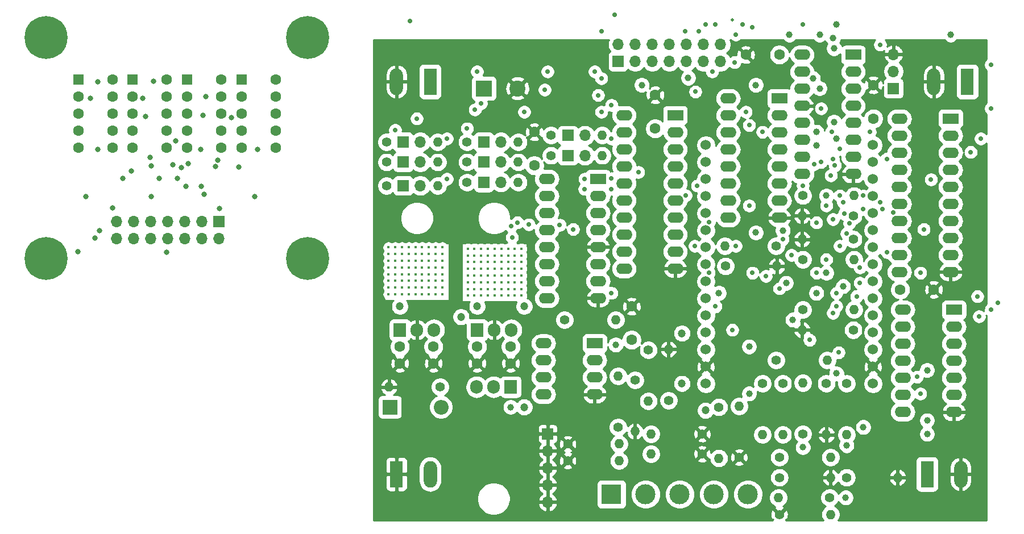
<source format=gbr>
%TF.GenerationSoftware,KiCad,Pcbnew,5.1.10-88a1d61d58~90~ubuntu20.04.1*%
%TF.CreationDate,2021-11-05T17:14:26+01:00*%
%TF.ProjectId,menelaos-v2,6d656e65-6c61-46f7-932d-76322e6b6963,rev?*%
%TF.SameCoordinates,Original*%
%TF.FileFunction,Copper,L2,Inr*%
%TF.FilePolarity,Positive*%
%FSLAX46Y46*%
G04 Gerber Fmt 4.6, Leading zero omitted, Abs format (unit mm)*
G04 Created by KiCad (PCBNEW 5.1.10-88a1d61d58~90~ubuntu20.04.1) date 2021-11-05 17:14:26*
%MOMM*%
%LPD*%
G01*
G04 APERTURE LIST*
%TA.AperFunction,ComponentPad*%
%ADD10O,1.700000X1.700000*%
%TD*%
%TA.AperFunction,ComponentPad*%
%ADD11R,1.700000X1.700000*%
%TD*%
%TA.AperFunction,ComponentPad*%
%ADD12C,0.800000*%
%TD*%
%TA.AperFunction,ComponentPad*%
%ADD13C,6.400000*%
%TD*%
%TA.AperFunction,ComponentPad*%
%ADD14C,1.600000*%
%TD*%
%TA.AperFunction,ComponentPad*%
%ADD15R,1.600000X1.600000*%
%TD*%
%TA.AperFunction,ComponentPad*%
%ADD16R,2.400000X2.400000*%
%TD*%
%TA.AperFunction,ComponentPad*%
%ADD17C,2.400000*%
%TD*%
%TA.AperFunction,ComponentPad*%
%ADD18R,2.200000X2.200000*%
%TD*%
%TA.AperFunction,ComponentPad*%
%ADD19O,2.200000X2.200000*%
%TD*%
%TA.AperFunction,ComponentPad*%
%ADD20C,3.000000*%
%TD*%
%TA.AperFunction,ComponentPad*%
%ADD21R,3.000000X3.000000*%
%TD*%
%TA.AperFunction,ComponentPad*%
%ADD22R,1.905000X2.000000*%
%TD*%
%TA.AperFunction,ComponentPad*%
%ADD23O,1.905000X2.000000*%
%TD*%
%TA.AperFunction,ComponentPad*%
%ADD24O,1.400000X1.400000*%
%TD*%
%TA.AperFunction,ComponentPad*%
%ADD25C,1.400000*%
%TD*%
%TA.AperFunction,ComponentPad*%
%ADD26R,1.980000X3.960000*%
%TD*%
%TA.AperFunction,ComponentPad*%
%ADD27O,1.980000X3.960000*%
%TD*%
%TA.AperFunction,ComponentPad*%
%ADD28R,2.400000X1.600000*%
%TD*%
%TA.AperFunction,ComponentPad*%
%ADD29O,2.400000X1.600000*%
%TD*%
%TA.AperFunction,ComponentPad*%
%ADD30C,1.524000*%
%TD*%
%TA.AperFunction,ViaPad*%
%ADD31C,0.800000*%
%TD*%
%TA.AperFunction,ViaPad*%
%ADD32C,0.400000*%
%TD*%
%TA.AperFunction,ViaPad*%
%ADD33C,1.200000*%
%TD*%
%TA.AperFunction,ViaPad*%
%ADD34C,1.000000*%
%TD*%
%TA.AperFunction,ViaPad*%
%ADD35C,0.700000*%
%TD*%
%TA.AperFunction,ViaPad*%
%ADD36C,0.500000*%
%TD*%
%TA.AperFunction,Conductor*%
%ADD37C,0.254000*%
%TD*%
%TA.AperFunction,Conductor*%
%ADD38C,0.100000*%
%TD*%
G04 APERTURE END LIST*
D10*
%TO.N,N/C*%
%TO.C,J21*%
X92840000Y-93920000D03*
X92840000Y-91380000D03*
X95380000Y-93920000D03*
X95380000Y-91380000D03*
X97920000Y-93920000D03*
X97920000Y-91380000D03*
X100460000Y-93920000D03*
X100460000Y-91380000D03*
X103000000Y-93920000D03*
X103000000Y-91380000D03*
X105540000Y-93920000D03*
X105540000Y-91380000D03*
X108080000Y-93920000D03*
D11*
X108080000Y-91380000D03*
%TD*%
D12*
%TO.N,N/C*%
%TO.C,H4*%
X122977056Y-95182944D03*
X121280000Y-94480000D03*
X119582944Y-95182944D03*
X118880000Y-96880000D03*
X119582944Y-98577056D03*
X121280000Y-99280000D03*
X122977056Y-98577056D03*
X123680000Y-96880000D03*
D13*
X121280000Y-96880000D03*
%TD*%
D12*
%TO.N,N/C*%
%TO.C,H2*%
X83977056Y-62182944D03*
X82280000Y-61480000D03*
X80582944Y-62182944D03*
X79880000Y-63880000D03*
X80582944Y-65577056D03*
X82280000Y-66280000D03*
X83977056Y-65577056D03*
X84680000Y-63880000D03*
D13*
X82280000Y-63880000D03*
%TD*%
D12*
%TO.N,N/C*%
%TO.C,H1*%
X122977056Y-62182944D03*
X121280000Y-61480000D03*
X119582944Y-62182944D03*
X118880000Y-63880000D03*
X119582944Y-65577056D03*
X121280000Y-66280000D03*
X122977056Y-65577056D03*
X123680000Y-63880000D03*
D13*
X121280000Y-63880000D03*
%TD*%
D12*
%TO.N,N/C*%
%TO.C,H3*%
X83977056Y-95182944D03*
X82280000Y-94480000D03*
X80582944Y-95182944D03*
X79880000Y-96880000D03*
X80582944Y-98577056D03*
X82280000Y-99280000D03*
X83977056Y-98577056D03*
X84680000Y-96880000D03*
D13*
X82280000Y-96880000D03*
%TD*%
D14*
%TO.N,N/C*%
%TO.C,U14*%
X92180000Y-70220000D03*
X92180000Y-72760000D03*
X92180000Y-75300000D03*
X92180000Y-77840000D03*
X92180000Y-80380000D03*
X87100000Y-80380000D03*
X87100000Y-77840000D03*
X87100000Y-75300000D03*
X87100000Y-72760000D03*
D15*
X87100000Y-70220000D03*
%TD*%
%TO.N,N/C*%
%TO.C,U12*%
X111400000Y-70220000D03*
D14*
X111400000Y-72760000D03*
X111400000Y-75300000D03*
X111400000Y-77840000D03*
X111400000Y-80380000D03*
X116480000Y-80380000D03*
X116480000Y-77840000D03*
X116480000Y-75300000D03*
X116480000Y-72760000D03*
X116480000Y-70220000D03*
%TD*%
%TO.N,N/C*%
%TO.C,U10*%
X108380000Y-70220000D03*
X108380000Y-72760000D03*
X108380000Y-75300000D03*
X108380000Y-77840000D03*
X108380000Y-80380000D03*
X103300000Y-80380000D03*
X103300000Y-77840000D03*
X103300000Y-75300000D03*
X103300000Y-72760000D03*
D15*
X103300000Y-70220000D03*
%TD*%
%TO.N,N/C*%
%TO.C,U8*%
X95200000Y-70220000D03*
D14*
X95200000Y-72760000D03*
X95200000Y-75300000D03*
X95200000Y-77840000D03*
X95200000Y-80380000D03*
X100280000Y-80380000D03*
X100280000Y-77840000D03*
X100280000Y-75300000D03*
X100280000Y-72760000D03*
X100280000Y-70220000D03*
%TD*%
D16*
%TO.N,+5VL*%
%TO.C,C2*%
X147500000Y-71500000D03*
D17*
%TO.N,GND*%
X152500000Y-71500000D03*
%TD*%
D18*
%TO.N,+12V*%
%TO.C,D1*%
X133500000Y-119000000D03*
D19*
%TO.N,Net-(D1-Pad2)*%
X141120000Y-119000000D03*
%TD*%
D11*
%TO.N,GND*%
%TO.C,J1*%
X157000000Y-123000000D03*
D10*
X157000000Y-125540000D03*
X157000000Y-128080000D03*
X157000000Y-130620000D03*
X157000000Y-133160000D03*
%TD*%
%TO.N,a*%
%TO.C,J2*%
X162540000Y-81500000D03*
D11*
%TO.N,_a*%
X160000000Y-81500000D03*
%TD*%
%TO.N,_b*%
%TO.C,J3*%
X147500000Y-85500000D03*
D10*
%TO.N,b*%
X150040000Y-85500000D03*
%TD*%
%TO.N,c*%
%TO.C,J4*%
X150040000Y-79500000D03*
D11*
%TO.N,_c*%
X147500000Y-79500000D03*
%TD*%
%TO.N,_d*%
%TO.C,J5*%
X147500000Y-82500000D03*
D10*
%TO.N,d*%
X150040000Y-82500000D03*
%TD*%
%TO.N,e*%
%TO.C,J6*%
X138040000Y-86000000D03*
D11*
%TO.N,_e*%
X135500000Y-86000000D03*
%TD*%
%TO.N,_f*%
%TO.C,J7*%
X135500000Y-82500000D03*
D10*
%TO.N,f*%
X138040000Y-82500000D03*
%TD*%
D11*
%TO.N,_g*%
%TO.C,J8*%
X135500000Y-79500000D03*
D10*
%TO.N,g*%
X138040000Y-79500000D03*
%TD*%
%TO.N,_dpBoard*%
%TO.C,J9*%
X162540000Y-78500000D03*
D11*
%TO.N,_dp*%
X160000000Y-78500000D03*
%TD*%
%TO.N,blue*%
%TO.C,J10*%
X208500000Y-71500000D03*
D10*
%TO.N,Net-(J10-Pad2)*%
X208500000Y-68960000D03*
%TO.N,GND*%
X208500000Y-66420000D03*
%TD*%
D11*
%TO.N,_a*%
%TO.C,J11*%
X167500000Y-67500000D03*
D10*
%TO.N,thousands*%
X167500000Y-64960000D03*
%TO.N,_b*%
X170040000Y-67500000D03*
%TO.N,hundreds*%
X170040000Y-64960000D03*
%TO.N,_c*%
X172580000Y-67500000D03*
%TO.N,tens*%
X172580000Y-64960000D03*
%TO.N,_d*%
X175120000Y-67500000D03*
%TO.N,ones*%
X175120000Y-64960000D03*
%TO.N,_e*%
X177660000Y-67500000D03*
%TO.N,_dp*%
X177660000Y-64960000D03*
%TO.N,_f*%
X180200000Y-67500000D03*
%TO.N,_g*%
X180200000Y-64960000D03*
%TO.N,Net-(J11-Pad7)*%
X182740000Y-67500000D03*
%TO.N,Net-(J11-Pad8)*%
X182740000Y-64960000D03*
%TD*%
D20*
%TO.N,white*%
%TO.C,J23*%
X171580000Y-132000000D03*
%TO.N,blue*%
X176660000Y-132000000D03*
D21*
%TO.N,red*%
X166500000Y-132000000D03*
D20*
%TO.N,yellow*%
X181740000Y-132000000D03*
%TO.N,black*%
X186820000Y-132000000D03*
%TD*%
D14*
%TO.N,GND*%
%TO.C,Murata-Ceramic-Capacitor-50v1-22uF1*%
X146500000Y-112500000D03*
%TO.N,+12V*%
X146500000Y-110000000D03*
%TD*%
%TO.N,+12V*%
%TO.C,Murata-Ceramic-Capacitor-50v1-22uF2*%
X135000000Y-110000000D03*
%TO.N,GND*%
X135000000Y-112500000D03*
%TD*%
%TO.N,blue*%
%TO.C,Murata-Ceramic-Capacitor-50v1-22uF3*%
X151500000Y-110000000D03*
%TO.N,GND*%
X151500000Y-112500000D03*
%TD*%
%TO.N,GND*%
%TO.C,Murata-Ceramic-Capacitor-50v1-22uF4*%
X140000000Y-112500000D03*
%TO.N,+5VL*%
X140000000Y-110000000D03*
%TD*%
D22*
%TO.N,Net-(D1-Pad2)*%
%TO.C,Q1*%
X151500000Y-116000000D03*
D23*
%TO.N,Net-(Q1-Pad2)*%
X148960000Y-116000000D03*
%TO.N,+12V*%
X146420000Y-116000000D03*
%TD*%
D24*
%TO.N,_onesBoard*%
%TO.C,R1*%
X183380000Y-95000000D03*
D25*
%TO.N,_ones*%
X191000000Y-95000000D03*
%TD*%
%TO.N,_onesBoard*%
%TO.C,R2*%
X183500000Y-98000000D03*
D24*
%TO.N,GND*%
X191120000Y-98000000D03*
%TD*%
%TO.N,_tensBoard*%
%TO.C,R3*%
X202620000Y-87500000D03*
D25*
%TO.N,_tens*%
X195000000Y-87500000D03*
%TD*%
%TO.N,_tensBoard*%
%TO.C,R4*%
X202500000Y-90500000D03*
D24*
%TO.N,GND*%
X194880000Y-90500000D03*
%TD*%
%TO.N,_hundredsBoard*%
%TO.C,R5*%
X202620000Y-97000000D03*
D25*
%TO.N,_hundreds*%
X195000000Y-97000000D03*
%TD*%
%TO.N,_hundredsBoard*%
%TO.C,R6*%
X202500000Y-94000000D03*
D24*
%TO.N,GND*%
X194880000Y-94000000D03*
%TD*%
%TO.N,_thousandsBoard*%
%TO.C,R7*%
X202620000Y-104500000D03*
D25*
%TO.N,_thousands*%
X195000000Y-104500000D03*
%TD*%
%TO.N,_thousandsBoard*%
%TO.C,R8*%
X202500000Y-107500000D03*
D24*
%TO.N,GND*%
X194880000Y-107500000D03*
%TD*%
%TO.N,GND*%
%TO.C,R9*%
X133380000Y-116000000D03*
D25*
%TO.N,Net-(D1-Pad2)*%
X141000000Y-116000000D03*
%TD*%
%TO.N,+5VL*%
%TO.C,R21*%
X159500000Y-106000000D03*
D24*
%TO.N,_save*%
X167120000Y-106000000D03*
%TD*%
%TO.N,Net-(R11-Pad2)*%
%TO.C,R11*%
X192000000Y-123120000D03*
D25*
%TO.N,+5VL*%
X192000000Y-115500000D03*
%TD*%
%TO.N,Net-(R11-Pad2)*%
%TO.C,R12*%
X201500000Y-129500000D03*
D24*
%TO.N,GND*%
X209120000Y-129500000D03*
%TD*%
D25*
%TO.N,+5VL*%
%TO.C,R13*%
X191000000Y-112000000D03*
D24*
%TO.N,Net-(R13-Pad2)*%
X198620000Y-112000000D03*
%TD*%
D25*
%TO.N,Net-(R11-Pad2)*%
%TO.C,R14*%
X195000000Y-123000000D03*
D24*
%TO.N,_zero*%
X195000000Y-115380000D03*
%TD*%
%TO.N,GND*%
%TO.C,R15*%
X198500000Y-123120000D03*
D25*
%TO.N,Net-(R13-Pad2)*%
X198500000Y-115500000D03*
%TD*%
D24*
%TO.N,Net-(R16-Pad2)*%
%TO.C,R16*%
X189000000Y-123120000D03*
D25*
%TO.N,+5VL*%
X189000000Y-115500000D03*
%TD*%
%TO.N,Net-(R16-Pad2)*%
%TO.C,R17*%
X191500000Y-129500000D03*
D24*
%TO.N,GND*%
X199120000Y-129500000D03*
%TD*%
%TO.N,_mode*%
%TO.C,R18*%
X201500000Y-123120000D03*
D25*
%TO.N,Net-(R13-Pad2)*%
X201500000Y-115500000D03*
%TD*%
%TO.N,Net-(R16-Pad2)*%
%TO.C,R19*%
X191500000Y-126500000D03*
D24*
%TO.N,_config*%
X199120000Y-126500000D03*
%TD*%
D26*
%TO.N,_zero*%
%TO.C,S1*%
X219500000Y-70500000D03*
D27*
%TO.N,GND*%
X214500000Y-70500000D03*
%TD*%
%TO.N,GND*%
%TO.C,S2*%
X218500000Y-129000000D03*
D26*
%TO.N,_mode*%
X213500000Y-129000000D03*
%TD*%
%TO.N,_config*%
%TO.C,S3*%
X139500000Y-70500000D03*
D27*
%TO.N,GND*%
X134500000Y-70500000D03*
%TD*%
%TO.N,Net-(Q1-Pad2)*%
%TO.C,S4*%
X139500000Y-129000000D03*
D26*
%TO.N,GND*%
X134500000Y-129000000D03*
%TD*%
D28*
%TO.N,_thousands*%
%TO.C,U4*%
X176000000Y-75500000D03*
D29*
%TO.N,_a4*%
X168380000Y-98360000D03*
%TO.N,_a1*%
X176000000Y-78040000D03*
%TO.N,/7-segmet-display/BCD_out4*%
X168380000Y-95820000D03*
%TO.N,/7-segmet-display/BCD_out1*%
X176000000Y-80580000D03*
%TO.N,_a3*%
X168380000Y-93280000D03*
%TO.N,_a2*%
X176000000Y-83120000D03*
%TO.N,/7-segmet-display/BCD_out3*%
X168380000Y-90740000D03*
%TO.N,/7-segmet-display/BCD_out2*%
X176000000Y-85660000D03*
%TO.N,_a2*%
X168380000Y-88200000D03*
%TO.N,_a3*%
X176000000Y-88200000D03*
%TO.N,/7-segmet-display/BCD_out2*%
X168380000Y-85660000D03*
%TO.N,/7-segmet-display/BCD_out3*%
X176000000Y-90740000D03*
%TO.N,_a1*%
X168380000Y-83120000D03*
%TO.N,_a4*%
X176000000Y-93280000D03*
%TO.N,/7-segmet-display/BCD_out1*%
X168380000Y-80580000D03*
%TO.N,/7-segmet-display/BCD_out4*%
X176000000Y-95820000D03*
%TO.N,_ones*%
X168380000Y-78040000D03*
%TO.N,GND*%
X176000000Y-98360000D03*
%TO.N,blue*%
X168380000Y-75500000D03*
%TD*%
D28*
%TO.N,Net-(U5-Pad1)*%
%TO.C,U5*%
X202500000Y-66500000D03*
D29*
%TO.N,Net-(U5-Pad9)*%
X194880000Y-84280000D03*
%TO.N,Net-(U5-Pad2)*%
X202500000Y-69040000D03*
%TO.N,Net-(U5-Pad10)*%
X194880000Y-81740000D03*
%TO.N,Net-(U5-Pad3)*%
X202500000Y-71580000D03*
%TO.N,Net-(U5-Pad11)*%
X194880000Y-79200000D03*
%TO.N,Net-(U5-Pad4)*%
X202500000Y-74120000D03*
%TO.N,Net-(J10-Pad2)*%
X194880000Y-76660000D03*
%TO.N,Net-(U5-Pad5)*%
X202500000Y-76660000D03*
%TO.N,GND*%
X194880000Y-74120000D03*
%TO.N,Net-(U5-Pad6)*%
X202500000Y-79200000D03*
%TO.N,_clk*%
X194880000Y-71580000D03*
%TO.N,Net-(U5-Pad7)*%
X202500000Y-81740000D03*
%TO.N,Net-(U5-Pad10)*%
X194880000Y-69040000D03*
%TO.N,GND*%
X202500000Y-84280000D03*
%TO.N,blue*%
X194880000Y-66500000D03*
%TD*%
D28*
%TO.N,Net-(U5-Pad3)*%
%TO.C,U6*%
X217500000Y-104500000D03*
D29*
%TO.N,_hundreds*%
X209880000Y-119740000D03*
%TO.N,_thousands*%
X217500000Y-107040000D03*
%TO.N,Net-(U5-Pad7)*%
X209880000Y-117200000D03*
%TO.N,Net-(U5-Pad2)*%
X217500000Y-109580000D03*
%TO.N,N/C*%
X209880000Y-114660000D03*
%TO.N,_ones*%
X217500000Y-112120000D03*
%TO.N,N/C*%
X209880000Y-112120000D03*
%TO.N,Net-(U5-Pad4)*%
X217500000Y-114660000D03*
%TO.N,N/C*%
X209880000Y-109580000D03*
%TO.N,_tens*%
X217500000Y-117200000D03*
%TO.N,N/C*%
X209880000Y-107040000D03*
%TO.N,GND*%
X217500000Y-119740000D03*
%TO.N,blue*%
X209880000Y-104500000D03*
%TD*%
D28*
%TO.N,/7-segmet-display/BCD_out2*%
%TO.C,U7*%
X164500000Y-85000000D03*
D29*
%TO.N,e*%
X156880000Y-102780000D03*
%TO.N,/7-segmet-display/BCD_out3*%
X164500000Y-87540000D03*
%TO.N,d*%
X156880000Y-100240000D03*
%TO.N,blue*%
X164500000Y-90080000D03*
%TO.N,c*%
X156880000Y-97700000D03*
%TO.N,blue*%
X164500000Y-92620000D03*
%TO.N,b*%
X156880000Y-95160000D03*
%TO.N,GND*%
X164500000Y-95160000D03*
%TO.N,a*%
X156880000Y-92620000D03*
%TO.N,/7-segmet-display/BCD_out4*%
X164500000Y-97700000D03*
%TO.N,g*%
X156880000Y-90080000D03*
%TO.N,/7-segmet-display/BCD_out1*%
X164500000Y-100240000D03*
%TO.N,f*%
X156880000Y-87540000D03*
%TO.N,GND*%
X164500000Y-102780000D03*
%TO.N,blue*%
X156880000Y-85000000D03*
%TD*%
%TO.N,blue*%
%TO.C,U8*%
X209380000Y-76000000D03*
%TO.N,GND*%
X217000000Y-98860000D03*
%TO.N,_hundreds*%
X209380000Y-78540000D03*
%TO.N,/7-segmet-display/BCD_out4*%
X217000000Y-96320000D03*
%TO.N,/7-segmet-display/BCD_out1*%
X209380000Y-81080000D03*
%TO.N,_a4*%
X217000000Y-93780000D03*
%TO.N,_a1*%
X209380000Y-83620000D03*
%TO.N,/7-segmet-display/BCD_out3*%
X217000000Y-91240000D03*
%TO.N,/7-segmet-display/BCD_out2*%
X209380000Y-86160000D03*
%TO.N,_a3*%
X217000000Y-88700000D03*
%TO.N,_a2*%
X209380000Y-88700000D03*
%TO.N,/7-segmet-display/BCD_out2*%
X217000000Y-86160000D03*
%TO.N,/7-segmet-display/BCD_out3*%
X209380000Y-91240000D03*
%TO.N,_a2*%
X217000000Y-83620000D03*
%TO.N,_a3*%
X209380000Y-93780000D03*
%TO.N,/7-segmet-display/BCD_out1*%
X217000000Y-81080000D03*
%TO.N,/7-segmet-display/BCD_out4*%
X209380000Y-96320000D03*
%TO.N,_a1*%
X217000000Y-78540000D03*
%TO.N,_a4*%
X209380000Y-98860000D03*
D28*
%TO.N,_tens*%
X217000000Y-76000000D03*
%TD*%
D29*
%TO.N,thousands*%
%TO.C,U9*%
X183880000Y-73000000D03*
%TO.N,GND*%
X191500000Y-90780000D03*
%TO.N,ones*%
X183880000Y-75540000D03*
%TO.N,Net-(U9-Pad7)*%
X191500000Y-88240000D03*
%TO.N,tens*%
X183880000Y-78080000D03*
%TO.N,Net-(U9-Pad6)*%
X191500000Y-85700000D03*
%TO.N,hundreds*%
X183880000Y-80620000D03*
%TO.N,Net-(U9-Pad5)*%
X191500000Y-83160000D03*
%TO.N,Net-(U9-Pad12)*%
X183880000Y-83160000D03*
%TO.N,Net-(U5-Pad7)*%
X191500000Y-80620000D03*
%TO.N,Net-(U9-Pad11)*%
X183880000Y-85700000D03*
%TO.N,Net-(U5-Pad4)*%
X191500000Y-78080000D03*
%TO.N,Net-(U9-Pad10)*%
X183880000Y-88240000D03*
%TO.N,Net-(U5-Pad2)*%
X191500000Y-75540000D03*
%TO.N,Net-(U9-Pad9)*%
X183880000Y-90780000D03*
D28*
%TO.N,Net-(U5-Pad3)*%
X191500000Y-73000000D03*
%TD*%
%TO.N,Net-(U1-Pad1)*%
%TO.C,U1*%
X164000000Y-109500000D03*
D29*
%TO.N,Net-(R22-Pad2)*%
X156380000Y-117120000D03*
%TO.N,Net-(U1-Pad2)*%
X164000000Y-112040000D03*
%TO.N,Net-(R10-Pad2)*%
X156380000Y-114580000D03*
%TO.N,Net-(U1-Pad3)*%
X164000000Y-114580000D03*
%TO.N,_save*%
X156380000Y-112040000D03*
%TO.N,GND*%
X164000000Y-117120000D03*
%TO.N,+5VL*%
X156380000Y-109500000D03*
%TD*%
D30*
%TO.N,Net-(U24-Pad1)*%
%TO.C,U24*%
X180554000Y-79966000D03*
%TO.N,Net-(U24-Pad2)*%
X180554000Y-82506000D03*
%TO.N,Net-(U24-Pad3)*%
X180554000Y-85046000D03*
%TO.N,_config*%
X180554000Y-87586000D03*
%TO.N,Net-(U24-Pad5)*%
X180554000Y-90126000D03*
%TO.N,_clk*%
X180554000Y-92666000D03*
%TO.N,Net-(U24-Pad7)*%
X180554000Y-95206000D03*
%TO.N,_onesBoard*%
X180554000Y-97746000D03*
%TO.N,_a2*%
X180554000Y-100286000D03*
%TO.N,_a1*%
X180554000Y-102826000D03*
%TO.N,_zero*%
X180554000Y-105366000D03*
%TO.N,_dpBoard*%
X180554000Y-107906000D03*
%TO.N,_mode*%
X180554000Y-110446000D03*
%TO.N,GND*%
X180554000Y-112986000D03*
X180554000Y-112986000D03*
%TO.N,+5VL*%
X180554000Y-115526000D03*
%TO.N,+3V3*%
X205446000Y-115526000D03*
%TO.N,GND*%
X205446000Y-112986000D03*
%TO.N,_save*%
X205446000Y-110446000D03*
%TO.N,Net-(U24-Pad19)*%
X205446000Y-107906000D03*
%TO.N,_thousandsBoard*%
X205446000Y-105366000D03*
%TO.N,Net-(U24-Pad21)*%
X205446000Y-102826000D03*
%TO.N,Net-(U24-Pad22)*%
X205446000Y-100286000D03*
%TO.N,_chB*%
X205446000Y-97746000D03*
%TO.N,_a3*%
X205446000Y-95206000D03*
%TO.N,_a4*%
X205446000Y-92666000D03*
%TO.N,_chA*%
X205446000Y-90126000D03*
%TO.N,Net-(U24-Pad27)*%
X205446000Y-87586000D03*
%TO.N,Net-(U24-Pad28)*%
X205446000Y-85046000D03*
%TO.N,_hundredsBoard*%
X205446000Y-82506000D03*
%TO.N,_tensBoard*%
X205446000Y-79966000D03*
%TD*%
D14*
%TO.N,GND*%
%TO.C,C1*%
X169500000Y-104000000D03*
%TO.N,+5VL*%
X169500000Y-109000000D03*
%TD*%
%TO.N,blue*%
%TO.C,C3*%
X191500000Y-66500000D03*
%TO.N,GND*%
X186500000Y-66500000D03*
%TD*%
%TO.N,blue*%
%TO.C,C4*%
X173000000Y-77500000D03*
%TO.N,GND*%
X173000000Y-72500000D03*
%TD*%
%TO.N,GND*%
%TO.C,C5*%
X205500000Y-71000000D03*
%TO.N,blue*%
X205500000Y-76000000D03*
%TD*%
%TO.N,GND*%
%TO.C,C6*%
X155000000Y-78000000D03*
%TO.N,blue*%
X155000000Y-83000000D03*
%TD*%
%TO.N,blue*%
%TO.C,C7*%
X209500000Y-101500000D03*
%TO.N,GND*%
X214500000Y-101500000D03*
%TD*%
D24*
%TO.N,Net-(R10-Pad2)*%
%TO.C,R10*%
X167500000Y-114380000D03*
D25*
%TO.N,+12V*%
X167500000Y-122000000D03*
%TD*%
%TO.N,Net-(R10-Pad2)*%
%TO.C,R20*%
X170000000Y-115000000D03*
D24*
%TO.N,GND*%
X170000000Y-122620000D03*
%TD*%
%TO.N,Net-(R22-Pad2)*%
%TO.C,R22*%
X172000000Y-118120000D03*
D25*
%TO.N,+5VL*%
X172000000Y-110500000D03*
%TD*%
%TO.N,Net-(R22-Pad2)*%
%TO.C,R23*%
X175000000Y-118000000D03*
D24*
%TO.N,GND*%
X175000000Y-110380000D03*
%TD*%
%TO.N,a*%
%TO.C,R24*%
X165120000Y-81500000D03*
D25*
%TO.N,_a*%
X157500000Y-81500000D03*
%TD*%
%TO.N,_b*%
%TO.C,R25*%
X145000000Y-85500000D03*
D24*
%TO.N,b*%
X152620000Y-85500000D03*
%TD*%
%TO.N,c*%
%TO.C,R26*%
X152620000Y-79500000D03*
D25*
%TO.N,_c*%
X145000000Y-79500000D03*
%TD*%
%TO.N,_d*%
%TO.C,R27*%
X145000000Y-82500000D03*
D24*
%TO.N,d*%
X152620000Y-82500000D03*
%TD*%
D25*
%TO.N,_chA*%
%TO.C,R28*%
X182500000Y-119000000D03*
D24*
%TO.N,yellow*%
X182500000Y-126620000D03*
%TD*%
%TO.N,_chA*%
%TO.C,R29*%
X185500000Y-118880000D03*
D25*
%TO.N,GND*%
X185500000Y-126500000D03*
%TD*%
D24*
%TO.N,red*%
%TO.C,R30*%
X167620000Y-124500000D03*
D25*
%TO.N,GND*%
X160000000Y-124500000D03*
%TD*%
D24*
%TO.N,red*%
%TO.C,R31*%
X167620000Y-127000000D03*
D25*
%TO.N,GND*%
X160000000Y-127000000D03*
%TD*%
%TO.N,_chB*%
%TO.C,R32*%
X199000000Y-132500000D03*
D24*
%TO.N,black*%
X191380000Y-132500000D03*
%TD*%
%TO.N,_chB*%
%TO.C,R33*%
X199120000Y-135000000D03*
D25*
%TO.N,GND*%
X191500000Y-135000000D03*
%TD*%
D24*
%TO.N,white*%
%TO.C,R34*%
X172380000Y-123000000D03*
D25*
%TO.N,GND*%
X180000000Y-123000000D03*
%TD*%
%TO.N,GND*%
%TO.C,R35*%
X180000000Y-126000000D03*
D24*
%TO.N,white*%
X172380000Y-126000000D03*
%TD*%
%TO.N,e*%
%TO.C,R36*%
X140620000Y-86000000D03*
D25*
%TO.N,_e*%
X133000000Y-86000000D03*
%TD*%
%TO.N,_f*%
%TO.C,R37*%
X133000000Y-82500000D03*
D24*
%TO.N,f*%
X140620000Y-82500000D03*
%TD*%
D25*
%TO.N,_g*%
%TO.C,R38*%
X133000000Y-79500000D03*
D24*
%TO.N,g*%
X140620000Y-79500000D03*
%TD*%
D25*
%TO.N,_dp*%
%TO.C,R39*%
X157500000Y-78500000D03*
D24*
%TO.N,_dpBoard*%
X165120000Y-78500000D03*
%TD*%
D23*
%TO.N,blue*%
%TO.C,U2*%
X151580000Y-107500000D03*
%TO.N,GND*%
X149040000Y-107500000D03*
D22*
%TO.N,+12V*%
X146500000Y-107500000D03*
%TD*%
%TO.N,+12V*%
%TO.C,U3*%
X135000000Y-107500000D03*
D23*
%TO.N,GND*%
X137540000Y-107500000D03*
%TO.N,+5VL*%
X140080000Y-107500000D03*
%TD*%
D31*
%TO.N,*%
X97800000Y-81810000D03*
X107870000Y-82210000D03*
X105680000Y-75480000D03*
X105880000Y-87280000D03*
X89580000Y-93830000D03*
X88930000Y-72980000D03*
X97970000Y-83070000D03*
X97970000Y-83070000D03*
X101180000Y-82880000D03*
X101579999Y-79329999D03*
X109920000Y-75880000D03*
X97980000Y-87630000D03*
X88205000Y-87630000D03*
X98280000Y-70430000D03*
X87080000Y-95880000D03*
X100280000Y-95930000D03*
X107550000Y-83170000D03*
X103510000Y-82690000D03*
X102450000Y-83300000D03*
X95034999Y-83795001D03*
X105330000Y-80630000D03*
X105380000Y-86080000D03*
X103130000Y-86080000D03*
X101880000Y-84930000D03*
X93730000Y-84930000D03*
X97080000Y-75730000D03*
X99130000Y-84930000D03*
X113780000Y-80580000D03*
X113380000Y-87630000D03*
X96740000Y-73010000D03*
X106080000Y-72730000D03*
X92230000Y-89280000D03*
X108130000Y-89380000D03*
X89980000Y-70530000D03*
X89980000Y-80580000D03*
X90230000Y-92680000D03*
X111030000Y-83230000D03*
X116480000Y-70220000D03*
D32*
X133300000Y-95200000D03*
X134300000Y-95200000D03*
X135300000Y-95200000D03*
X136300000Y-95200000D03*
X137300000Y-95200000D03*
X138300000Y-95200000D03*
X139300000Y-95200000D03*
X140300000Y-95200000D03*
X141300000Y-95200000D03*
X133300000Y-96200000D03*
X134300000Y-96200000D03*
X135300000Y-96200000D03*
X136300000Y-96200000D03*
X137300000Y-96200000D03*
X138300000Y-96200000D03*
X139300000Y-96200000D03*
X140300000Y-96200000D03*
X141300000Y-96200000D03*
X133300000Y-97200000D03*
X134300000Y-97200000D03*
X135300000Y-97200000D03*
X136300000Y-97200000D03*
X137300000Y-97200000D03*
X138300000Y-97200000D03*
X139300000Y-97200000D03*
X140300000Y-97200000D03*
X141300000Y-97200000D03*
X133300000Y-98200000D03*
X134300000Y-98200000D03*
X135300000Y-98200000D03*
X136300000Y-98200000D03*
X137300000Y-98200000D03*
X138300000Y-98200000D03*
X139300000Y-98200000D03*
X140300000Y-98200000D03*
X141300000Y-98200000D03*
X133300000Y-99200000D03*
X134300000Y-99200000D03*
X135300000Y-99200000D03*
X136300000Y-99200000D03*
X137300000Y-99200000D03*
X138300000Y-99200000D03*
X139300000Y-99200000D03*
X140300000Y-99200000D03*
X141300000Y-99200000D03*
X133300000Y-100200000D03*
X134300000Y-100200000D03*
X135300000Y-100200000D03*
X136300000Y-100200000D03*
X137300000Y-100200000D03*
X138300000Y-100200000D03*
X139300000Y-100200000D03*
X140300000Y-100200000D03*
X141300000Y-100200000D03*
X133300000Y-101200000D03*
X134300000Y-101200000D03*
X135300000Y-101200000D03*
X136300000Y-101200000D03*
X137300000Y-101200000D03*
X138300000Y-101200000D03*
X139300000Y-101200000D03*
X140300000Y-101200000D03*
X141300000Y-101200000D03*
X133300000Y-102200000D03*
X134300000Y-102200000D03*
X135300000Y-102200000D03*
X136300000Y-102200000D03*
X137300000Y-102200000D03*
X138300000Y-102200000D03*
X139300000Y-102200000D03*
X140300000Y-102200000D03*
X141300000Y-102200000D03*
X147100000Y-100400000D03*
X145100000Y-95400000D03*
X151100000Y-97400000D03*
X151100000Y-100400000D03*
X149100000Y-95400000D03*
X149100000Y-99400000D03*
X146100000Y-96400000D03*
X150100000Y-99400000D03*
X150100000Y-98400000D03*
X147100000Y-96400000D03*
X151100000Y-102400000D03*
X152100000Y-97400000D03*
X150100000Y-100400000D03*
X146100000Y-102400000D03*
X153100000Y-102400000D03*
X145100000Y-97400000D03*
X145100000Y-101400000D03*
X145100000Y-100400000D03*
X149100000Y-100400000D03*
X149100000Y-98400000D03*
X147100000Y-97400000D03*
X148100000Y-101400000D03*
X147100000Y-99400000D03*
X151100000Y-99400000D03*
X148100000Y-100400000D03*
X145100000Y-98400000D03*
X148100000Y-102400000D03*
X150100000Y-96400000D03*
X153100000Y-95400000D03*
X152100000Y-95400000D03*
X151100000Y-96400000D03*
X148100000Y-95400000D03*
X153100000Y-98400000D03*
X153100000Y-99400000D03*
X148100000Y-98400000D03*
X153100000Y-96400000D03*
X151100000Y-95400000D03*
X152100000Y-96400000D03*
X150100000Y-102400000D03*
X150100000Y-95400000D03*
X146100000Y-100400000D03*
X153100000Y-97400000D03*
X147100000Y-102400000D03*
X152100000Y-102400000D03*
X152100000Y-100400000D03*
X147100000Y-101400000D03*
X148100000Y-96400000D03*
X149100000Y-101400000D03*
X146100000Y-98400000D03*
X146100000Y-97400000D03*
X152100000Y-99400000D03*
X146100000Y-99400000D03*
X152100000Y-101400000D03*
X145100000Y-99400000D03*
X148100000Y-99400000D03*
X153100000Y-101400000D03*
X151100000Y-98400000D03*
X150100000Y-97400000D03*
X147100000Y-98400000D03*
X145100000Y-96400000D03*
X150100000Y-101400000D03*
X149100000Y-97400000D03*
X148100000Y-97400000D03*
X153100000Y-100400000D03*
X149100000Y-102400000D03*
X149100000Y-96400000D03*
X146100000Y-95400000D03*
X147100000Y-95400000D03*
X145100000Y-102400000D03*
X152100000Y-98400000D03*
X151100000Y-101400000D03*
X146100000Y-101400000D03*
D33*
%TO.N,+5VL*%
X180500000Y-119500000D03*
X177000000Y-108000000D03*
X177000000Y-115500000D03*
X144086888Y-105550000D03*
%TO.N,+12V*%
X135000000Y-104000000D03*
X146500000Y-104000000D03*
X153500000Y-119000000D03*
X153500000Y-104000000D03*
D34*
%TO.N,Net-(D1-Pad2)*%
X151500000Y-119000000D03*
D35*
%TO.N,thousands*%
X167000000Y-60575000D03*
D36*
X184500000Y-61275000D03*
D35*
%TO.N,_b*%
X157000000Y-69000000D03*
X142000000Y-79000000D03*
X146500000Y-69000000D03*
X164000000Y-69000000D03*
%TO.N,hundreds*%
X187500000Y-62426998D03*
X187500000Y-62426998D03*
X184824999Y-67623997D03*
%TO.N,_c*%
X166500000Y-79000000D03*
X165000000Y-69999999D03*
X166500000Y-74000000D03*
X164500000Y-72518864D03*
%TO.N,tens*%
X182000000Y-62000000D03*
X186000000Y-62000000D03*
X189000000Y-78000000D03*
%TO.N,_d*%
X145000000Y-77500000D03*
%TO.N,ones*%
X179500000Y-63000000D03*
X185000000Y-63500000D03*
X186500000Y-75000000D03*
%TO.N,_e*%
X165000000Y-75000000D03*
X153500000Y-75000000D03*
X146169239Y-74669239D03*
X134274999Y-77725001D03*
%TO.N,_dp*%
X165000000Y-63000000D03*
X177500000Y-63000000D03*
%TO.N,_f*%
X179000000Y-72000000D03*
X156543865Y-71693864D03*
X147094238Y-73744240D03*
X137500000Y-76000000D03*
%TO.N,_g*%
X136500000Y-61500000D03*
X180500000Y-62000000D03*
%TO.N,a*%
X162521240Y-85021240D03*
X160800000Y-92500000D03*
%TO.N,b*%
X152500000Y-91500000D03*
%TO.N,c*%
X151544999Y-92044999D03*
%TO.N,e*%
X151700000Y-93700000D03*
X154200000Y-91800000D03*
X158800000Y-91875000D03*
%TO.N,g*%
X142000000Y-85000000D03*
X140620000Y-79500000D03*
%TO.N,_dpBoard*%
X170500000Y-84000000D03*
X179275000Y-86000000D03*
X181022727Y-91440584D03*
X185000000Y-95000000D03*
X184500000Y-107500000D03*
D34*
%TO.N,_ones*%
X171000000Y-71000000D03*
X188000000Y-71000000D03*
X188000000Y-93000000D03*
X192500000Y-100500000D03*
X201000000Y-101000000D03*
X204000000Y-121995000D03*
X213500000Y-121000000D03*
X213500000Y-113500000D03*
D35*
%TO.N,_tensBoard*%
X200500000Y-80500000D03*
D34*
%TO.N,_tens*%
X199500000Y-64000000D03*
X198500000Y-87500000D03*
X217000000Y-63500000D03*
X217000000Y-63500000D03*
D35*
%TO.N,_hundredsBoard*%
X214088008Y-85088008D03*
X208492658Y-89981033D03*
%TO.N,_hundreds*%
X198500000Y-97000000D03*
X199500000Y-91000000D03*
X206500000Y-88500000D03*
%TO.N,_thousands*%
X196000000Y-109000000D03*
X192000000Y-94000000D03*
X187000000Y-89000000D03*
X187000000Y-77000000D03*
D34*
%TO.N,_save*%
X167120000Y-109698111D03*
X187000000Y-117000000D03*
X187000000Y-110000000D03*
%TO.N,Net-(R11-Pad2)*%
X201500000Y-124720003D03*
X195000000Y-125000000D03*
%TO.N,_zero*%
X193500000Y-106000000D03*
D35*
X221500000Y-79000000D03*
X220000000Y-81000000D03*
X221000000Y-102500000D03*
D34*
%TO.N,_mode*%
X200000000Y-114000000D03*
X213500000Y-123000000D03*
%TO.N,_config*%
X197000000Y-102000000D03*
X182500000Y-102000000D03*
D35*
X181500000Y-69000000D03*
D34*
%TO.N,_chA*%
X192010278Y-92676797D03*
%TO.N,_chB*%
X198500000Y-99000000D03*
X201380000Y-132500000D03*
D35*
%TO.N,_a4*%
X178891999Y-95000000D03*
X181000000Y-99000000D03*
X187500000Y-99000000D03*
X193299999Y-96334884D03*
X201500000Y-93149999D03*
%TO.N,_a1*%
X166500000Y-102000000D03*
X162500000Y-86500000D03*
X166500000Y-86500000D03*
X166500000Y-84935000D03*
%TO.N,/7-segmet-display/BCD_out4*%
X182000000Y-104000000D03*
X213000000Y-92500000D03*
X203500000Y-98225000D03*
X203500000Y-100500000D03*
%TO.N,/7-segmet-display/BCD_out1*%
X205000000Y-78000000D03*
X199275000Y-78000000D03*
X199500000Y-82000000D03*
X195000000Y-86000000D03*
X197725000Y-82500000D03*
X199500000Y-105000000D03*
X200319657Y-110865061D03*
%TO.N,_a3*%
X200500000Y-95000000D03*
%TO.N,_a2*%
X177538943Y-87475218D03*
X197000000Y-99000000D03*
X206837009Y-89500000D03*
X201940982Y-91618036D03*
X197000000Y-91500000D03*
%TO.N,/7-segmet-display/BCD_out3*%
X189500000Y-99500000D03*
X191500000Y-101325000D03*
X200000000Y-102000000D03*
X200000000Y-104000000D03*
X203000000Y-102500000D03*
%TO.N,/7-segmet-display/BCD_out2*%
X201000000Y-88500000D03*
X201191942Y-90191942D03*
X204000000Y-89500000D03*
X204000000Y-87500000D03*
D34*
%TO.N,_clk*%
X177931404Y-69942105D03*
%TO.N,Net-(J10-Pad2)*%
X199625000Y-65545496D03*
X199625000Y-76500000D03*
D35*
%TO.N,Net-(R22-Pad2)*%
X172000000Y-118120000D03*
D34*
%TO.N,Net-(U5-Pad2)*%
X196500000Y-70000000D03*
X197000000Y-78000000D03*
D35*
X221225000Y-105500000D03*
X224000000Y-103500000D03*
X223000000Y-68000000D03*
X206500000Y-65000000D03*
D34*
%TO.N,Net-(U5-Pad10)*%
X200000000Y-79000000D03*
X200000000Y-62000000D03*
D35*
X195000000Y-62000000D03*
D34*
%TO.N,Net-(U5-Pad3)*%
X197500000Y-71500000D03*
X197500000Y-63500000D03*
X193000000Y-63500000D03*
D35*
X223000000Y-74500000D03*
X223000000Y-104500000D03*
D34*
%TO.N,Net-(U5-Pad4)*%
X197000000Y-80000000D03*
D35*
X197725000Y-74500000D03*
X212000000Y-114500000D03*
X196688500Y-82811500D03*
X199175000Y-84500000D03*
%TO.N,Net-(U5-Pad7)*%
X212500000Y-117000000D03*
X212500000Y-99000000D03*
X207562009Y-95945992D03*
X207500000Y-82000000D03*
X198500000Y-89000000D03*
X200500000Y-87500000D03*
X199775000Y-83000000D03*
%TD*%
D37*
%TO.N,GND*%
X165983604Y-64500006D02*
X165923000Y-64804679D01*
X165923000Y-65115321D01*
X165983604Y-65419994D01*
X166102481Y-65706989D01*
X166275064Y-65965279D01*
X166314681Y-66004896D01*
X166244147Y-66042597D01*
X166133446Y-66133446D01*
X166042597Y-66244147D01*
X165975090Y-66370443D01*
X165933520Y-66507483D01*
X165919483Y-66650000D01*
X165919483Y-68350000D01*
X165933520Y-68492517D01*
X165975090Y-68629557D01*
X166042597Y-68755853D01*
X166133446Y-68866554D01*
X166244147Y-68957403D01*
X166370443Y-69024910D01*
X166507483Y-69066480D01*
X166650000Y-69080517D01*
X168350000Y-69080517D01*
X168492517Y-69066480D01*
X168629557Y-69024910D01*
X168755853Y-68957403D01*
X168866554Y-68866554D01*
X168957403Y-68755853D01*
X168995104Y-68685319D01*
X169034721Y-68724936D01*
X169293011Y-68897519D01*
X169580006Y-69016396D01*
X169884679Y-69077000D01*
X170195321Y-69077000D01*
X170499994Y-69016396D01*
X170786989Y-68897519D01*
X171045279Y-68724936D01*
X171264936Y-68505279D01*
X171310000Y-68437836D01*
X171355064Y-68505279D01*
X171574721Y-68724936D01*
X171833011Y-68897519D01*
X172120006Y-69016396D01*
X172424679Y-69077000D01*
X172735321Y-69077000D01*
X173039994Y-69016396D01*
X173326989Y-68897519D01*
X173585279Y-68724936D01*
X173804936Y-68505279D01*
X173850000Y-68437836D01*
X173895064Y-68505279D01*
X174114721Y-68724936D01*
X174373011Y-68897519D01*
X174660006Y-69016396D01*
X174964679Y-69077000D01*
X175275321Y-69077000D01*
X175579994Y-69016396D01*
X175866989Y-68897519D01*
X176125279Y-68724936D01*
X176344936Y-68505279D01*
X176390000Y-68437836D01*
X176435064Y-68505279D01*
X176654721Y-68724936D01*
X176913011Y-68897519D01*
X177144758Y-68993511D01*
X176978331Y-69159938D01*
X176844051Y-69360903D01*
X176751557Y-69584202D01*
X176704404Y-69821256D01*
X176704404Y-70062954D01*
X176751557Y-70300008D01*
X176844051Y-70523307D01*
X176978331Y-70724272D01*
X177149237Y-70895178D01*
X177350202Y-71029458D01*
X177573501Y-71121952D01*
X177810555Y-71169105D01*
X178052253Y-71169105D01*
X178289307Y-71121952D01*
X178512606Y-71029458D01*
X178713571Y-70895178D01*
X178729598Y-70879151D01*
X186773000Y-70879151D01*
X186773000Y-71120849D01*
X186820153Y-71357903D01*
X186912647Y-71581202D01*
X187046927Y-71782167D01*
X187217833Y-71953073D01*
X187418798Y-72087353D01*
X187642097Y-72179847D01*
X187879151Y-72227000D01*
X188120849Y-72227000D01*
X188357903Y-72179847D01*
X188581202Y-72087353D01*
X188782167Y-71953073D01*
X188953073Y-71782167D01*
X189087353Y-71581202D01*
X189179847Y-71357903D01*
X189227000Y-71120849D01*
X189227000Y-70879151D01*
X189179847Y-70642097D01*
X189087353Y-70418798D01*
X188953073Y-70217833D01*
X188782167Y-70046927D01*
X188581202Y-69912647D01*
X188357903Y-69820153D01*
X188120849Y-69773000D01*
X187879151Y-69773000D01*
X187642097Y-69820153D01*
X187418798Y-69912647D01*
X187217833Y-70046927D01*
X187046927Y-70217833D01*
X186912647Y-70418798D01*
X186820153Y-70642097D01*
X186773000Y-70879151D01*
X178729598Y-70879151D01*
X178884477Y-70724272D01*
X179018757Y-70523307D01*
X179111251Y-70300008D01*
X179158404Y-70062954D01*
X179158404Y-69821256D01*
X179111251Y-69584202D01*
X179018757Y-69360903D01*
X178884477Y-69159938D01*
X178713571Y-68989032D01*
X178512606Y-68854752D01*
X178486919Y-68844112D01*
X178665279Y-68724936D01*
X178884936Y-68505279D01*
X178930000Y-68437836D01*
X178975064Y-68505279D01*
X179194721Y-68724936D01*
X179453011Y-68897519D01*
X179740006Y-69016396D01*
X180044679Y-69077000D01*
X180355321Y-69077000D01*
X180423000Y-69063538D01*
X180423000Y-69106075D01*
X180464389Y-69314149D01*
X180545575Y-69510151D01*
X180663440Y-69686547D01*
X180813453Y-69836560D01*
X180989849Y-69954425D01*
X181185851Y-70035611D01*
X181393925Y-70077000D01*
X181606075Y-70077000D01*
X181814149Y-70035611D01*
X182010151Y-69954425D01*
X182186547Y-69836560D01*
X182336560Y-69686547D01*
X182454425Y-69510151D01*
X182535611Y-69314149D01*
X182577000Y-69106075D01*
X182577000Y-69075473D01*
X182584679Y-69077000D01*
X182895321Y-69077000D01*
X183199994Y-69016396D01*
X183486989Y-68897519D01*
X183745279Y-68724936D01*
X183964936Y-68505279D01*
X184052350Y-68374455D01*
X184138452Y-68460557D01*
X184314848Y-68578422D01*
X184510850Y-68659608D01*
X184718924Y-68700997D01*
X184931074Y-68700997D01*
X185139148Y-68659608D01*
X185335150Y-68578422D01*
X185511546Y-68460557D01*
X185661559Y-68310544D01*
X185779424Y-68134148D01*
X185860610Y-67938146D01*
X185888454Y-67798168D01*
X186013996Y-67857571D01*
X186288184Y-67926300D01*
X186570512Y-67940217D01*
X186850130Y-67898787D01*
X187116292Y-67803603D01*
X187241514Y-67736671D01*
X187313097Y-67492702D01*
X186500000Y-66679605D01*
X186485858Y-66693748D01*
X186306253Y-66514143D01*
X186320395Y-66500000D01*
X186679605Y-66500000D01*
X187492702Y-67313097D01*
X187736671Y-67241514D01*
X187857571Y-66986004D01*
X187926300Y-66711816D01*
X187940217Y-66429488D01*
X187898787Y-66149870D01*
X187803603Y-65883708D01*
X187736671Y-65758486D01*
X187492702Y-65686903D01*
X186679605Y-66500000D01*
X186320395Y-66500000D01*
X185507298Y-65686903D01*
X185263329Y-65758486D01*
X185142429Y-66013996D01*
X185073700Y-66288184D01*
X185059783Y-66570512D01*
X185060102Y-66572663D01*
X184931074Y-66546997D01*
X184718924Y-66546997D01*
X184510850Y-66588386D01*
X184314848Y-66669572D01*
X184148890Y-66780463D01*
X184137519Y-66753011D01*
X183964936Y-66494721D01*
X183745279Y-66275064D01*
X183677836Y-66230000D01*
X183745279Y-66184936D01*
X183964936Y-65965279D01*
X184137519Y-65706989D01*
X184220233Y-65507298D01*
X185686903Y-65507298D01*
X186500000Y-66320395D01*
X187313097Y-65507298D01*
X187241514Y-65263329D01*
X186986004Y-65142429D01*
X186711816Y-65073700D01*
X186429488Y-65059783D01*
X186149870Y-65101213D01*
X185883708Y-65196397D01*
X185758486Y-65263329D01*
X185686903Y-65507298D01*
X184220233Y-65507298D01*
X184256396Y-65419994D01*
X184317000Y-65115321D01*
X184317000Y-64804679D01*
X184256396Y-64500006D01*
X184143313Y-64227000D01*
X184203893Y-64227000D01*
X184313453Y-64336560D01*
X184489849Y-64454425D01*
X184685851Y-64535611D01*
X184893925Y-64577000D01*
X185106075Y-64577000D01*
X185314149Y-64535611D01*
X185510151Y-64454425D01*
X185686547Y-64336560D01*
X185796107Y-64227000D01*
X192010066Y-64227000D01*
X192046927Y-64282167D01*
X192217833Y-64453073D01*
X192418798Y-64587353D01*
X192642097Y-64679847D01*
X192879151Y-64727000D01*
X193120849Y-64727000D01*
X193357903Y-64679847D01*
X193581202Y-64587353D01*
X193782167Y-64453073D01*
X193953073Y-64282167D01*
X193989934Y-64227000D01*
X196510066Y-64227000D01*
X196546927Y-64282167D01*
X196717833Y-64453073D01*
X196918798Y-64587353D01*
X197142097Y-64679847D01*
X197379151Y-64727000D01*
X197620849Y-64727000D01*
X197857903Y-64679847D01*
X198081202Y-64587353D01*
X198282167Y-64453073D01*
X198336902Y-64398338D01*
X198412647Y-64581202D01*
X198546927Y-64782167D01*
X198614314Y-64849554D01*
X198537647Y-64964294D01*
X198445153Y-65187593D01*
X198398000Y-65424647D01*
X198398000Y-65666345D01*
X198445153Y-65903399D01*
X198537647Y-66126698D01*
X198671927Y-66327663D01*
X198842833Y-66498569D01*
X199043798Y-66632849D01*
X199267097Y-66725343D01*
X199504151Y-66772496D01*
X199745849Y-66772496D01*
X199982903Y-66725343D01*
X200206202Y-66632849D01*
X200407167Y-66498569D01*
X200569483Y-66336253D01*
X200569483Y-67300000D01*
X200583520Y-67442517D01*
X200625090Y-67579557D01*
X200692597Y-67705853D01*
X200783446Y-67816554D01*
X200894147Y-67907403D01*
X201005332Y-67966833D01*
X200824203Y-68187540D01*
X200682410Y-68452815D01*
X200595095Y-68740656D01*
X200565612Y-69040000D01*
X200595095Y-69339344D01*
X200682410Y-69627185D01*
X200824203Y-69892460D01*
X201015024Y-70124976D01*
X201240476Y-70310000D01*
X201015024Y-70495024D01*
X200824203Y-70727540D01*
X200682410Y-70992815D01*
X200595095Y-71280656D01*
X200565612Y-71580000D01*
X200595095Y-71879344D01*
X200682410Y-72167185D01*
X200824203Y-72432460D01*
X201015024Y-72664976D01*
X201240476Y-72850000D01*
X201015024Y-73035024D01*
X200824203Y-73267540D01*
X200682410Y-73532815D01*
X200595095Y-73820656D01*
X200565612Y-74120000D01*
X200595095Y-74419344D01*
X200682410Y-74707185D01*
X200824203Y-74972460D01*
X201015024Y-75204976D01*
X201240476Y-75390000D01*
X201015024Y-75575024D01*
X200824203Y-75807540D01*
X200735223Y-75974010D01*
X200712353Y-75918798D01*
X200578073Y-75717833D01*
X200407167Y-75546927D01*
X200206202Y-75412647D01*
X199982903Y-75320153D01*
X199745849Y-75273000D01*
X199504151Y-75273000D01*
X199267097Y-75320153D01*
X199043798Y-75412647D01*
X198842833Y-75546927D01*
X198671927Y-75717833D01*
X198537647Y-75918798D01*
X198445153Y-76142097D01*
X198398000Y-76379151D01*
X198398000Y-76620849D01*
X198445153Y-76857903D01*
X198537647Y-77081202D01*
X198591318Y-77161526D01*
X198588453Y-77163440D01*
X198438440Y-77313453D01*
X198320575Y-77489849D01*
X198239389Y-77685851D01*
X198213969Y-77813642D01*
X198179847Y-77642097D01*
X198087353Y-77418798D01*
X197953073Y-77217833D01*
X197782167Y-77046927D01*
X197581202Y-76912647D01*
X197357903Y-76820153D01*
X197120849Y-76773000D01*
X196879151Y-76773000D01*
X196801742Y-76788398D01*
X196814388Y-76660000D01*
X196784905Y-76360656D01*
X196697590Y-76072815D01*
X196555797Y-75807540D01*
X196364976Y-75575024D01*
X196132460Y-75384203D01*
X196041034Y-75335334D01*
X196182839Y-75242601D01*
X196384500Y-75044895D01*
X196543715Y-74811646D01*
X196648000Y-74566769D01*
X196648000Y-74606075D01*
X196689389Y-74814149D01*
X196770575Y-75010151D01*
X196888440Y-75186547D01*
X197038453Y-75336560D01*
X197214849Y-75454425D01*
X197410851Y-75535611D01*
X197618925Y-75577000D01*
X197831075Y-75577000D01*
X198039149Y-75535611D01*
X198235151Y-75454425D01*
X198411547Y-75336560D01*
X198561560Y-75186547D01*
X198679425Y-75010151D01*
X198760611Y-74814149D01*
X198802000Y-74606075D01*
X198802000Y-74393925D01*
X198760611Y-74185851D01*
X198679425Y-73989849D01*
X198561560Y-73813453D01*
X198411547Y-73663440D01*
X198235151Y-73545575D01*
X198039149Y-73464389D01*
X197831075Y-73423000D01*
X197618925Y-73423000D01*
X197410851Y-73464389D01*
X197214849Y-73545575D01*
X197038453Y-73663440D01*
X196888440Y-73813453D01*
X196770575Y-73989849D01*
X196689389Y-74185851D01*
X196648000Y-74393925D01*
X196648000Y-74425530D01*
X196549915Y-74247000D01*
X195007000Y-74247000D01*
X195007000Y-74267000D01*
X194753000Y-74267000D01*
X194753000Y-74247000D01*
X194733000Y-74247000D01*
X194733000Y-73993000D01*
X194753000Y-73993000D01*
X194753000Y-73973000D01*
X195007000Y-73973000D01*
X195007000Y-73993000D01*
X196549915Y-73993000D01*
X196671904Y-73770961D01*
X196654367Y-73688182D01*
X196543715Y-73428354D01*
X196384500Y-73195105D01*
X196182839Y-72997399D01*
X196041034Y-72904666D01*
X196132460Y-72855797D01*
X196364976Y-72664976D01*
X196555797Y-72432460D01*
X196605059Y-72340299D01*
X196717833Y-72453073D01*
X196918798Y-72587353D01*
X197142097Y-72679847D01*
X197379151Y-72727000D01*
X197620849Y-72727000D01*
X197857903Y-72679847D01*
X198081202Y-72587353D01*
X198282167Y-72453073D01*
X198453073Y-72282167D01*
X198587353Y-72081202D01*
X198679847Y-71857903D01*
X198727000Y-71620849D01*
X198727000Y-71379151D01*
X198679847Y-71142097D01*
X198587353Y-70918798D01*
X198453073Y-70717833D01*
X198282167Y-70546927D01*
X198081202Y-70412647D01*
X197857903Y-70320153D01*
X197693847Y-70287520D01*
X197727000Y-70120849D01*
X197727000Y-69879151D01*
X197679847Y-69642097D01*
X197587353Y-69418798D01*
X197453073Y-69217833D01*
X197282167Y-69046927D01*
X197081202Y-68912647D01*
X196857903Y-68820153D01*
X196791433Y-68806931D01*
X196784905Y-68740656D01*
X196697590Y-68452815D01*
X196555797Y-68187540D01*
X196364976Y-67955024D01*
X196139524Y-67770000D01*
X196364976Y-67584976D01*
X196555797Y-67352460D01*
X196697590Y-67087185D01*
X196784905Y-66799344D01*
X196814388Y-66500000D01*
X196784905Y-66200656D01*
X196697590Y-65912815D01*
X196555797Y-65647540D01*
X196364976Y-65415024D01*
X196132460Y-65224203D01*
X195867185Y-65082410D01*
X195579344Y-64995095D01*
X195355011Y-64973000D01*
X194404989Y-64973000D01*
X194180656Y-64995095D01*
X193892815Y-65082410D01*
X193627540Y-65224203D01*
X193395024Y-65415024D01*
X193204203Y-65647540D01*
X193062410Y-65912815D01*
X192988550Y-66156300D01*
X192968319Y-66054590D01*
X192853210Y-65776694D01*
X192686099Y-65526594D01*
X192473406Y-65313901D01*
X192223306Y-65146790D01*
X191945410Y-65031681D01*
X191650396Y-64973000D01*
X191349604Y-64973000D01*
X191054590Y-65031681D01*
X190776694Y-65146790D01*
X190526594Y-65313901D01*
X190313901Y-65526594D01*
X190146790Y-65776694D01*
X190031681Y-66054590D01*
X189973000Y-66349604D01*
X189973000Y-66650396D01*
X190031681Y-66945410D01*
X190146790Y-67223306D01*
X190313901Y-67473406D01*
X190526594Y-67686099D01*
X190776694Y-67853210D01*
X191054590Y-67968319D01*
X191349604Y-68027000D01*
X191650396Y-68027000D01*
X191945410Y-67968319D01*
X192223306Y-67853210D01*
X192473406Y-67686099D01*
X192686099Y-67473406D01*
X192853210Y-67223306D01*
X192968319Y-66945410D01*
X192988550Y-66843700D01*
X193062410Y-67087185D01*
X193204203Y-67352460D01*
X193395024Y-67584976D01*
X193620476Y-67770000D01*
X193395024Y-67955024D01*
X193204203Y-68187540D01*
X193062410Y-68452815D01*
X192975095Y-68740656D01*
X192945612Y-69040000D01*
X192975095Y-69339344D01*
X193062410Y-69627185D01*
X193204203Y-69892460D01*
X193395024Y-70124976D01*
X193620476Y-70310000D01*
X193395024Y-70495024D01*
X193204203Y-70727540D01*
X193062410Y-70992815D01*
X192975095Y-71280656D01*
X192951848Y-71516685D01*
X192842517Y-71483520D01*
X192700000Y-71469483D01*
X190300000Y-71469483D01*
X190157483Y-71483520D01*
X190020443Y-71525090D01*
X189894147Y-71592597D01*
X189783446Y-71683446D01*
X189692597Y-71794147D01*
X189625090Y-71920443D01*
X189583520Y-72057483D01*
X189569483Y-72200000D01*
X189569483Y-73800000D01*
X189583520Y-73942517D01*
X189625090Y-74079557D01*
X189692597Y-74205853D01*
X189783446Y-74316554D01*
X189894147Y-74407403D01*
X190005332Y-74466833D01*
X189824203Y-74687540D01*
X189682410Y-74952815D01*
X189595095Y-75240656D01*
X189565612Y-75540000D01*
X189595095Y-75839344D01*
X189682410Y-76127185D01*
X189824203Y-76392460D01*
X190015024Y-76624976D01*
X190240476Y-76810000D01*
X190015024Y-76995024D01*
X189824203Y-77227540D01*
X189798581Y-77275474D01*
X189686547Y-77163440D01*
X189510151Y-77045575D01*
X189314149Y-76964389D01*
X189106075Y-76923000D01*
X188893925Y-76923000D01*
X188685851Y-76964389D01*
X188489849Y-77045575D01*
X188313453Y-77163440D01*
X188163440Y-77313453D01*
X188045575Y-77489849D01*
X187964389Y-77685851D01*
X187923000Y-77893925D01*
X187923000Y-78106075D01*
X187964389Y-78314149D01*
X188045575Y-78510151D01*
X188163440Y-78686547D01*
X188313453Y-78836560D01*
X188489849Y-78954425D01*
X188685851Y-79035611D01*
X188893925Y-79077000D01*
X189106075Y-79077000D01*
X189314149Y-79035611D01*
X189510151Y-78954425D01*
X189686547Y-78836560D01*
X189742849Y-78780258D01*
X189824203Y-78932460D01*
X190015024Y-79164976D01*
X190240476Y-79350000D01*
X190015024Y-79535024D01*
X189824203Y-79767540D01*
X189682410Y-80032815D01*
X189595095Y-80320656D01*
X189565612Y-80620000D01*
X189595095Y-80919344D01*
X189682410Y-81207185D01*
X189824203Y-81472460D01*
X190015024Y-81704976D01*
X190240476Y-81890000D01*
X190015024Y-82075024D01*
X189824203Y-82307540D01*
X189682410Y-82572815D01*
X189595095Y-82860656D01*
X189565612Y-83160000D01*
X189595095Y-83459344D01*
X189682410Y-83747185D01*
X189824203Y-84012460D01*
X190015024Y-84244976D01*
X190240476Y-84430000D01*
X190015024Y-84615024D01*
X189824203Y-84847540D01*
X189682410Y-85112815D01*
X189595095Y-85400656D01*
X189565612Y-85700000D01*
X189595095Y-85999344D01*
X189682410Y-86287185D01*
X189824203Y-86552460D01*
X190015024Y-86784976D01*
X190240476Y-86970000D01*
X190015024Y-87155024D01*
X189824203Y-87387540D01*
X189682410Y-87652815D01*
X189595095Y-87940656D01*
X189565612Y-88240000D01*
X189595095Y-88539344D01*
X189682410Y-88827185D01*
X189824203Y-89092460D01*
X190015024Y-89324976D01*
X190247540Y-89515797D01*
X190338966Y-89564666D01*
X190197161Y-89657399D01*
X189995500Y-89855105D01*
X189836285Y-90088354D01*
X189725633Y-90348182D01*
X189708096Y-90430961D01*
X189830085Y-90653000D01*
X191373000Y-90653000D01*
X191373000Y-90633000D01*
X191627000Y-90633000D01*
X191627000Y-90653000D01*
X193169915Y-90653000D01*
X193291904Y-90430961D01*
X193274367Y-90348182D01*
X193197068Y-90166671D01*
X193587284Y-90166671D01*
X193710626Y-90373000D01*
X194753000Y-90373000D01*
X194753000Y-89329799D01*
X195007000Y-89329799D01*
X195007000Y-90373000D01*
X196049374Y-90373000D01*
X196172716Y-90166671D01*
X196140047Y-90058956D01*
X196029792Y-89821608D01*
X195875351Y-89610330D01*
X195682660Y-89433241D01*
X195459123Y-89297147D01*
X195213330Y-89207278D01*
X195007000Y-89329799D01*
X194753000Y-89329799D01*
X194546670Y-89207278D01*
X194300877Y-89297147D01*
X194077340Y-89433241D01*
X193884649Y-89610330D01*
X193730208Y-89821608D01*
X193619953Y-90058956D01*
X193587284Y-90166671D01*
X193197068Y-90166671D01*
X193163715Y-90088354D01*
X193004500Y-89855105D01*
X192802839Y-89657399D01*
X192661034Y-89564666D01*
X192752460Y-89515797D01*
X192984976Y-89324976D01*
X193175797Y-89092460D01*
X193317590Y-88827185D01*
X193404905Y-88539344D01*
X193434388Y-88240000D01*
X193404905Y-87940656D01*
X193317590Y-87652815D01*
X193175797Y-87387540D01*
X192984976Y-87155024D01*
X192759524Y-86970000D01*
X192984976Y-86784976D01*
X193175797Y-86552460D01*
X193317590Y-86287185D01*
X193404905Y-85999344D01*
X193434388Y-85700000D01*
X193404905Y-85400656D01*
X193393529Y-85363154D01*
X193395024Y-85364976D01*
X193627540Y-85555797D01*
X193892815Y-85697590D01*
X193958114Y-85717398D01*
X193923000Y-85893925D01*
X193923000Y-86106075D01*
X193964389Y-86314149D01*
X194023957Y-86457959D01*
X193891576Y-86590340D01*
X193735409Y-86824062D01*
X193627838Y-87083759D01*
X193573000Y-87359453D01*
X193573000Y-87640547D01*
X193627838Y-87916241D01*
X193735409Y-88175938D01*
X193891576Y-88409660D01*
X194090340Y-88608424D01*
X194324062Y-88764591D01*
X194583759Y-88872162D01*
X194859453Y-88927000D01*
X195140547Y-88927000D01*
X195416241Y-88872162D01*
X195675938Y-88764591D01*
X195909660Y-88608424D01*
X196108424Y-88409660D01*
X196264591Y-88175938D01*
X196372162Y-87916241D01*
X196427000Y-87640547D01*
X196427000Y-87359453D01*
X196372162Y-87083759D01*
X196264591Y-86824062D01*
X196108424Y-86590340D01*
X195976043Y-86457959D01*
X196035611Y-86314149D01*
X196077000Y-86106075D01*
X196077000Y-85893925D01*
X196035611Y-85685851D01*
X196009062Y-85621755D01*
X196132460Y-85555797D01*
X196364976Y-85364976D01*
X196555797Y-85132460D01*
X196697590Y-84867185D01*
X196784905Y-84579344D01*
X196814388Y-84280000D01*
X196784905Y-83980656D01*
X196756950Y-83888500D01*
X196794575Y-83888500D01*
X197002649Y-83847111D01*
X197198651Y-83765925D01*
X197375047Y-83648060D01*
X197474780Y-83548327D01*
X197618925Y-83577000D01*
X197831075Y-83577000D01*
X198039149Y-83535611D01*
X198235151Y-83454425D01*
X198411547Y-83336560D01*
X198561560Y-83186547D01*
X198679425Y-83010151D01*
X198698000Y-82965307D01*
X198698000Y-83106075D01*
X198739389Y-83314149D01*
X198810294Y-83485330D01*
X198664849Y-83545575D01*
X198488453Y-83663440D01*
X198338440Y-83813453D01*
X198220575Y-83989849D01*
X198139389Y-84185851D01*
X198098000Y-84393925D01*
X198098000Y-84606075D01*
X198139389Y-84814149D01*
X198220575Y-85010151D01*
X198338440Y-85186547D01*
X198488453Y-85336560D01*
X198664849Y-85454425D01*
X198860851Y-85535611D01*
X199068925Y-85577000D01*
X199281075Y-85577000D01*
X199489149Y-85535611D01*
X199685151Y-85454425D01*
X199861547Y-85336560D01*
X200011560Y-85186547D01*
X200129425Y-85010151D01*
X200210611Y-84814149D01*
X200247432Y-84629039D01*
X200708096Y-84629039D01*
X200725633Y-84711818D01*
X200836285Y-84971646D01*
X200995500Y-85204895D01*
X201197161Y-85402601D01*
X201433517Y-85557166D01*
X201695486Y-85662650D01*
X201973000Y-85715000D01*
X202373000Y-85715000D01*
X202373000Y-84407000D01*
X200830085Y-84407000D01*
X200708096Y-84629039D01*
X200247432Y-84629039D01*
X200252000Y-84606075D01*
X200252000Y-84393925D01*
X200210611Y-84185851D01*
X200139706Y-84014670D01*
X200285151Y-83954425D01*
X200461547Y-83836560D01*
X200611560Y-83686547D01*
X200729425Y-83510151D01*
X200810611Y-83314149D01*
X200852000Y-83106075D01*
X200852000Y-82893925D01*
X200810611Y-82685851D01*
X200729425Y-82489849D01*
X200611560Y-82313453D01*
X200548327Y-82250220D01*
X200577000Y-82106075D01*
X200577000Y-81893925D01*
X200535611Y-81685851D01*
X200490524Y-81577000D01*
X200581666Y-81577000D01*
X200565612Y-81740000D01*
X200595095Y-82039344D01*
X200682410Y-82327185D01*
X200824203Y-82592460D01*
X201015024Y-82824976D01*
X201247540Y-83015797D01*
X201338966Y-83064666D01*
X201197161Y-83157399D01*
X200995500Y-83355105D01*
X200836285Y-83588354D01*
X200725633Y-83848182D01*
X200708096Y-83930961D01*
X200830085Y-84153000D01*
X202373000Y-84153000D01*
X202373000Y-84133000D01*
X202627000Y-84133000D01*
X202627000Y-84153000D01*
X202647000Y-84153000D01*
X202647000Y-84407000D01*
X202627000Y-84407000D01*
X202627000Y-85715000D01*
X203027000Y-85715000D01*
X203304514Y-85662650D01*
X203566483Y-85557166D01*
X203802839Y-85402601D01*
X203966789Y-85241866D01*
X204014221Y-85480325D01*
X204126465Y-85751306D01*
X204289418Y-85995182D01*
X204496818Y-86202582D01*
X204666560Y-86316000D01*
X204496818Y-86429418D01*
X204418588Y-86507648D01*
X204314149Y-86464389D01*
X204106075Y-86423000D01*
X203893925Y-86423000D01*
X203685851Y-86464389D01*
X203626894Y-86488810D01*
X203529660Y-86391576D01*
X203295938Y-86235409D01*
X203036241Y-86127838D01*
X202760547Y-86073000D01*
X202479453Y-86073000D01*
X202203759Y-86127838D01*
X201944062Y-86235409D01*
X201710340Y-86391576D01*
X201511576Y-86590340D01*
X201355409Y-86824062D01*
X201350909Y-86834927D01*
X201336560Y-86813453D01*
X201186547Y-86663440D01*
X201010151Y-86545575D01*
X200814149Y-86464389D01*
X200606075Y-86423000D01*
X200393925Y-86423000D01*
X200185851Y-86464389D01*
X199989849Y-86545575D01*
X199813453Y-86663440D01*
X199663440Y-86813453D01*
X199589533Y-86924061D01*
X199587353Y-86918798D01*
X199453073Y-86717833D01*
X199282167Y-86546927D01*
X199081202Y-86412647D01*
X198857903Y-86320153D01*
X198620849Y-86273000D01*
X198379151Y-86273000D01*
X198142097Y-86320153D01*
X197918798Y-86412647D01*
X197717833Y-86546927D01*
X197546927Y-86717833D01*
X197412647Y-86918798D01*
X197320153Y-87142097D01*
X197273000Y-87379151D01*
X197273000Y-87620849D01*
X197320153Y-87857903D01*
X197412647Y-88081202D01*
X197546927Y-88282167D01*
X197629303Y-88364543D01*
X197545575Y-88489849D01*
X197464389Y-88685851D01*
X197423000Y-88893925D01*
X197423000Y-89106075D01*
X197464389Y-89314149D01*
X197545575Y-89510151D01*
X197663440Y-89686547D01*
X197813453Y-89836560D01*
X197989849Y-89954425D01*
X198185851Y-90035611D01*
X198393925Y-90077000D01*
X198606075Y-90077000D01*
X198814149Y-90035611D01*
X199010151Y-89954425D01*
X199186547Y-89836560D01*
X199336560Y-89686547D01*
X199454425Y-89510151D01*
X199535611Y-89314149D01*
X199577000Y-89106075D01*
X199577000Y-88893925D01*
X199535611Y-88685851D01*
X199454425Y-88489849D01*
X199370697Y-88364543D01*
X199453073Y-88282167D01*
X199587353Y-88081202D01*
X199589533Y-88075939D01*
X199663440Y-88186547D01*
X199813453Y-88336560D01*
X199923000Y-88409758D01*
X199923000Y-88606075D01*
X199964389Y-88814149D01*
X200045575Y-89010151D01*
X200163440Y-89186547D01*
X200313453Y-89336560D01*
X200439796Y-89420981D01*
X200355382Y-89505395D01*
X200237517Y-89681791D01*
X200156331Y-89877793D01*
X200114942Y-90085867D01*
X200114942Y-90115595D01*
X200010151Y-90045575D01*
X199814149Y-89964389D01*
X199606075Y-89923000D01*
X199393925Y-89923000D01*
X199185851Y-89964389D01*
X198989849Y-90045575D01*
X198813453Y-90163440D01*
X198663440Y-90313453D01*
X198545575Y-90489849D01*
X198464389Y-90685851D01*
X198423000Y-90893925D01*
X198423000Y-91106075D01*
X198464389Y-91314149D01*
X198545575Y-91510151D01*
X198663440Y-91686547D01*
X198813453Y-91836560D01*
X198989849Y-91954425D01*
X199185851Y-92035611D01*
X199393925Y-92077000D01*
X199606075Y-92077000D01*
X199814149Y-92035611D01*
X200010151Y-91954425D01*
X200186547Y-91836560D01*
X200336560Y-91686547D01*
X200454425Y-91510151D01*
X200535611Y-91314149D01*
X200577000Y-91106075D01*
X200577000Y-91076347D01*
X200681791Y-91146367D01*
X200877793Y-91227553D01*
X200932483Y-91238432D01*
X200905371Y-91303887D01*
X200863982Y-91511961D01*
X200863982Y-91724111D01*
X200905371Y-91932185D01*
X200986557Y-92128187D01*
X201022537Y-92182034D01*
X200989849Y-92195574D01*
X200813453Y-92313439D01*
X200663440Y-92463452D01*
X200545575Y-92639848D01*
X200464389Y-92835850D01*
X200423000Y-93043924D01*
X200423000Y-93256074D01*
X200464389Y-93464148D01*
X200545575Y-93660150D01*
X200663440Y-93836546D01*
X200785605Y-93958711D01*
X200606075Y-93923000D01*
X200393925Y-93923000D01*
X200185851Y-93964389D01*
X199989849Y-94045575D01*
X199813453Y-94163440D01*
X199663440Y-94313453D01*
X199545575Y-94489849D01*
X199464389Y-94685851D01*
X199423000Y-94893925D01*
X199423000Y-95106075D01*
X199464389Y-95314149D01*
X199545575Y-95510151D01*
X199663440Y-95686547D01*
X199813453Y-95836560D01*
X199989849Y-95954425D01*
X200185851Y-96035611D01*
X200393925Y-96077000D01*
X200606075Y-96077000D01*
X200814149Y-96035611D01*
X201010151Y-95954425D01*
X201186547Y-95836560D01*
X201336560Y-95686547D01*
X201454425Y-95510151D01*
X201535611Y-95314149D01*
X201577000Y-95106075D01*
X201577000Y-95095084D01*
X201590340Y-95108424D01*
X201824062Y-95264591D01*
X202083759Y-95372162D01*
X202359453Y-95427000D01*
X202640547Y-95427000D01*
X202916241Y-95372162D01*
X203175938Y-95264591D01*
X203409660Y-95108424D01*
X203608424Y-94909660D01*
X203764591Y-94675938D01*
X203872162Y-94416241D01*
X203927000Y-94140547D01*
X203927000Y-93859453D01*
X203872162Y-93583759D01*
X203764591Y-93324062D01*
X203608424Y-93090340D01*
X203409660Y-92891576D01*
X203175938Y-92735409D01*
X202916241Y-92627838D01*
X202640547Y-92573000D01*
X202449832Y-92573000D01*
X202451133Y-92572461D01*
X202627529Y-92454596D01*
X202777542Y-92304583D01*
X202895407Y-92128187D01*
X202976593Y-91932185D01*
X202995024Y-91839529D01*
X203175938Y-91764591D01*
X203409660Y-91608424D01*
X203608424Y-91409660D01*
X203764591Y-91175938D01*
X203872162Y-90916241D01*
X203927000Y-90640547D01*
X203927000Y-90577000D01*
X204021128Y-90577000D01*
X204126465Y-90831306D01*
X204289418Y-91075182D01*
X204496818Y-91282582D01*
X204666560Y-91396000D01*
X204496818Y-91509418D01*
X204289418Y-91716818D01*
X204126465Y-91960694D01*
X204014221Y-92231675D01*
X203957000Y-92519346D01*
X203957000Y-92812654D01*
X204014221Y-93100325D01*
X204126465Y-93371306D01*
X204289418Y-93615182D01*
X204496818Y-93822582D01*
X204666560Y-93936000D01*
X204496818Y-94049418D01*
X204289418Y-94256818D01*
X204126465Y-94500694D01*
X204014221Y-94771675D01*
X203957000Y-95059346D01*
X203957000Y-95352654D01*
X204014221Y-95640325D01*
X204126465Y-95911306D01*
X204289418Y-96155182D01*
X204496818Y-96362582D01*
X204666560Y-96476000D01*
X204496818Y-96589418D01*
X204289418Y-96796818D01*
X204126465Y-97040694D01*
X204026673Y-97281614D01*
X204019848Y-97277054D01*
X204047000Y-97140547D01*
X204047000Y-96859453D01*
X203992162Y-96583759D01*
X203884591Y-96324062D01*
X203728424Y-96090340D01*
X203529660Y-95891576D01*
X203295938Y-95735409D01*
X203036241Y-95627838D01*
X202760547Y-95573000D01*
X202479453Y-95573000D01*
X202203759Y-95627838D01*
X201944062Y-95735409D01*
X201710340Y-95891576D01*
X201511576Y-96090340D01*
X201355409Y-96324062D01*
X201247838Y-96583759D01*
X201193000Y-96859453D01*
X201193000Y-97140547D01*
X201247838Y-97416241D01*
X201355409Y-97675938D01*
X201511576Y-97909660D01*
X201710340Y-98108424D01*
X201944062Y-98264591D01*
X202203759Y-98372162D01*
X202440541Y-98419260D01*
X202464389Y-98539149D01*
X202545575Y-98735151D01*
X202663440Y-98911547D01*
X202813453Y-99061560D01*
X202989849Y-99179425D01*
X203185851Y-99260611D01*
X203393925Y-99302000D01*
X203606075Y-99302000D01*
X203814149Y-99260611D01*
X204010151Y-99179425D01*
X204186547Y-99061560D01*
X204336560Y-98911547D01*
X204404342Y-98810106D01*
X204496818Y-98902582D01*
X204666560Y-99016000D01*
X204496818Y-99129418D01*
X204289418Y-99336818D01*
X204126465Y-99580694D01*
X204112645Y-99614060D01*
X204010151Y-99545575D01*
X203814149Y-99464389D01*
X203606075Y-99423000D01*
X203393925Y-99423000D01*
X203185851Y-99464389D01*
X202989849Y-99545575D01*
X202813453Y-99663440D01*
X202663440Y-99813453D01*
X202545575Y-99989849D01*
X202464389Y-100185851D01*
X202423000Y-100393925D01*
X202423000Y-100606075D01*
X202464389Y-100814149D01*
X202545575Y-101010151D01*
X202663440Y-101186547D01*
X202813453Y-101336560D01*
X202942819Y-101423000D01*
X202893925Y-101423000D01*
X202685851Y-101464389D01*
X202489849Y-101545575D01*
X202313453Y-101663440D01*
X202163440Y-101813453D01*
X202045575Y-101989849D01*
X201964389Y-102185851D01*
X201923000Y-102393925D01*
X201923000Y-102606075D01*
X201964389Y-102814149D01*
X202045575Y-103010151D01*
X202141456Y-103153645D01*
X201944062Y-103235409D01*
X201710340Y-103391576D01*
X201511576Y-103590340D01*
X201355409Y-103824062D01*
X201247838Y-104083759D01*
X201193000Y-104359453D01*
X201193000Y-104640547D01*
X201247838Y-104916241D01*
X201355409Y-105175938D01*
X201511576Y-105409660D01*
X201710340Y-105608424D01*
X201944062Y-105764591D01*
X202203759Y-105872162D01*
X202479453Y-105927000D01*
X202760547Y-105927000D01*
X203036241Y-105872162D01*
X203295938Y-105764591D01*
X203529660Y-105608424D01*
X203728424Y-105409660D01*
X203884591Y-105175938D01*
X203992162Y-104916241D01*
X204047000Y-104640547D01*
X204047000Y-104359453D01*
X203992162Y-104083759D01*
X203884591Y-103824062D01*
X203728424Y-103590340D01*
X203559521Y-103421437D01*
X203686547Y-103336560D01*
X203836560Y-103186547D01*
X203954425Y-103010151D01*
X203961203Y-102993786D01*
X204014221Y-103260325D01*
X204126465Y-103531306D01*
X204289418Y-103775182D01*
X204496818Y-103982582D01*
X204666560Y-104096000D01*
X204496818Y-104209418D01*
X204289418Y-104416818D01*
X204126465Y-104660694D01*
X204014221Y-104931675D01*
X203957000Y-105219346D01*
X203957000Y-105512654D01*
X204014221Y-105800325D01*
X204126465Y-106071306D01*
X204289418Y-106315182D01*
X204496818Y-106522582D01*
X204666560Y-106636000D01*
X204496818Y-106749418D01*
X204289418Y-106956818D01*
X204126465Y-107200694D01*
X204014221Y-107471675D01*
X203957000Y-107759346D01*
X203957000Y-108052654D01*
X204014221Y-108340325D01*
X204126465Y-108611306D01*
X204289418Y-108855182D01*
X204496818Y-109062582D01*
X204666560Y-109176000D01*
X204496818Y-109289418D01*
X204289418Y-109496818D01*
X204126465Y-109740694D01*
X204014221Y-110011675D01*
X203957000Y-110299346D01*
X203957000Y-110592654D01*
X204014221Y-110880325D01*
X204126465Y-111151306D01*
X204289418Y-111395182D01*
X204496818Y-111602582D01*
X204740694Y-111765535D01*
X204748600Y-111768810D01*
X204727020Y-111780344D01*
X204660040Y-112020435D01*
X205446000Y-112806395D01*
X206231960Y-112020435D01*
X206164980Y-111780344D01*
X206141832Y-111769459D01*
X206151306Y-111765535D01*
X206395182Y-111602582D01*
X206602582Y-111395182D01*
X206765535Y-111151306D01*
X206877779Y-110880325D01*
X206935000Y-110592654D01*
X206935000Y-110299346D01*
X206877779Y-110011675D01*
X206765535Y-109740694D01*
X206602582Y-109496818D01*
X206395182Y-109289418D01*
X206225440Y-109176000D01*
X206395182Y-109062582D01*
X206602582Y-108855182D01*
X206765535Y-108611306D01*
X206877779Y-108340325D01*
X206935000Y-108052654D01*
X206935000Y-107759346D01*
X206877779Y-107471675D01*
X206765535Y-107200694D01*
X206602582Y-106956818D01*
X206395182Y-106749418D01*
X206225440Y-106636000D01*
X206395182Y-106522582D01*
X206602582Y-106315182D01*
X206765535Y-106071306D01*
X206877779Y-105800325D01*
X206935000Y-105512654D01*
X206935000Y-105219346D01*
X206877779Y-104931675D01*
X206765535Y-104660694D01*
X206602582Y-104416818D01*
X206395182Y-104209418D01*
X206225440Y-104096000D01*
X206395182Y-103982582D01*
X206602582Y-103775182D01*
X206765535Y-103531306D01*
X206877779Y-103260325D01*
X206935000Y-102972654D01*
X206935000Y-102679346D01*
X206877779Y-102391675D01*
X206765535Y-102120694D01*
X206602582Y-101876818D01*
X206395182Y-101669418D01*
X206225440Y-101556000D01*
X206395182Y-101442582D01*
X206602582Y-101235182D01*
X206765535Y-100991306D01*
X206877779Y-100720325D01*
X206935000Y-100432654D01*
X206935000Y-100139346D01*
X206877779Y-99851675D01*
X206765535Y-99580694D01*
X206602582Y-99336818D01*
X206395182Y-99129418D01*
X206225440Y-99016000D01*
X206395182Y-98902582D01*
X206602582Y-98695182D01*
X206765535Y-98451306D01*
X206877779Y-98180325D01*
X206935000Y-97892654D01*
X206935000Y-97599346D01*
X206877779Y-97311675D01*
X206765535Y-97040694D01*
X206602582Y-96796818D01*
X206395182Y-96589418D01*
X206225440Y-96476000D01*
X206395182Y-96362582D01*
X206521624Y-96236140D01*
X206526398Y-96260141D01*
X206607584Y-96456143D01*
X206725449Y-96632539D01*
X206875462Y-96782552D01*
X207051858Y-96900417D01*
X207247860Y-96981603D01*
X207455934Y-97022992D01*
X207624310Y-97022992D01*
X207704203Y-97172460D01*
X207895024Y-97404976D01*
X208120476Y-97590000D01*
X207895024Y-97775024D01*
X207704203Y-98007540D01*
X207562410Y-98272815D01*
X207475095Y-98560656D01*
X207445612Y-98860000D01*
X207475095Y-99159344D01*
X207562410Y-99447185D01*
X207704203Y-99712460D01*
X207895024Y-99944976D01*
X208127540Y-100135797D01*
X208392815Y-100277590D01*
X208523318Y-100317177D01*
X208313901Y-100526594D01*
X208146790Y-100776694D01*
X208031681Y-101054590D01*
X207973000Y-101349604D01*
X207973000Y-101650396D01*
X208031681Y-101945410D01*
X208146790Y-102223306D01*
X208313901Y-102473406D01*
X208526594Y-102686099D01*
X208776694Y-102853210D01*
X209054590Y-102968319D01*
X209186373Y-102994532D01*
X209180656Y-102995095D01*
X208892815Y-103082410D01*
X208627540Y-103224203D01*
X208395024Y-103415024D01*
X208204203Y-103647540D01*
X208062410Y-103912815D01*
X207975095Y-104200656D01*
X207945612Y-104500000D01*
X207975095Y-104799344D01*
X208062410Y-105087185D01*
X208204203Y-105352460D01*
X208395024Y-105584976D01*
X208620476Y-105770000D01*
X208395024Y-105955024D01*
X208204203Y-106187540D01*
X208062410Y-106452815D01*
X207975095Y-106740656D01*
X207945612Y-107040000D01*
X207975095Y-107339344D01*
X208062410Y-107627185D01*
X208204203Y-107892460D01*
X208395024Y-108124976D01*
X208620476Y-108310000D01*
X208395024Y-108495024D01*
X208204203Y-108727540D01*
X208062410Y-108992815D01*
X207975095Y-109280656D01*
X207945612Y-109580000D01*
X207975095Y-109879344D01*
X208062410Y-110167185D01*
X208204203Y-110432460D01*
X208395024Y-110664976D01*
X208620476Y-110850000D01*
X208395024Y-111035024D01*
X208204203Y-111267540D01*
X208062410Y-111532815D01*
X207975095Y-111820656D01*
X207945612Y-112120000D01*
X207975095Y-112419344D01*
X208062410Y-112707185D01*
X208204203Y-112972460D01*
X208395024Y-113204976D01*
X208620476Y-113390000D01*
X208395024Y-113575024D01*
X208204203Y-113807540D01*
X208062410Y-114072815D01*
X207975095Y-114360656D01*
X207945612Y-114660000D01*
X207975095Y-114959344D01*
X208062410Y-115247185D01*
X208204203Y-115512460D01*
X208395024Y-115744976D01*
X208620476Y-115930000D01*
X208395024Y-116115024D01*
X208204203Y-116347540D01*
X208062410Y-116612815D01*
X207975095Y-116900656D01*
X207945612Y-117200000D01*
X207975095Y-117499344D01*
X208062410Y-117787185D01*
X208204203Y-118052460D01*
X208395024Y-118284976D01*
X208620476Y-118470000D01*
X208395024Y-118655024D01*
X208204203Y-118887540D01*
X208062410Y-119152815D01*
X207975095Y-119440656D01*
X207945612Y-119740000D01*
X207975095Y-120039344D01*
X208062410Y-120327185D01*
X208204203Y-120592460D01*
X208395024Y-120824976D01*
X208627540Y-121015797D01*
X208892815Y-121157590D01*
X209180656Y-121244905D01*
X209404989Y-121267000D01*
X210355011Y-121267000D01*
X210579344Y-121244905D01*
X210867185Y-121157590D01*
X211132460Y-121015797D01*
X211298963Y-120879151D01*
X212273000Y-120879151D01*
X212273000Y-121120849D01*
X212320153Y-121357903D01*
X212412647Y-121581202D01*
X212546927Y-121782167D01*
X212717833Y-121953073D01*
X212788064Y-122000000D01*
X212717833Y-122046927D01*
X212546927Y-122217833D01*
X212412647Y-122418798D01*
X212320153Y-122642097D01*
X212273000Y-122879151D01*
X212273000Y-123120849D01*
X212320153Y-123357903D01*
X212412647Y-123581202D01*
X212546927Y-123782167D01*
X212717833Y-123953073D01*
X212918798Y-124087353D01*
X213142097Y-124179847D01*
X213379151Y-124227000D01*
X213620849Y-124227000D01*
X213857903Y-124179847D01*
X214081202Y-124087353D01*
X214282167Y-123953073D01*
X214453073Y-123782167D01*
X214587353Y-123581202D01*
X214679847Y-123357903D01*
X214727000Y-123120849D01*
X214727000Y-122879151D01*
X214679847Y-122642097D01*
X214587353Y-122418798D01*
X214453073Y-122217833D01*
X214282167Y-122046927D01*
X214211936Y-122000000D01*
X214282167Y-121953073D01*
X214453073Y-121782167D01*
X214587353Y-121581202D01*
X214679847Y-121357903D01*
X214727000Y-121120849D01*
X214727000Y-120879151D01*
X214679847Y-120642097D01*
X214587353Y-120418798D01*
X214453073Y-120217833D01*
X214324279Y-120089039D01*
X215708096Y-120089039D01*
X215725633Y-120171818D01*
X215836285Y-120431646D01*
X215995500Y-120664895D01*
X216197161Y-120862601D01*
X216433517Y-121017166D01*
X216695486Y-121122650D01*
X216973000Y-121175000D01*
X217373000Y-121175000D01*
X217373000Y-119867000D01*
X217627000Y-119867000D01*
X217627000Y-121175000D01*
X218027000Y-121175000D01*
X218304514Y-121122650D01*
X218566483Y-121017166D01*
X218802839Y-120862601D01*
X219004500Y-120664895D01*
X219163715Y-120431646D01*
X219274367Y-120171818D01*
X219291904Y-120089039D01*
X219169915Y-119867000D01*
X217627000Y-119867000D01*
X217373000Y-119867000D01*
X215830085Y-119867000D01*
X215708096Y-120089039D01*
X214324279Y-120089039D01*
X214282167Y-120046927D01*
X214081202Y-119912647D01*
X213857903Y-119820153D01*
X213620849Y-119773000D01*
X213379151Y-119773000D01*
X213142097Y-119820153D01*
X212918798Y-119912647D01*
X212717833Y-120046927D01*
X212546927Y-120217833D01*
X212412647Y-120418798D01*
X212320153Y-120642097D01*
X212273000Y-120879151D01*
X211298963Y-120879151D01*
X211364976Y-120824976D01*
X211555797Y-120592460D01*
X211697590Y-120327185D01*
X211784905Y-120039344D01*
X211814388Y-119740000D01*
X211784905Y-119440656D01*
X211697590Y-119152815D01*
X211555797Y-118887540D01*
X211364976Y-118655024D01*
X211139524Y-118470000D01*
X211364976Y-118284976D01*
X211555797Y-118052460D01*
X211697590Y-117787185D01*
X211713065Y-117736172D01*
X211813453Y-117836560D01*
X211989849Y-117954425D01*
X212185851Y-118035611D01*
X212393925Y-118077000D01*
X212606075Y-118077000D01*
X212814149Y-118035611D01*
X213010151Y-117954425D01*
X213186547Y-117836560D01*
X213336560Y-117686547D01*
X213454425Y-117510151D01*
X213535611Y-117314149D01*
X213577000Y-117106075D01*
X213577000Y-116893925D01*
X213535611Y-116685851D01*
X213454425Y-116489849D01*
X213336560Y-116313453D01*
X213186547Y-116163440D01*
X213010151Y-116045575D01*
X212814149Y-115964389D01*
X212606075Y-115923000D01*
X212393925Y-115923000D01*
X212185851Y-115964389D01*
X211989849Y-116045575D01*
X211813453Y-116163440D01*
X211663440Y-116313453D01*
X211593514Y-116418104D01*
X211555797Y-116347540D01*
X211364976Y-116115024D01*
X211139524Y-115930000D01*
X211364976Y-115744976D01*
X211555797Y-115512460D01*
X211569240Y-115487310D01*
X211685851Y-115535611D01*
X211893925Y-115577000D01*
X212106075Y-115577000D01*
X212314149Y-115535611D01*
X212510151Y-115454425D01*
X212686547Y-115336560D01*
X212836560Y-115186547D01*
X212954425Y-115010151D01*
X213035611Y-114814149D01*
X213068398Y-114649320D01*
X213142097Y-114679847D01*
X213379151Y-114727000D01*
X213620849Y-114727000D01*
X213857903Y-114679847D01*
X214081202Y-114587353D01*
X214282167Y-114453073D01*
X214453073Y-114282167D01*
X214587353Y-114081202D01*
X214679847Y-113857903D01*
X214727000Y-113620849D01*
X214727000Y-113379151D01*
X214679847Y-113142097D01*
X214587353Y-112918798D01*
X214453073Y-112717833D01*
X214282167Y-112546927D01*
X214081202Y-112412647D01*
X213857903Y-112320153D01*
X213620849Y-112273000D01*
X213379151Y-112273000D01*
X213142097Y-112320153D01*
X212918798Y-112412647D01*
X212717833Y-112546927D01*
X212546927Y-112717833D01*
X212412647Y-112918798D01*
X212320153Y-113142097D01*
X212273000Y-113379151D01*
X212273000Y-113456204D01*
X212106075Y-113423000D01*
X211893925Y-113423000D01*
X211685851Y-113464389D01*
X211489849Y-113545575D01*
X211393592Y-113609892D01*
X211364976Y-113575024D01*
X211139524Y-113390000D01*
X211364976Y-113204976D01*
X211555797Y-112972460D01*
X211697590Y-112707185D01*
X211784905Y-112419344D01*
X211814388Y-112120000D01*
X211784905Y-111820656D01*
X211697590Y-111532815D01*
X211555797Y-111267540D01*
X211364976Y-111035024D01*
X211139524Y-110850000D01*
X211364976Y-110664976D01*
X211555797Y-110432460D01*
X211697590Y-110167185D01*
X211784905Y-109879344D01*
X211814388Y-109580000D01*
X211784905Y-109280656D01*
X211697590Y-108992815D01*
X211555797Y-108727540D01*
X211364976Y-108495024D01*
X211139524Y-108310000D01*
X211364976Y-108124976D01*
X211555797Y-107892460D01*
X211697590Y-107627185D01*
X211784905Y-107339344D01*
X211814388Y-107040000D01*
X215565612Y-107040000D01*
X215595095Y-107339344D01*
X215682410Y-107627185D01*
X215824203Y-107892460D01*
X216015024Y-108124976D01*
X216240476Y-108310000D01*
X216015024Y-108495024D01*
X215824203Y-108727540D01*
X215682410Y-108992815D01*
X215595095Y-109280656D01*
X215565612Y-109580000D01*
X215595095Y-109879344D01*
X215682410Y-110167185D01*
X215824203Y-110432460D01*
X216015024Y-110664976D01*
X216240476Y-110850000D01*
X216015024Y-111035024D01*
X215824203Y-111267540D01*
X215682410Y-111532815D01*
X215595095Y-111820656D01*
X215565612Y-112120000D01*
X215595095Y-112419344D01*
X215682410Y-112707185D01*
X215824203Y-112972460D01*
X216015024Y-113204976D01*
X216240476Y-113390000D01*
X216015024Y-113575024D01*
X215824203Y-113807540D01*
X215682410Y-114072815D01*
X215595095Y-114360656D01*
X215565612Y-114660000D01*
X215595095Y-114959344D01*
X215682410Y-115247185D01*
X215824203Y-115512460D01*
X216015024Y-115744976D01*
X216240476Y-115930000D01*
X216015024Y-116115024D01*
X215824203Y-116347540D01*
X215682410Y-116612815D01*
X215595095Y-116900656D01*
X215565612Y-117200000D01*
X215595095Y-117499344D01*
X215682410Y-117787185D01*
X215824203Y-118052460D01*
X216015024Y-118284976D01*
X216247540Y-118475797D01*
X216338966Y-118524666D01*
X216197161Y-118617399D01*
X215995500Y-118815105D01*
X215836285Y-119048354D01*
X215725633Y-119308182D01*
X215708096Y-119390961D01*
X215830085Y-119613000D01*
X217373000Y-119613000D01*
X217373000Y-119593000D01*
X217627000Y-119593000D01*
X217627000Y-119613000D01*
X219169915Y-119613000D01*
X219291904Y-119390961D01*
X219274367Y-119308182D01*
X219163715Y-119048354D01*
X219004500Y-118815105D01*
X218802839Y-118617399D01*
X218661034Y-118524666D01*
X218752460Y-118475797D01*
X218984976Y-118284976D01*
X219175797Y-118052460D01*
X219317590Y-117787185D01*
X219404905Y-117499344D01*
X219434388Y-117200000D01*
X219404905Y-116900656D01*
X219317590Y-116612815D01*
X219175797Y-116347540D01*
X218984976Y-116115024D01*
X218759524Y-115930000D01*
X218984976Y-115744976D01*
X219175797Y-115512460D01*
X219317590Y-115247185D01*
X219404905Y-114959344D01*
X219434388Y-114660000D01*
X219404905Y-114360656D01*
X219317590Y-114072815D01*
X219175797Y-113807540D01*
X218984976Y-113575024D01*
X218759524Y-113390000D01*
X218984976Y-113204976D01*
X219175797Y-112972460D01*
X219317590Y-112707185D01*
X219404905Y-112419344D01*
X219434388Y-112120000D01*
X219404905Y-111820656D01*
X219317590Y-111532815D01*
X219175797Y-111267540D01*
X218984976Y-111035024D01*
X218759524Y-110850000D01*
X218984976Y-110664976D01*
X219175797Y-110432460D01*
X219317590Y-110167185D01*
X219404905Y-109879344D01*
X219434388Y-109580000D01*
X219404905Y-109280656D01*
X219317590Y-108992815D01*
X219175797Y-108727540D01*
X218984976Y-108495024D01*
X218759524Y-108310000D01*
X218984976Y-108124976D01*
X219175797Y-107892460D01*
X219317590Y-107627185D01*
X219404905Y-107339344D01*
X219434388Y-107040000D01*
X219404905Y-106740656D01*
X219317590Y-106452815D01*
X219175797Y-106187540D01*
X218994668Y-105966833D01*
X219105853Y-105907403D01*
X219216554Y-105816554D01*
X219307403Y-105705853D01*
X219374910Y-105579557D01*
X219416480Y-105442517D01*
X219430517Y-105300000D01*
X219430517Y-103700000D01*
X219416480Y-103557483D01*
X219374910Y-103420443D01*
X219307403Y-103294147D01*
X219216554Y-103183446D01*
X219105853Y-103092597D01*
X218979557Y-103025090D01*
X218842517Y-102983520D01*
X218700000Y-102969483D01*
X216300000Y-102969483D01*
X216157483Y-102983520D01*
X216020443Y-103025090D01*
X215894147Y-103092597D01*
X215783446Y-103183446D01*
X215692597Y-103294147D01*
X215625090Y-103420443D01*
X215583520Y-103557483D01*
X215569483Y-103700000D01*
X215569483Y-105300000D01*
X215583520Y-105442517D01*
X215625090Y-105579557D01*
X215692597Y-105705853D01*
X215783446Y-105816554D01*
X215894147Y-105907403D01*
X216005332Y-105966833D01*
X215824203Y-106187540D01*
X215682410Y-106452815D01*
X215595095Y-106740656D01*
X215565612Y-107040000D01*
X211814388Y-107040000D01*
X211784905Y-106740656D01*
X211697590Y-106452815D01*
X211555797Y-106187540D01*
X211364976Y-105955024D01*
X211139524Y-105770000D01*
X211364976Y-105584976D01*
X211555797Y-105352460D01*
X211697590Y-105087185D01*
X211784905Y-104799344D01*
X211814388Y-104500000D01*
X211784905Y-104200656D01*
X211697590Y-103912815D01*
X211555797Y-103647540D01*
X211364976Y-103415024D01*
X211132460Y-103224203D01*
X210867185Y-103082410D01*
X210579344Y-102995095D01*
X210355011Y-102973000D01*
X209921877Y-102973000D01*
X209945410Y-102968319D01*
X210223306Y-102853210D01*
X210473406Y-102686099D01*
X210666803Y-102492702D01*
X213686903Y-102492702D01*
X213758486Y-102736671D01*
X214013996Y-102857571D01*
X214288184Y-102926300D01*
X214570512Y-102940217D01*
X214850130Y-102898787D01*
X215116292Y-102803603D01*
X215241514Y-102736671D01*
X215313097Y-102492702D01*
X215214320Y-102393925D01*
X219923000Y-102393925D01*
X219923000Y-102606075D01*
X219964389Y-102814149D01*
X220045575Y-103010151D01*
X220163440Y-103186547D01*
X220313453Y-103336560D01*
X220489849Y-103454425D01*
X220685851Y-103535611D01*
X220893925Y-103577000D01*
X221106075Y-103577000D01*
X221314149Y-103535611D01*
X221510151Y-103454425D01*
X221686547Y-103336560D01*
X221836560Y-103186547D01*
X221954425Y-103010151D01*
X222035611Y-102814149D01*
X222077000Y-102606075D01*
X222077000Y-102393925D01*
X222035611Y-102185851D01*
X221954425Y-101989849D01*
X221836560Y-101813453D01*
X221686547Y-101663440D01*
X221510151Y-101545575D01*
X221314149Y-101464389D01*
X221106075Y-101423000D01*
X220893925Y-101423000D01*
X220685851Y-101464389D01*
X220489849Y-101545575D01*
X220313453Y-101663440D01*
X220163440Y-101813453D01*
X220045575Y-101989849D01*
X219964389Y-102185851D01*
X219923000Y-102393925D01*
X215214320Y-102393925D01*
X214500000Y-101679605D01*
X213686903Y-102492702D01*
X210666803Y-102492702D01*
X210686099Y-102473406D01*
X210853210Y-102223306D01*
X210968319Y-101945410D01*
X211027000Y-101650396D01*
X211027000Y-101570512D01*
X213059783Y-101570512D01*
X213101213Y-101850130D01*
X213196397Y-102116292D01*
X213263329Y-102241514D01*
X213507298Y-102313097D01*
X214320395Y-101500000D01*
X214679605Y-101500000D01*
X215492702Y-102313097D01*
X215736671Y-102241514D01*
X215857571Y-101986004D01*
X215926300Y-101711816D01*
X215940217Y-101429488D01*
X215898787Y-101149870D01*
X215803603Y-100883708D01*
X215736671Y-100758486D01*
X215492702Y-100686903D01*
X214679605Y-101500000D01*
X214320395Y-101500000D01*
X213507298Y-100686903D01*
X213263329Y-100758486D01*
X213142429Y-101013996D01*
X213073700Y-101288184D01*
X213059783Y-101570512D01*
X211027000Y-101570512D01*
X211027000Y-101349604D01*
X210968319Y-101054590D01*
X210853210Y-100776694D01*
X210686099Y-100526594D01*
X210666803Y-100507298D01*
X213686903Y-100507298D01*
X214500000Y-101320395D01*
X215313097Y-100507298D01*
X215241514Y-100263329D01*
X214986004Y-100142429D01*
X214711816Y-100073700D01*
X214429488Y-100059783D01*
X214149870Y-100101213D01*
X213883708Y-100196397D01*
X213758486Y-100263329D01*
X213686903Y-100507298D01*
X210666803Y-100507298D01*
X210473406Y-100313901D01*
X210396007Y-100262184D01*
X210632460Y-100135797D01*
X210864976Y-99944976D01*
X211055797Y-99712460D01*
X211197590Y-99447185D01*
X211284905Y-99159344D01*
X211311046Y-98893925D01*
X211423000Y-98893925D01*
X211423000Y-99106075D01*
X211464389Y-99314149D01*
X211545575Y-99510151D01*
X211663440Y-99686547D01*
X211813453Y-99836560D01*
X211989849Y-99954425D01*
X212185851Y-100035611D01*
X212393925Y-100077000D01*
X212606075Y-100077000D01*
X212814149Y-100035611D01*
X213010151Y-99954425D01*
X213186547Y-99836560D01*
X213336560Y-99686547D01*
X213454425Y-99510151D01*
X213535611Y-99314149D01*
X213556518Y-99209039D01*
X215208096Y-99209039D01*
X215225633Y-99291818D01*
X215336285Y-99551646D01*
X215495500Y-99784895D01*
X215697161Y-99982601D01*
X215933517Y-100137166D01*
X216195486Y-100242650D01*
X216473000Y-100295000D01*
X216873000Y-100295000D01*
X216873000Y-98987000D01*
X217127000Y-98987000D01*
X217127000Y-100295000D01*
X217527000Y-100295000D01*
X217804514Y-100242650D01*
X218066483Y-100137166D01*
X218302839Y-99982601D01*
X218504500Y-99784895D01*
X218663715Y-99551646D01*
X218774367Y-99291818D01*
X218791904Y-99209039D01*
X218669915Y-98987000D01*
X217127000Y-98987000D01*
X216873000Y-98987000D01*
X215330085Y-98987000D01*
X215208096Y-99209039D01*
X213556518Y-99209039D01*
X213577000Y-99106075D01*
X213577000Y-98893925D01*
X213535611Y-98685851D01*
X213454425Y-98489849D01*
X213336560Y-98313453D01*
X213186547Y-98163440D01*
X213010151Y-98045575D01*
X212814149Y-97964389D01*
X212606075Y-97923000D01*
X212393925Y-97923000D01*
X212185851Y-97964389D01*
X211989849Y-98045575D01*
X211813453Y-98163440D01*
X211663440Y-98313453D01*
X211545575Y-98489849D01*
X211464389Y-98685851D01*
X211423000Y-98893925D01*
X211311046Y-98893925D01*
X211314388Y-98860000D01*
X211284905Y-98560656D01*
X211197590Y-98272815D01*
X211055797Y-98007540D01*
X210864976Y-97775024D01*
X210639524Y-97590000D01*
X210864976Y-97404976D01*
X211055797Y-97172460D01*
X211197590Y-96907185D01*
X211284905Y-96619344D01*
X211314388Y-96320000D01*
X211284905Y-96020656D01*
X211197590Y-95732815D01*
X211055797Y-95467540D01*
X210864976Y-95235024D01*
X210639524Y-95050000D01*
X210864976Y-94864976D01*
X211055797Y-94632460D01*
X211197590Y-94367185D01*
X211284905Y-94079344D01*
X211314388Y-93780000D01*
X211284905Y-93480656D01*
X211197590Y-93192815D01*
X211055797Y-92927540D01*
X210864976Y-92695024D01*
X210639524Y-92510000D01*
X210780961Y-92393925D01*
X211923000Y-92393925D01*
X211923000Y-92606075D01*
X211964389Y-92814149D01*
X212045575Y-93010151D01*
X212163440Y-93186547D01*
X212313453Y-93336560D01*
X212489849Y-93454425D01*
X212685851Y-93535611D01*
X212893925Y-93577000D01*
X213106075Y-93577000D01*
X213314149Y-93535611D01*
X213510151Y-93454425D01*
X213686547Y-93336560D01*
X213836560Y-93186547D01*
X213954425Y-93010151D01*
X214035611Y-92814149D01*
X214077000Y-92606075D01*
X214077000Y-92393925D01*
X214035611Y-92185851D01*
X213954425Y-91989849D01*
X213836560Y-91813453D01*
X213686547Y-91663440D01*
X213510151Y-91545575D01*
X213314149Y-91464389D01*
X213106075Y-91423000D01*
X212893925Y-91423000D01*
X212685851Y-91464389D01*
X212489849Y-91545575D01*
X212313453Y-91663440D01*
X212163440Y-91813453D01*
X212045575Y-91989849D01*
X211964389Y-92185851D01*
X211923000Y-92393925D01*
X210780961Y-92393925D01*
X210864976Y-92324976D01*
X211055797Y-92092460D01*
X211197590Y-91827185D01*
X211284905Y-91539344D01*
X211314388Y-91240000D01*
X211284905Y-90940656D01*
X211197590Y-90652815D01*
X211055797Y-90387540D01*
X210864976Y-90155024D01*
X210639524Y-89970000D01*
X210864976Y-89784976D01*
X211055797Y-89552460D01*
X211197590Y-89287185D01*
X211284905Y-88999344D01*
X211314388Y-88700000D01*
X211284905Y-88400656D01*
X211197590Y-88112815D01*
X211055797Y-87847540D01*
X210864976Y-87615024D01*
X210639524Y-87430000D01*
X210864976Y-87244976D01*
X211055797Y-87012460D01*
X211197590Y-86747185D01*
X211284905Y-86459344D01*
X211314388Y-86160000D01*
X211284905Y-85860656D01*
X211197590Y-85572815D01*
X211055797Y-85307540D01*
X210864976Y-85075024D01*
X210751545Y-84981933D01*
X213011008Y-84981933D01*
X213011008Y-85194083D01*
X213052397Y-85402157D01*
X213133583Y-85598159D01*
X213251448Y-85774555D01*
X213401461Y-85924568D01*
X213577857Y-86042433D01*
X213773859Y-86123619D01*
X213981933Y-86165008D01*
X214194083Y-86165008D01*
X214402157Y-86123619D01*
X214598159Y-86042433D01*
X214774555Y-85924568D01*
X214924568Y-85774555D01*
X215042433Y-85598159D01*
X215123619Y-85402157D01*
X215165008Y-85194083D01*
X215165008Y-84981933D01*
X215123619Y-84773859D01*
X215042433Y-84577857D01*
X214924568Y-84401461D01*
X214774555Y-84251448D01*
X214598159Y-84133583D01*
X214402157Y-84052397D01*
X214194083Y-84011008D01*
X213981933Y-84011008D01*
X213773859Y-84052397D01*
X213577857Y-84133583D01*
X213401461Y-84251448D01*
X213251448Y-84401461D01*
X213133583Y-84577857D01*
X213052397Y-84773859D01*
X213011008Y-84981933D01*
X210751545Y-84981933D01*
X210639524Y-84890000D01*
X210864976Y-84704976D01*
X211055797Y-84472460D01*
X211197590Y-84207185D01*
X211284905Y-83919344D01*
X211314388Y-83620000D01*
X211284905Y-83320656D01*
X211197590Y-83032815D01*
X211055797Y-82767540D01*
X210864976Y-82535024D01*
X210639524Y-82350000D01*
X210864976Y-82164976D01*
X211055797Y-81932460D01*
X211197590Y-81667185D01*
X211284905Y-81379344D01*
X211314388Y-81080000D01*
X211284905Y-80780656D01*
X211197590Y-80492815D01*
X211055797Y-80227540D01*
X210864976Y-79995024D01*
X210639524Y-79810000D01*
X210864976Y-79624976D01*
X211055797Y-79392460D01*
X211197590Y-79127185D01*
X211284905Y-78839344D01*
X211314388Y-78540000D01*
X215065612Y-78540000D01*
X215095095Y-78839344D01*
X215182410Y-79127185D01*
X215324203Y-79392460D01*
X215515024Y-79624976D01*
X215740476Y-79810000D01*
X215515024Y-79995024D01*
X215324203Y-80227540D01*
X215182410Y-80492815D01*
X215095095Y-80780656D01*
X215065612Y-81080000D01*
X215095095Y-81379344D01*
X215182410Y-81667185D01*
X215324203Y-81932460D01*
X215515024Y-82164976D01*
X215740476Y-82350000D01*
X215515024Y-82535024D01*
X215324203Y-82767540D01*
X215182410Y-83032815D01*
X215095095Y-83320656D01*
X215065612Y-83620000D01*
X215095095Y-83919344D01*
X215182410Y-84207185D01*
X215324203Y-84472460D01*
X215515024Y-84704976D01*
X215740476Y-84890000D01*
X215515024Y-85075024D01*
X215324203Y-85307540D01*
X215182410Y-85572815D01*
X215095095Y-85860656D01*
X215065612Y-86160000D01*
X215095095Y-86459344D01*
X215182410Y-86747185D01*
X215324203Y-87012460D01*
X215515024Y-87244976D01*
X215740476Y-87430000D01*
X215515024Y-87615024D01*
X215324203Y-87847540D01*
X215182410Y-88112815D01*
X215095095Y-88400656D01*
X215065612Y-88700000D01*
X215095095Y-88999344D01*
X215182410Y-89287185D01*
X215324203Y-89552460D01*
X215515024Y-89784976D01*
X215740476Y-89970000D01*
X215515024Y-90155024D01*
X215324203Y-90387540D01*
X215182410Y-90652815D01*
X215095095Y-90940656D01*
X215065612Y-91240000D01*
X215095095Y-91539344D01*
X215182410Y-91827185D01*
X215324203Y-92092460D01*
X215515024Y-92324976D01*
X215740476Y-92510000D01*
X215515024Y-92695024D01*
X215324203Y-92927540D01*
X215182410Y-93192815D01*
X215095095Y-93480656D01*
X215065612Y-93780000D01*
X215095095Y-94079344D01*
X215182410Y-94367185D01*
X215324203Y-94632460D01*
X215515024Y-94864976D01*
X215740476Y-95050000D01*
X215515024Y-95235024D01*
X215324203Y-95467540D01*
X215182410Y-95732815D01*
X215095095Y-96020656D01*
X215065612Y-96320000D01*
X215095095Y-96619344D01*
X215182410Y-96907185D01*
X215324203Y-97172460D01*
X215515024Y-97404976D01*
X215747540Y-97595797D01*
X215838966Y-97644666D01*
X215697161Y-97737399D01*
X215495500Y-97935105D01*
X215336285Y-98168354D01*
X215225633Y-98428182D01*
X215208096Y-98510961D01*
X215330085Y-98733000D01*
X216873000Y-98733000D01*
X216873000Y-98713000D01*
X217127000Y-98713000D01*
X217127000Y-98733000D01*
X218669915Y-98733000D01*
X218791904Y-98510961D01*
X218774367Y-98428182D01*
X218663715Y-98168354D01*
X218504500Y-97935105D01*
X218302839Y-97737399D01*
X218161034Y-97644666D01*
X218252460Y-97595797D01*
X218484976Y-97404976D01*
X218675797Y-97172460D01*
X218817590Y-96907185D01*
X218904905Y-96619344D01*
X218934388Y-96320000D01*
X218904905Y-96020656D01*
X218817590Y-95732815D01*
X218675797Y-95467540D01*
X218484976Y-95235024D01*
X218259524Y-95050000D01*
X218484976Y-94864976D01*
X218675797Y-94632460D01*
X218817590Y-94367185D01*
X218904905Y-94079344D01*
X218934388Y-93780000D01*
X218904905Y-93480656D01*
X218817590Y-93192815D01*
X218675797Y-92927540D01*
X218484976Y-92695024D01*
X218259524Y-92510000D01*
X218484976Y-92324976D01*
X218675797Y-92092460D01*
X218817590Y-91827185D01*
X218904905Y-91539344D01*
X218934388Y-91240000D01*
X218904905Y-90940656D01*
X218817590Y-90652815D01*
X218675797Y-90387540D01*
X218484976Y-90155024D01*
X218259524Y-89970000D01*
X218484976Y-89784976D01*
X218675797Y-89552460D01*
X218817590Y-89287185D01*
X218904905Y-88999344D01*
X218934388Y-88700000D01*
X218904905Y-88400656D01*
X218817590Y-88112815D01*
X218675797Y-87847540D01*
X218484976Y-87615024D01*
X218259524Y-87430000D01*
X218484976Y-87244976D01*
X218675797Y-87012460D01*
X218817590Y-86747185D01*
X218904905Y-86459344D01*
X218934388Y-86160000D01*
X218904905Y-85860656D01*
X218817590Y-85572815D01*
X218675797Y-85307540D01*
X218484976Y-85075024D01*
X218259524Y-84890000D01*
X218484976Y-84704976D01*
X218675797Y-84472460D01*
X218817590Y-84207185D01*
X218904905Y-83919344D01*
X218934388Y-83620000D01*
X218904905Y-83320656D01*
X218817590Y-83032815D01*
X218675797Y-82767540D01*
X218484976Y-82535024D01*
X218259524Y-82350000D01*
X218484976Y-82164976D01*
X218675797Y-81932460D01*
X218817590Y-81667185D01*
X218904905Y-81379344D01*
X218928899Y-81135731D01*
X218964389Y-81314149D01*
X219045575Y-81510151D01*
X219163440Y-81686547D01*
X219313453Y-81836560D01*
X219489849Y-81954425D01*
X219685851Y-82035611D01*
X219893925Y-82077000D01*
X220106075Y-82077000D01*
X220314149Y-82035611D01*
X220510151Y-81954425D01*
X220686547Y-81836560D01*
X220836560Y-81686547D01*
X220954425Y-81510151D01*
X221035611Y-81314149D01*
X221077000Y-81106075D01*
X221077000Y-80893925D01*
X221035611Y-80685851D01*
X220954425Y-80489849D01*
X220836560Y-80313453D01*
X220686547Y-80163440D01*
X220510151Y-80045575D01*
X220314149Y-79964389D01*
X220106075Y-79923000D01*
X219893925Y-79923000D01*
X219685851Y-79964389D01*
X219489849Y-80045575D01*
X219313453Y-80163440D01*
X219163440Y-80313453D01*
X219045575Y-80489849D01*
X218964389Y-80685851D01*
X218923000Y-80893925D01*
X218923000Y-80964376D01*
X218904905Y-80780656D01*
X218817590Y-80492815D01*
X218675797Y-80227540D01*
X218484976Y-79995024D01*
X218259524Y-79810000D01*
X218484976Y-79624976D01*
X218675797Y-79392460D01*
X218817590Y-79127185D01*
X218904905Y-78839344D01*
X218934388Y-78540000D01*
X218904905Y-78240656D01*
X218817590Y-77952815D01*
X218675797Y-77687540D01*
X218494668Y-77466833D01*
X218605853Y-77407403D01*
X218716554Y-77316554D01*
X218807403Y-77205853D01*
X218874910Y-77079557D01*
X218916480Y-76942517D01*
X218930517Y-76800000D01*
X218930517Y-75200000D01*
X218916480Y-75057483D01*
X218874910Y-74920443D01*
X218807403Y-74794147D01*
X218716554Y-74683446D01*
X218605853Y-74592597D01*
X218479557Y-74525090D01*
X218342517Y-74483520D01*
X218200000Y-74469483D01*
X215800000Y-74469483D01*
X215657483Y-74483520D01*
X215520443Y-74525090D01*
X215394147Y-74592597D01*
X215283446Y-74683446D01*
X215192597Y-74794147D01*
X215125090Y-74920443D01*
X215083520Y-75057483D01*
X215069483Y-75200000D01*
X215069483Y-76800000D01*
X215083520Y-76942517D01*
X215125090Y-77079557D01*
X215192597Y-77205853D01*
X215283446Y-77316554D01*
X215394147Y-77407403D01*
X215505332Y-77466833D01*
X215324203Y-77687540D01*
X215182410Y-77952815D01*
X215095095Y-78240656D01*
X215065612Y-78540000D01*
X211314388Y-78540000D01*
X211284905Y-78240656D01*
X211197590Y-77952815D01*
X211055797Y-77687540D01*
X210864976Y-77455024D01*
X210639524Y-77270000D01*
X210864976Y-77084976D01*
X211055797Y-76852460D01*
X211197590Y-76587185D01*
X211284905Y-76299344D01*
X211314388Y-76000000D01*
X211284905Y-75700656D01*
X211197590Y-75412815D01*
X211055797Y-75147540D01*
X210864976Y-74915024D01*
X210632460Y-74724203D01*
X210367185Y-74582410D01*
X210079344Y-74495095D01*
X209855011Y-74473000D01*
X208904989Y-74473000D01*
X208680656Y-74495095D01*
X208392815Y-74582410D01*
X208127540Y-74724203D01*
X207895024Y-74915024D01*
X207704203Y-75147540D01*
X207562410Y-75412815D01*
X207475095Y-75700656D01*
X207445612Y-76000000D01*
X207475095Y-76299344D01*
X207562410Y-76587185D01*
X207704203Y-76852460D01*
X207895024Y-77084976D01*
X208120476Y-77270000D01*
X207895024Y-77455024D01*
X207704203Y-77687540D01*
X207562410Y-77952815D01*
X207475095Y-78240656D01*
X207445612Y-78540000D01*
X207475095Y-78839344D01*
X207562410Y-79127185D01*
X207704203Y-79392460D01*
X207895024Y-79624976D01*
X208120476Y-79810000D01*
X207895024Y-79995024D01*
X207704203Y-80227540D01*
X207562410Y-80492815D01*
X207475095Y-80780656D01*
X207461075Y-80923000D01*
X207393925Y-80923000D01*
X207185851Y-80964389D01*
X206989849Y-81045575D01*
X206813453Y-81163440D01*
X206663440Y-81313453D01*
X206545575Y-81489849D01*
X206542657Y-81496893D01*
X206395182Y-81349418D01*
X206225440Y-81236000D01*
X206395182Y-81122582D01*
X206602582Y-80915182D01*
X206765535Y-80671306D01*
X206877779Y-80400325D01*
X206935000Y-80112654D01*
X206935000Y-79819346D01*
X206877779Y-79531675D01*
X206765535Y-79260694D01*
X206602582Y-79016818D01*
X206395182Y-78809418D01*
X206151306Y-78646465D01*
X205925765Y-78553043D01*
X205954425Y-78510151D01*
X206035611Y-78314149D01*
X206077000Y-78106075D01*
X206077000Y-77893925D01*
X206035611Y-77685851D01*
X205954425Y-77489849D01*
X205940669Y-77469262D01*
X205945410Y-77468319D01*
X206223306Y-77353210D01*
X206473406Y-77186099D01*
X206686099Y-76973406D01*
X206853210Y-76723306D01*
X206968319Y-76445410D01*
X207027000Y-76150396D01*
X207027000Y-75849604D01*
X206968319Y-75554590D01*
X206853210Y-75276694D01*
X206686099Y-75026594D01*
X206473406Y-74813901D01*
X206223306Y-74646790D01*
X205945410Y-74531681D01*
X205650396Y-74473000D01*
X205349604Y-74473000D01*
X205054590Y-74531681D01*
X204776694Y-74646790D01*
X204526594Y-74813901D01*
X204313901Y-75026594D01*
X204146790Y-75276694D01*
X204031681Y-75554590D01*
X204019298Y-75616845D01*
X203984976Y-75575024D01*
X203759524Y-75390000D01*
X203984976Y-75204976D01*
X204175797Y-74972460D01*
X204317590Y-74707185D01*
X204404905Y-74419344D01*
X204434388Y-74120000D01*
X204404905Y-73820656D01*
X204317590Y-73532815D01*
X204175797Y-73267540D01*
X203984976Y-73035024D01*
X203759524Y-72850000D01*
X203984976Y-72664976D01*
X204175797Y-72432460D01*
X204317590Y-72167185D01*
X204370518Y-71992702D01*
X204686903Y-71992702D01*
X204758486Y-72236671D01*
X205013996Y-72357571D01*
X205288184Y-72426300D01*
X205570512Y-72440217D01*
X205850130Y-72398787D01*
X206116292Y-72303603D01*
X206241514Y-72236671D01*
X206313097Y-71992702D01*
X205500000Y-71179605D01*
X204686903Y-71992702D01*
X204370518Y-71992702D01*
X204404905Y-71879344D01*
X204414122Y-71785758D01*
X204507298Y-71813097D01*
X205320395Y-71000000D01*
X205679605Y-71000000D01*
X206492702Y-71813097D01*
X206736671Y-71741514D01*
X206857571Y-71486004D01*
X206919483Y-71239012D01*
X206919483Y-72350000D01*
X206933520Y-72492517D01*
X206975090Y-72629557D01*
X207042597Y-72755853D01*
X207133446Y-72866554D01*
X207244147Y-72957403D01*
X207370443Y-73024910D01*
X207507483Y-73066480D01*
X207650000Y-73080517D01*
X209350000Y-73080517D01*
X209492517Y-73066480D01*
X209629557Y-73024910D01*
X209755853Y-72957403D01*
X209866554Y-72866554D01*
X209957403Y-72755853D01*
X210024910Y-72629557D01*
X210066480Y-72492517D01*
X210080517Y-72350000D01*
X210080517Y-70650000D01*
X210078252Y-70627000D01*
X212875000Y-70627000D01*
X212875000Y-71617000D01*
X212931000Y-71931582D01*
X213047296Y-72229194D01*
X213219419Y-72498399D01*
X213440754Y-72728852D01*
X213702795Y-72911696D01*
X213995472Y-73039905D01*
X214121135Y-73070218D01*
X214373000Y-72950740D01*
X214373000Y-70627000D01*
X214627000Y-70627000D01*
X214627000Y-72950740D01*
X214878865Y-73070218D01*
X215004528Y-73039905D01*
X215297205Y-72911696D01*
X215559246Y-72728852D01*
X215780581Y-72498399D01*
X215952704Y-72229194D01*
X216069000Y-71931582D01*
X216125000Y-71617000D01*
X216125000Y-70627000D01*
X214627000Y-70627000D01*
X214373000Y-70627000D01*
X212875000Y-70627000D01*
X210078252Y-70627000D01*
X210066480Y-70507483D01*
X210024910Y-70370443D01*
X209957403Y-70244147D01*
X209866554Y-70133446D01*
X209755853Y-70042597D01*
X209685319Y-70004896D01*
X209724936Y-69965279D01*
X209897519Y-69706989D01*
X210016396Y-69419994D01*
X210023754Y-69383000D01*
X212875000Y-69383000D01*
X212875000Y-70373000D01*
X214373000Y-70373000D01*
X214373000Y-68049260D01*
X214627000Y-68049260D01*
X214627000Y-70373000D01*
X216125000Y-70373000D01*
X216125000Y-69383000D01*
X216069000Y-69068418D01*
X215952704Y-68770806D01*
X215792345Y-68520000D01*
X217779483Y-68520000D01*
X217779483Y-72480000D01*
X217793520Y-72622517D01*
X217835090Y-72759557D01*
X217902597Y-72885853D01*
X217993446Y-72996554D01*
X218104147Y-73087403D01*
X218230443Y-73154910D01*
X218367483Y-73196480D01*
X218510000Y-73210517D01*
X220490000Y-73210517D01*
X220632517Y-73196480D01*
X220769557Y-73154910D01*
X220895853Y-73087403D01*
X221006554Y-72996554D01*
X221097403Y-72885853D01*
X221164910Y-72759557D01*
X221206480Y-72622517D01*
X221220517Y-72480000D01*
X221220517Y-68520000D01*
X221206480Y-68377483D01*
X221164910Y-68240443D01*
X221097403Y-68114147D01*
X221006554Y-68003446D01*
X220895853Y-67912597D01*
X220769557Y-67845090D01*
X220632517Y-67803520D01*
X220490000Y-67789483D01*
X218510000Y-67789483D01*
X218367483Y-67803520D01*
X218230443Y-67845090D01*
X218104147Y-67912597D01*
X217993446Y-68003446D01*
X217902597Y-68114147D01*
X217835090Y-68240443D01*
X217793520Y-68377483D01*
X217779483Y-68520000D01*
X215792345Y-68520000D01*
X215780581Y-68501601D01*
X215559246Y-68271148D01*
X215297205Y-68088304D01*
X215004528Y-67960095D01*
X214878865Y-67929782D01*
X214627000Y-68049260D01*
X214373000Y-68049260D01*
X214121135Y-67929782D01*
X213995472Y-67960095D01*
X213702795Y-68088304D01*
X213440754Y-68271148D01*
X213219419Y-68501601D01*
X213047296Y-68770806D01*
X212931000Y-69068418D01*
X212875000Y-69383000D01*
X210023754Y-69383000D01*
X210077000Y-69115321D01*
X210077000Y-68804679D01*
X210016396Y-68500006D01*
X209897519Y-68213011D01*
X209724936Y-67954721D01*
X209505279Y-67735064D01*
X209352014Y-67632656D01*
X209381355Y-67615178D01*
X209597588Y-67420269D01*
X209771641Y-67186920D01*
X209896825Y-66924099D01*
X209941476Y-66776890D01*
X209820155Y-66547000D01*
X208627000Y-66547000D01*
X208627000Y-66567000D01*
X208373000Y-66567000D01*
X208373000Y-66547000D01*
X207179845Y-66547000D01*
X207058524Y-66776890D01*
X207103175Y-66924099D01*
X207228359Y-67186920D01*
X207402412Y-67420269D01*
X207618645Y-67615178D01*
X207647986Y-67632656D01*
X207494721Y-67735064D01*
X207275064Y-67954721D01*
X207102481Y-68213011D01*
X206983604Y-68500006D01*
X206923000Y-68804679D01*
X206923000Y-69115321D01*
X206983604Y-69419994D01*
X207102481Y-69706989D01*
X207275064Y-69965279D01*
X207314681Y-70004896D01*
X207244147Y-70042597D01*
X207133446Y-70133446D01*
X207042597Y-70244147D01*
X206975090Y-70370443D01*
X206933520Y-70507483D01*
X206919483Y-70650000D01*
X206919483Y-70789551D01*
X206898787Y-70649870D01*
X206803603Y-70383708D01*
X206736671Y-70258486D01*
X206492702Y-70186903D01*
X205679605Y-71000000D01*
X205320395Y-71000000D01*
X204507298Y-70186903D01*
X204263329Y-70258486D01*
X204142429Y-70513996D01*
X204109232Y-70646431D01*
X203984976Y-70495024D01*
X203759524Y-70310000D01*
X203984976Y-70124976D01*
X204081551Y-70007298D01*
X204686903Y-70007298D01*
X205500000Y-70820395D01*
X206313097Y-70007298D01*
X206241514Y-69763329D01*
X205986004Y-69642429D01*
X205711816Y-69573700D01*
X205429488Y-69559783D01*
X205149870Y-69601213D01*
X204883708Y-69696397D01*
X204758486Y-69763329D01*
X204686903Y-70007298D01*
X204081551Y-70007298D01*
X204175797Y-69892460D01*
X204317590Y-69627185D01*
X204404905Y-69339344D01*
X204434388Y-69040000D01*
X204404905Y-68740656D01*
X204317590Y-68452815D01*
X204175797Y-68187540D01*
X203994668Y-67966833D01*
X204105853Y-67907403D01*
X204216554Y-67816554D01*
X204307403Y-67705853D01*
X204374910Y-67579557D01*
X204416480Y-67442517D01*
X204430517Y-67300000D01*
X204430517Y-65700000D01*
X204416480Y-65557483D01*
X204374910Y-65420443D01*
X204307403Y-65294147D01*
X204216554Y-65183446D01*
X204105853Y-65092597D01*
X203979557Y-65025090D01*
X203842517Y-64983520D01*
X203700000Y-64969483D01*
X201300000Y-64969483D01*
X201157483Y-64983520D01*
X201020443Y-65025090D01*
X200894147Y-65092597D01*
X200798136Y-65171391D01*
X200712353Y-64964294D01*
X200578073Y-64763329D01*
X200510686Y-64695942D01*
X200587353Y-64581202D01*
X200679847Y-64357903D01*
X200705885Y-64227000D01*
X205749893Y-64227000D01*
X205663440Y-64313453D01*
X205545575Y-64489849D01*
X205464389Y-64685851D01*
X205423000Y-64893925D01*
X205423000Y-65106075D01*
X205464389Y-65314149D01*
X205545575Y-65510151D01*
X205663440Y-65686547D01*
X205813453Y-65836560D01*
X205989849Y-65954425D01*
X206185851Y-66035611D01*
X206393925Y-66077000D01*
X206606075Y-66077000D01*
X206814149Y-66035611D01*
X207010151Y-65954425D01*
X207119687Y-65881235D01*
X207103175Y-65915901D01*
X207058524Y-66063110D01*
X207179845Y-66293000D01*
X208373000Y-66293000D01*
X208373000Y-65099186D01*
X208627000Y-65099186D01*
X208627000Y-66293000D01*
X209820155Y-66293000D01*
X209941476Y-66063110D01*
X209896825Y-65915901D01*
X209771641Y-65653080D01*
X209597588Y-65419731D01*
X209381355Y-65224822D01*
X209131252Y-65075843D01*
X208856891Y-64978519D01*
X208627000Y-65099186D01*
X208373000Y-65099186D01*
X208143109Y-64978519D01*
X207868748Y-65075843D01*
X207618645Y-65224822D01*
X207539121Y-65296504D01*
X207577000Y-65106075D01*
X207577000Y-64893925D01*
X207535611Y-64685851D01*
X207454425Y-64489849D01*
X207336560Y-64313453D01*
X207250107Y-64227000D01*
X216010066Y-64227000D01*
X216046927Y-64282167D01*
X216217833Y-64453073D01*
X216418798Y-64587353D01*
X216642097Y-64679847D01*
X216879151Y-64727000D01*
X217120849Y-64727000D01*
X217357903Y-64679847D01*
X217581202Y-64587353D01*
X217782167Y-64453073D01*
X217953073Y-64282167D01*
X217989934Y-64227000D01*
X222348000Y-64227000D01*
X222348000Y-67140356D01*
X222313453Y-67163440D01*
X222163440Y-67313453D01*
X222045575Y-67489849D01*
X221964389Y-67685851D01*
X221923000Y-67893925D01*
X221923000Y-68106075D01*
X221964389Y-68314149D01*
X222045575Y-68510151D01*
X222163440Y-68686547D01*
X222313453Y-68836560D01*
X222348000Y-68859644D01*
X222348000Y-73640356D01*
X222313453Y-73663440D01*
X222163440Y-73813453D01*
X222045575Y-73989849D01*
X221964389Y-74185851D01*
X221923000Y-74393925D01*
X221923000Y-74606075D01*
X221964389Y-74814149D01*
X222045575Y-75010151D01*
X222163440Y-75186547D01*
X222313453Y-75336560D01*
X222348000Y-75359644D01*
X222348000Y-78330574D01*
X222336560Y-78313453D01*
X222186547Y-78163440D01*
X222010151Y-78045575D01*
X221814149Y-77964389D01*
X221606075Y-77923000D01*
X221393925Y-77923000D01*
X221185851Y-77964389D01*
X220989849Y-78045575D01*
X220813453Y-78163440D01*
X220663440Y-78313453D01*
X220545575Y-78489849D01*
X220464389Y-78685851D01*
X220423000Y-78893925D01*
X220423000Y-79106075D01*
X220464389Y-79314149D01*
X220545575Y-79510151D01*
X220663440Y-79686547D01*
X220813453Y-79836560D01*
X220989849Y-79954425D01*
X221185851Y-80035611D01*
X221393925Y-80077000D01*
X221606075Y-80077000D01*
X221814149Y-80035611D01*
X222010151Y-79954425D01*
X222186547Y-79836560D01*
X222336560Y-79686547D01*
X222348000Y-79669426D01*
X222348000Y-103640356D01*
X222313453Y-103663440D01*
X222163440Y-103813453D01*
X222045575Y-103989849D01*
X221964389Y-104185851D01*
X221923000Y-104393925D01*
X221923000Y-104606075D01*
X221940088Y-104691981D01*
X221911547Y-104663440D01*
X221735151Y-104545575D01*
X221539149Y-104464389D01*
X221331075Y-104423000D01*
X221118925Y-104423000D01*
X220910851Y-104464389D01*
X220714849Y-104545575D01*
X220538453Y-104663440D01*
X220388440Y-104813453D01*
X220270575Y-104989849D01*
X220189389Y-105185851D01*
X220148000Y-105393925D01*
X220148000Y-105606075D01*
X220189389Y-105814149D01*
X220270575Y-106010151D01*
X220388440Y-106186547D01*
X220538453Y-106336560D01*
X220714849Y-106454425D01*
X220910851Y-106535611D01*
X221118925Y-106577000D01*
X221331075Y-106577000D01*
X221539149Y-106535611D01*
X221735151Y-106454425D01*
X221911547Y-106336560D01*
X222061560Y-106186547D01*
X222179425Y-106010151D01*
X222260611Y-105814149D01*
X222302000Y-105606075D01*
X222302000Y-105393925D01*
X222284912Y-105308019D01*
X222313453Y-105336560D01*
X222348000Y-105359644D01*
X222348000Y-135898000D01*
X200236215Y-135898000D01*
X200384591Y-135675938D01*
X200492162Y-135416241D01*
X200547000Y-135140547D01*
X200547000Y-134859453D01*
X200492162Y-134583759D01*
X200384591Y-134324062D01*
X200228424Y-134090340D01*
X200029660Y-133891576D01*
X199795938Y-133735409D01*
X199748821Y-133715892D01*
X199909660Y-133608424D01*
X200108424Y-133409660D01*
X200264591Y-133175938D01*
X200299552Y-133091536D01*
X200426927Y-133282167D01*
X200597833Y-133453073D01*
X200798798Y-133587353D01*
X201022097Y-133679847D01*
X201259151Y-133727000D01*
X201500849Y-133727000D01*
X201737903Y-133679847D01*
X201961202Y-133587353D01*
X202162167Y-133453073D01*
X202333073Y-133282167D01*
X202467353Y-133081202D01*
X202559847Y-132857903D01*
X202607000Y-132620849D01*
X202607000Y-132379151D01*
X202559847Y-132142097D01*
X202467353Y-131918798D01*
X202333073Y-131717833D01*
X202162167Y-131546927D01*
X201961202Y-131412647D01*
X201737903Y-131320153D01*
X201500849Y-131273000D01*
X201259151Y-131273000D01*
X201022097Y-131320153D01*
X200798798Y-131412647D01*
X200597833Y-131546927D01*
X200426927Y-131717833D01*
X200299552Y-131908464D01*
X200264591Y-131824062D01*
X200108424Y-131590340D01*
X199909660Y-131391576D01*
X199675938Y-131235409D01*
X199416241Y-131127838D01*
X199140547Y-131073000D01*
X198859453Y-131073000D01*
X198583759Y-131127838D01*
X198324062Y-131235409D01*
X198090340Y-131391576D01*
X197891576Y-131590340D01*
X197735409Y-131824062D01*
X197627838Y-132083759D01*
X197573000Y-132359453D01*
X197573000Y-132640547D01*
X197627838Y-132916241D01*
X197735409Y-133175938D01*
X197891576Y-133409660D01*
X198090340Y-133608424D01*
X198324062Y-133764591D01*
X198371179Y-133784108D01*
X198210340Y-133891576D01*
X198011576Y-134090340D01*
X197855409Y-134324062D01*
X197747838Y-134583759D01*
X197693000Y-134859453D01*
X197693000Y-135140547D01*
X197747838Y-135416241D01*
X197855409Y-135675938D01*
X198003785Y-135898000D01*
X192498242Y-135898000D01*
X192537925Y-135858317D01*
X192421271Y-135741663D01*
X192655037Y-135682203D01*
X192765934Y-135443758D01*
X192828183Y-135188260D01*
X192839390Y-134925527D01*
X192799125Y-134665656D01*
X192708935Y-134418634D01*
X192655037Y-134317797D01*
X192421269Y-134258336D01*
X191679605Y-135000000D01*
X191693748Y-135014143D01*
X191514143Y-135193748D01*
X191500000Y-135179605D01*
X191485858Y-135193748D01*
X191306253Y-135014143D01*
X191320395Y-135000000D01*
X190578731Y-134258336D01*
X190344963Y-134317797D01*
X190234066Y-134556242D01*
X190171817Y-134811740D01*
X190160610Y-135074473D01*
X190200875Y-135334344D01*
X190291065Y-135581366D01*
X190344963Y-135682203D01*
X190578729Y-135741663D01*
X190462075Y-135858317D01*
X190501758Y-135898000D01*
X131102000Y-135898000D01*
X131102000Y-132416037D01*
X146483000Y-132416037D01*
X146483000Y-132903963D01*
X146578190Y-133382514D01*
X146764911Y-133833299D01*
X147035989Y-134238995D01*
X147381005Y-134584011D01*
X147786701Y-134855089D01*
X148237486Y-135041810D01*
X148716037Y-135137000D01*
X149203963Y-135137000D01*
X149682514Y-135041810D01*
X150133299Y-134855089D01*
X150538995Y-134584011D01*
X150884011Y-134238995D01*
X151155089Y-133833299D01*
X151286149Y-133516890D01*
X155558524Y-133516890D01*
X155603175Y-133664099D01*
X155728359Y-133926920D01*
X155902412Y-134160269D01*
X156118645Y-134355178D01*
X156368748Y-134504157D01*
X156643109Y-134601481D01*
X156873000Y-134480814D01*
X156873000Y-133287000D01*
X157127000Y-133287000D01*
X157127000Y-134480814D01*
X157356891Y-134601481D01*
X157631252Y-134504157D01*
X157881355Y-134355178D01*
X158097588Y-134160269D01*
X158271641Y-133926920D01*
X158396825Y-133664099D01*
X158441476Y-133516890D01*
X158320155Y-133287000D01*
X157127000Y-133287000D01*
X156873000Y-133287000D01*
X155679845Y-133287000D01*
X155558524Y-133516890D01*
X151286149Y-133516890D01*
X151341810Y-133382514D01*
X151437000Y-132903963D01*
X151437000Y-132416037D01*
X151341810Y-131937486D01*
X151155089Y-131486701D01*
X150884011Y-131081005D01*
X150779896Y-130976890D01*
X155558524Y-130976890D01*
X155603175Y-131124099D01*
X155728359Y-131386920D01*
X155902412Y-131620269D01*
X156118645Y-131815178D01*
X156244255Y-131890000D01*
X156118645Y-131964822D01*
X155902412Y-132159731D01*
X155728359Y-132393080D01*
X155603175Y-132655901D01*
X155558524Y-132803110D01*
X155679845Y-133033000D01*
X156873000Y-133033000D01*
X156873000Y-130747000D01*
X157127000Y-130747000D01*
X157127000Y-133033000D01*
X158320155Y-133033000D01*
X158441476Y-132803110D01*
X158396825Y-132655901D01*
X158271641Y-132393080D01*
X158097588Y-132159731D01*
X157881355Y-131964822D01*
X157755745Y-131890000D01*
X157881355Y-131815178D01*
X158097588Y-131620269D01*
X158271641Y-131386920D01*
X158396825Y-131124099D01*
X158441476Y-130976890D01*
X158320155Y-130747000D01*
X157127000Y-130747000D01*
X156873000Y-130747000D01*
X155679845Y-130747000D01*
X155558524Y-130976890D01*
X150779896Y-130976890D01*
X150538995Y-130735989D01*
X150185814Y-130500000D01*
X164269483Y-130500000D01*
X164269483Y-133500000D01*
X164283520Y-133642517D01*
X164325090Y-133779557D01*
X164392597Y-133905853D01*
X164483446Y-134016554D01*
X164594147Y-134107403D01*
X164720443Y-134174910D01*
X164857483Y-134216480D01*
X165000000Y-134230517D01*
X168000000Y-134230517D01*
X168142517Y-134216480D01*
X168279557Y-134174910D01*
X168405853Y-134107403D01*
X168516554Y-134016554D01*
X168607403Y-133905853D01*
X168674910Y-133779557D01*
X168716480Y-133642517D01*
X168730517Y-133500000D01*
X168730517Y-131780660D01*
X169353000Y-131780660D01*
X169353000Y-132219340D01*
X169438582Y-132649592D01*
X169606458Y-133054880D01*
X169850176Y-133419630D01*
X170160370Y-133729824D01*
X170525120Y-133973542D01*
X170930408Y-134141418D01*
X171360660Y-134227000D01*
X171799340Y-134227000D01*
X172229592Y-134141418D01*
X172634880Y-133973542D01*
X172999630Y-133729824D01*
X173309824Y-133419630D01*
X173553542Y-133054880D01*
X173721418Y-132649592D01*
X173807000Y-132219340D01*
X173807000Y-131780660D01*
X174433000Y-131780660D01*
X174433000Y-132219340D01*
X174518582Y-132649592D01*
X174686458Y-133054880D01*
X174930176Y-133419630D01*
X175240370Y-133729824D01*
X175605120Y-133973542D01*
X176010408Y-134141418D01*
X176440660Y-134227000D01*
X176879340Y-134227000D01*
X177309592Y-134141418D01*
X177714880Y-133973542D01*
X178079630Y-133729824D01*
X178389824Y-133419630D01*
X178633542Y-133054880D01*
X178801418Y-132649592D01*
X178887000Y-132219340D01*
X178887000Y-131780660D01*
X179513000Y-131780660D01*
X179513000Y-132219340D01*
X179598582Y-132649592D01*
X179766458Y-133054880D01*
X180010176Y-133419630D01*
X180320370Y-133729824D01*
X180685120Y-133973542D01*
X181090408Y-134141418D01*
X181520660Y-134227000D01*
X181959340Y-134227000D01*
X182389592Y-134141418D01*
X182794880Y-133973542D01*
X183159630Y-133729824D01*
X183469824Y-133419630D01*
X183713542Y-133054880D01*
X183881418Y-132649592D01*
X183967000Y-132219340D01*
X183967000Y-131780660D01*
X184593000Y-131780660D01*
X184593000Y-132219340D01*
X184678582Y-132649592D01*
X184846458Y-133054880D01*
X185090176Y-133419630D01*
X185400370Y-133729824D01*
X185765120Y-133973542D01*
X186170408Y-134141418D01*
X186600660Y-134227000D01*
X187039340Y-134227000D01*
X187469592Y-134141418D01*
X187874880Y-133973542D01*
X188239630Y-133729824D01*
X188549824Y-133419630D01*
X188793542Y-133054880D01*
X188961418Y-132649592D01*
X189019129Y-132359453D01*
X189953000Y-132359453D01*
X189953000Y-132640547D01*
X190007838Y-132916241D01*
X190115409Y-133175938D01*
X190271576Y-133409660D01*
X190470340Y-133608424D01*
X190704062Y-133764591D01*
X190852856Y-133826224D01*
X190817797Y-133844963D01*
X190758336Y-134078731D01*
X191500000Y-134820395D01*
X192241664Y-134078731D01*
X192182203Y-133844963D01*
X192031318Y-133774789D01*
X192055938Y-133764591D01*
X192289660Y-133608424D01*
X192488424Y-133409660D01*
X192644591Y-133175938D01*
X192752162Y-132916241D01*
X192807000Y-132640547D01*
X192807000Y-132359453D01*
X192752162Y-132083759D01*
X192644591Y-131824062D01*
X192488424Y-131590340D01*
X192289660Y-131391576D01*
X192055938Y-131235409D01*
X191796241Y-131127838D01*
X191520547Y-131073000D01*
X191239453Y-131073000D01*
X190963759Y-131127838D01*
X190704062Y-131235409D01*
X190470340Y-131391576D01*
X190271576Y-131590340D01*
X190115409Y-131824062D01*
X190007838Y-132083759D01*
X189953000Y-132359453D01*
X189019129Y-132359453D01*
X189047000Y-132219340D01*
X189047000Y-131780660D01*
X188961418Y-131350408D01*
X188793542Y-130945120D01*
X188549824Y-130580370D01*
X188239630Y-130270176D01*
X187874880Y-130026458D01*
X187469592Y-129858582D01*
X187039340Y-129773000D01*
X186600660Y-129773000D01*
X186170408Y-129858582D01*
X185765120Y-130026458D01*
X185400370Y-130270176D01*
X185090176Y-130580370D01*
X184846458Y-130945120D01*
X184678582Y-131350408D01*
X184593000Y-131780660D01*
X183967000Y-131780660D01*
X183881418Y-131350408D01*
X183713542Y-130945120D01*
X183469824Y-130580370D01*
X183159630Y-130270176D01*
X182794880Y-130026458D01*
X182389592Y-129858582D01*
X181959340Y-129773000D01*
X181520660Y-129773000D01*
X181090408Y-129858582D01*
X180685120Y-130026458D01*
X180320370Y-130270176D01*
X180010176Y-130580370D01*
X179766458Y-130945120D01*
X179598582Y-131350408D01*
X179513000Y-131780660D01*
X178887000Y-131780660D01*
X178801418Y-131350408D01*
X178633542Y-130945120D01*
X178389824Y-130580370D01*
X178079630Y-130270176D01*
X177714880Y-130026458D01*
X177309592Y-129858582D01*
X176879340Y-129773000D01*
X176440660Y-129773000D01*
X176010408Y-129858582D01*
X175605120Y-130026458D01*
X175240370Y-130270176D01*
X174930176Y-130580370D01*
X174686458Y-130945120D01*
X174518582Y-131350408D01*
X174433000Y-131780660D01*
X173807000Y-131780660D01*
X173721418Y-131350408D01*
X173553542Y-130945120D01*
X173309824Y-130580370D01*
X172999630Y-130270176D01*
X172634880Y-130026458D01*
X172229592Y-129858582D01*
X171799340Y-129773000D01*
X171360660Y-129773000D01*
X170930408Y-129858582D01*
X170525120Y-130026458D01*
X170160370Y-130270176D01*
X169850176Y-130580370D01*
X169606458Y-130945120D01*
X169438582Y-131350408D01*
X169353000Y-131780660D01*
X168730517Y-131780660D01*
X168730517Y-130500000D01*
X168716480Y-130357483D01*
X168674910Y-130220443D01*
X168607403Y-130094147D01*
X168516554Y-129983446D01*
X168405853Y-129892597D01*
X168279557Y-129825090D01*
X168142517Y-129783520D01*
X168000000Y-129769483D01*
X165000000Y-129769483D01*
X164857483Y-129783520D01*
X164720443Y-129825090D01*
X164594147Y-129892597D01*
X164483446Y-129983446D01*
X164392597Y-130094147D01*
X164325090Y-130220443D01*
X164283520Y-130357483D01*
X164269483Y-130500000D01*
X150185814Y-130500000D01*
X150133299Y-130464911D01*
X149682514Y-130278190D01*
X149203963Y-130183000D01*
X148716037Y-130183000D01*
X148237486Y-130278190D01*
X147786701Y-130464911D01*
X147381005Y-130735989D01*
X147035989Y-131081005D01*
X146764911Y-131486701D01*
X146578190Y-131937486D01*
X146483000Y-132416037D01*
X131102000Y-132416037D01*
X131102000Y-130980000D01*
X132871928Y-130980000D01*
X132884188Y-131104482D01*
X132920498Y-131224180D01*
X132979463Y-131334494D01*
X133058815Y-131431185D01*
X133155506Y-131510537D01*
X133265820Y-131569502D01*
X133385518Y-131605812D01*
X133510000Y-131618072D01*
X134214250Y-131615000D01*
X134373000Y-131456250D01*
X134373000Y-129127000D01*
X134627000Y-129127000D01*
X134627000Y-131456250D01*
X134785750Y-131615000D01*
X135490000Y-131618072D01*
X135614482Y-131605812D01*
X135734180Y-131569502D01*
X135844494Y-131510537D01*
X135941185Y-131431185D01*
X136020537Y-131334494D01*
X136079502Y-131224180D01*
X136115812Y-131104482D01*
X136128072Y-130980000D01*
X136125000Y-129285750D01*
X135966250Y-129127000D01*
X134627000Y-129127000D01*
X134373000Y-129127000D01*
X133033750Y-129127000D01*
X132875000Y-129285750D01*
X132871928Y-130980000D01*
X131102000Y-130980000D01*
X131102000Y-127020000D01*
X132871928Y-127020000D01*
X132875000Y-128714250D01*
X133033750Y-128873000D01*
X134373000Y-128873000D01*
X134373000Y-126543750D01*
X134627000Y-126543750D01*
X134627000Y-128873000D01*
X135966250Y-128873000D01*
X136125000Y-128714250D01*
X136126429Y-127925658D01*
X137783000Y-127925658D01*
X137783001Y-130074343D01*
X137807845Y-130326591D01*
X137906025Y-130650246D01*
X138065461Y-130948529D01*
X138280025Y-131209976D01*
X138541472Y-131424540D01*
X138839755Y-131583976D01*
X139163410Y-131682156D01*
X139500000Y-131715307D01*
X139836591Y-131682156D01*
X140160246Y-131583976D01*
X140458529Y-131424540D01*
X140719976Y-131209976D01*
X140934540Y-130948529D01*
X141093976Y-130650246D01*
X141192156Y-130326591D01*
X141217000Y-130074343D01*
X141217000Y-128436890D01*
X155558524Y-128436890D01*
X155603175Y-128584099D01*
X155728359Y-128846920D01*
X155902412Y-129080269D01*
X156118645Y-129275178D01*
X156244255Y-129350000D01*
X156118645Y-129424822D01*
X155902412Y-129619731D01*
X155728359Y-129853080D01*
X155603175Y-130115901D01*
X155558524Y-130263110D01*
X155679845Y-130493000D01*
X156873000Y-130493000D01*
X156873000Y-128207000D01*
X157127000Y-128207000D01*
X157127000Y-130493000D01*
X158320155Y-130493000D01*
X158441476Y-130263110D01*
X158396825Y-130115901D01*
X158271641Y-129853080D01*
X158097588Y-129619731D01*
X157881355Y-129424822D01*
X157771615Y-129359453D01*
X190073000Y-129359453D01*
X190073000Y-129640547D01*
X190127838Y-129916241D01*
X190235409Y-130175938D01*
X190391576Y-130409660D01*
X190590340Y-130608424D01*
X190824062Y-130764591D01*
X191083759Y-130872162D01*
X191359453Y-130927000D01*
X191640547Y-130927000D01*
X191916241Y-130872162D01*
X192175938Y-130764591D01*
X192409660Y-130608424D01*
X192608424Y-130409660D01*
X192764591Y-130175938D01*
X192872162Y-129916241D01*
X192888653Y-129833329D01*
X197827284Y-129833329D01*
X197859953Y-129941044D01*
X197970208Y-130178392D01*
X198124649Y-130389670D01*
X198317340Y-130566759D01*
X198540877Y-130702853D01*
X198786670Y-130792722D01*
X198993000Y-130670201D01*
X198993000Y-129627000D01*
X197950626Y-129627000D01*
X197827284Y-129833329D01*
X192888653Y-129833329D01*
X192927000Y-129640547D01*
X192927000Y-129359453D01*
X192888654Y-129166671D01*
X197827284Y-129166671D01*
X197950626Y-129373000D01*
X198993000Y-129373000D01*
X198993000Y-128329799D01*
X199247000Y-128329799D01*
X199247000Y-129373000D01*
X199267000Y-129373000D01*
X199267000Y-129627000D01*
X199247000Y-129627000D01*
X199247000Y-130670201D01*
X199453330Y-130792722D01*
X199699123Y-130702853D01*
X199922660Y-130566759D01*
X200115351Y-130389670D01*
X200252685Y-130201794D01*
X200391576Y-130409660D01*
X200590340Y-130608424D01*
X200824062Y-130764591D01*
X201083759Y-130872162D01*
X201359453Y-130927000D01*
X201640547Y-130927000D01*
X201916241Y-130872162D01*
X202175938Y-130764591D01*
X202409660Y-130608424D01*
X202608424Y-130409660D01*
X202764591Y-130175938D01*
X202872162Y-129916241D01*
X202888653Y-129833329D01*
X207827284Y-129833329D01*
X207859953Y-129941044D01*
X207970208Y-130178392D01*
X208124649Y-130389670D01*
X208317340Y-130566759D01*
X208540877Y-130702853D01*
X208786670Y-130792722D01*
X208993000Y-130670201D01*
X208993000Y-129627000D01*
X209247000Y-129627000D01*
X209247000Y-130670201D01*
X209453330Y-130792722D01*
X209699123Y-130702853D01*
X209922660Y-130566759D01*
X210115351Y-130389670D01*
X210269792Y-130178392D01*
X210380047Y-129941044D01*
X210412716Y-129833329D01*
X210289374Y-129627000D01*
X209247000Y-129627000D01*
X208993000Y-129627000D01*
X207950626Y-129627000D01*
X207827284Y-129833329D01*
X202888653Y-129833329D01*
X202927000Y-129640547D01*
X202927000Y-129359453D01*
X202888654Y-129166671D01*
X207827284Y-129166671D01*
X207950626Y-129373000D01*
X208993000Y-129373000D01*
X208993000Y-128329799D01*
X209247000Y-128329799D01*
X209247000Y-129373000D01*
X210289374Y-129373000D01*
X210412716Y-129166671D01*
X210380047Y-129058956D01*
X210269792Y-128821608D01*
X210115351Y-128610330D01*
X209922660Y-128433241D01*
X209699123Y-128297147D01*
X209453330Y-128207278D01*
X209247000Y-128329799D01*
X208993000Y-128329799D01*
X208786670Y-128207278D01*
X208540877Y-128297147D01*
X208317340Y-128433241D01*
X208124649Y-128610330D01*
X207970208Y-128821608D01*
X207859953Y-129058956D01*
X207827284Y-129166671D01*
X202888654Y-129166671D01*
X202872162Y-129083759D01*
X202764591Y-128824062D01*
X202608424Y-128590340D01*
X202409660Y-128391576D01*
X202175938Y-128235409D01*
X201916241Y-128127838D01*
X201640547Y-128073000D01*
X201359453Y-128073000D01*
X201083759Y-128127838D01*
X200824062Y-128235409D01*
X200590340Y-128391576D01*
X200391576Y-128590340D01*
X200252685Y-128798206D01*
X200115351Y-128610330D01*
X199922660Y-128433241D01*
X199699123Y-128297147D01*
X199453330Y-128207278D01*
X199247000Y-128329799D01*
X198993000Y-128329799D01*
X198786670Y-128207278D01*
X198540877Y-128297147D01*
X198317340Y-128433241D01*
X198124649Y-128610330D01*
X197970208Y-128821608D01*
X197859953Y-129058956D01*
X197827284Y-129166671D01*
X192888654Y-129166671D01*
X192872162Y-129083759D01*
X192764591Y-128824062D01*
X192608424Y-128590340D01*
X192409660Y-128391576D01*
X192175938Y-128235409D01*
X191916241Y-128127838D01*
X191640547Y-128073000D01*
X191359453Y-128073000D01*
X191083759Y-128127838D01*
X190824062Y-128235409D01*
X190590340Y-128391576D01*
X190391576Y-128590340D01*
X190235409Y-128824062D01*
X190127838Y-129083759D01*
X190073000Y-129359453D01*
X157771615Y-129359453D01*
X157755745Y-129350000D01*
X157881355Y-129275178D01*
X158097588Y-129080269D01*
X158271641Y-128846920D01*
X158396825Y-128584099D01*
X158441476Y-128436890D01*
X158320155Y-128207000D01*
X157127000Y-128207000D01*
X156873000Y-128207000D01*
X155679845Y-128207000D01*
X155558524Y-128436890D01*
X141217000Y-128436890D01*
X141217000Y-127925657D01*
X141192156Y-127673409D01*
X141093976Y-127349754D01*
X140934540Y-127051471D01*
X140719976Y-126790024D01*
X140458528Y-126575460D01*
X140160245Y-126416024D01*
X139836590Y-126317844D01*
X139500000Y-126284693D01*
X139163409Y-126317844D01*
X138839754Y-126416024D01*
X138541471Y-126575460D01*
X138280024Y-126790024D01*
X138065460Y-127051472D01*
X137906024Y-127349755D01*
X137807844Y-127673410D01*
X137783000Y-127925658D01*
X136126429Y-127925658D01*
X136128072Y-127020000D01*
X136115812Y-126895518D01*
X136079502Y-126775820D01*
X136020537Y-126665506D01*
X135941185Y-126568815D01*
X135844494Y-126489463D01*
X135734180Y-126430498D01*
X135614482Y-126394188D01*
X135490000Y-126381928D01*
X134785750Y-126385000D01*
X134627000Y-126543750D01*
X134373000Y-126543750D01*
X134214250Y-126385000D01*
X133510000Y-126381928D01*
X133385518Y-126394188D01*
X133265820Y-126430498D01*
X133155506Y-126489463D01*
X133058815Y-126568815D01*
X132979463Y-126665506D01*
X132920498Y-126775820D01*
X132884188Y-126895518D01*
X132871928Y-127020000D01*
X131102000Y-127020000D01*
X131102000Y-125896890D01*
X155558524Y-125896890D01*
X155603175Y-126044099D01*
X155728359Y-126306920D01*
X155902412Y-126540269D01*
X156118645Y-126735178D01*
X156244255Y-126810000D01*
X156118645Y-126884822D01*
X155902412Y-127079731D01*
X155728359Y-127313080D01*
X155603175Y-127575901D01*
X155558524Y-127723110D01*
X155679845Y-127953000D01*
X156873000Y-127953000D01*
X156873000Y-125667000D01*
X157127000Y-125667000D01*
X157127000Y-127953000D01*
X158320155Y-127953000D01*
X158336900Y-127921269D01*
X159258336Y-127921269D01*
X159317797Y-128155037D01*
X159556242Y-128265934D01*
X159811740Y-128328183D01*
X160074473Y-128339390D01*
X160334344Y-128299125D01*
X160581366Y-128208935D01*
X160682203Y-128155037D01*
X160741664Y-127921269D01*
X160000000Y-127179605D01*
X159258336Y-127921269D01*
X158336900Y-127921269D01*
X158441476Y-127723110D01*
X158396825Y-127575901D01*
X158271641Y-127313080D01*
X158097588Y-127079731D01*
X158091755Y-127074473D01*
X158660610Y-127074473D01*
X158700875Y-127334344D01*
X158791065Y-127581366D01*
X158844963Y-127682203D01*
X159078731Y-127741664D01*
X159820395Y-127000000D01*
X160179605Y-127000000D01*
X160921269Y-127741664D01*
X161155037Y-127682203D01*
X161265934Y-127443758D01*
X161328183Y-127188260D01*
X161339390Y-126925527D01*
X161299125Y-126665656D01*
X161208935Y-126418634D01*
X161155037Y-126317797D01*
X160921269Y-126258336D01*
X160179605Y-127000000D01*
X159820395Y-127000000D01*
X159078731Y-126258336D01*
X158844963Y-126317797D01*
X158734066Y-126556242D01*
X158671817Y-126811740D01*
X158660610Y-127074473D01*
X158091755Y-127074473D01*
X157881355Y-126884822D01*
X157755745Y-126810000D01*
X157881355Y-126735178D01*
X158097588Y-126540269D01*
X158271641Y-126306920D01*
X158396825Y-126044099D01*
X158441476Y-125896890D01*
X158320155Y-125667000D01*
X157127000Y-125667000D01*
X156873000Y-125667000D01*
X155679845Y-125667000D01*
X155558524Y-125896890D01*
X131102000Y-125896890D01*
X131102000Y-125421269D01*
X159258336Y-125421269D01*
X159317797Y-125655037D01*
X159525995Y-125751867D01*
X159418634Y-125791065D01*
X159317797Y-125844963D01*
X159258336Y-126078731D01*
X160000000Y-126820395D01*
X160741664Y-126078731D01*
X160682203Y-125844963D01*
X160474005Y-125748133D01*
X160581366Y-125708935D01*
X160682203Y-125655037D01*
X160741664Y-125421269D01*
X160000000Y-124679605D01*
X159258336Y-125421269D01*
X131102000Y-125421269D01*
X131102000Y-123850000D01*
X155511928Y-123850000D01*
X155524188Y-123974482D01*
X155560498Y-124094180D01*
X155619463Y-124204494D01*
X155698815Y-124301185D01*
X155795506Y-124380537D01*
X155905820Y-124439502D01*
X155986466Y-124463966D01*
X155902412Y-124539731D01*
X155728359Y-124773080D01*
X155603175Y-125035901D01*
X155558524Y-125183110D01*
X155679845Y-125413000D01*
X156873000Y-125413000D01*
X156873000Y-123127000D01*
X157127000Y-123127000D01*
X157127000Y-125413000D01*
X158320155Y-125413000D01*
X158441476Y-125183110D01*
X158396825Y-125035901D01*
X158271641Y-124773080D01*
X158123502Y-124574473D01*
X158660610Y-124574473D01*
X158700875Y-124834344D01*
X158791065Y-125081366D01*
X158844963Y-125182203D01*
X159078731Y-125241664D01*
X159820395Y-124500000D01*
X160179605Y-124500000D01*
X160921269Y-125241664D01*
X161155037Y-125182203D01*
X161265934Y-124943758D01*
X161328183Y-124688260D01*
X161339390Y-124425527D01*
X161299125Y-124165656D01*
X161208935Y-123918634D01*
X161155037Y-123817797D01*
X160921269Y-123758336D01*
X160179605Y-124500000D01*
X159820395Y-124500000D01*
X159078731Y-123758336D01*
X158844963Y-123817797D01*
X158734066Y-124056242D01*
X158671817Y-124311740D01*
X158660610Y-124574473D01*
X158123502Y-124574473D01*
X158097588Y-124539731D01*
X158013534Y-124463966D01*
X158094180Y-124439502D01*
X158204494Y-124380537D01*
X158301185Y-124301185D01*
X158380537Y-124204494D01*
X158439502Y-124094180D01*
X158475812Y-123974482D01*
X158488072Y-123850000D01*
X158486596Y-123578731D01*
X159258336Y-123578731D01*
X160000000Y-124320395D01*
X160741664Y-123578731D01*
X160682203Y-123344963D01*
X160443758Y-123234066D01*
X160188260Y-123171817D01*
X159925527Y-123160610D01*
X159665656Y-123200875D01*
X159418634Y-123291065D01*
X159317797Y-123344963D01*
X159258336Y-123578731D01*
X158486596Y-123578731D01*
X158485000Y-123285750D01*
X158326250Y-123127000D01*
X157127000Y-123127000D01*
X156873000Y-123127000D01*
X155673750Y-123127000D01*
X155515000Y-123285750D01*
X155511928Y-123850000D01*
X131102000Y-123850000D01*
X131102000Y-122150000D01*
X155511928Y-122150000D01*
X155515000Y-122714250D01*
X155673750Y-122873000D01*
X156873000Y-122873000D01*
X156873000Y-121673750D01*
X157127000Y-121673750D01*
X157127000Y-122873000D01*
X158326250Y-122873000D01*
X158485000Y-122714250D01*
X158488072Y-122150000D01*
X158475812Y-122025518D01*
X158439502Y-121905820D01*
X158414718Y-121859453D01*
X166073000Y-121859453D01*
X166073000Y-122140547D01*
X166127838Y-122416241D01*
X166235409Y-122675938D01*
X166391576Y-122909660D01*
X166590340Y-123108424D01*
X166824062Y-123264591D01*
X166871179Y-123284108D01*
X166710340Y-123391576D01*
X166511576Y-123590340D01*
X166355409Y-123824062D01*
X166247838Y-124083759D01*
X166193000Y-124359453D01*
X166193000Y-124640547D01*
X166247838Y-124916241D01*
X166355409Y-125175938D01*
X166511576Y-125409660D01*
X166710340Y-125608424D01*
X166922225Y-125750000D01*
X166710340Y-125891576D01*
X166511576Y-126090340D01*
X166355409Y-126324062D01*
X166247838Y-126583759D01*
X166193000Y-126859453D01*
X166193000Y-127140547D01*
X166247838Y-127416241D01*
X166355409Y-127675938D01*
X166511576Y-127909660D01*
X166710340Y-128108424D01*
X166944062Y-128264591D01*
X167203759Y-128372162D01*
X167479453Y-128427000D01*
X167760547Y-128427000D01*
X168036241Y-128372162D01*
X168295938Y-128264591D01*
X168529660Y-128108424D01*
X168728424Y-127909660D01*
X168884591Y-127675938D01*
X168992162Y-127416241D01*
X169047000Y-127140547D01*
X169047000Y-126859453D01*
X168992162Y-126583759D01*
X168884591Y-126324062D01*
X168728424Y-126090340D01*
X168529660Y-125891576D01*
X168481585Y-125859453D01*
X170953000Y-125859453D01*
X170953000Y-126140547D01*
X171007838Y-126416241D01*
X171115409Y-126675938D01*
X171271576Y-126909660D01*
X171470340Y-127108424D01*
X171704062Y-127264591D01*
X171963759Y-127372162D01*
X172239453Y-127427000D01*
X172520547Y-127427000D01*
X172796241Y-127372162D01*
X173055938Y-127264591D01*
X173289660Y-127108424D01*
X173476815Y-126921269D01*
X179258336Y-126921269D01*
X179317797Y-127155037D01*
X179556242Y-127265934D01*
X179811740Y-127328183D01*
X180074473Y-127339390D01*
X180334344Y-127299125D01*
X180581366Y-127208935D01*
X180682203Y-127155037D01*
X180741664Y-126921269D01*
X180000000Y-126179605D01*
X179258336Y-126921269D01*
X173476815Y-126921269D01*
X173488424Y-126909660D01*
X173644591Y-126675938D01*
X173752162Y-126416241D01*
X173807000Y-126140547D01*
X173807000Y-126074473D01*
X178660610Y-126074473D01*
X178700875Y-126334344D01*
X178791065Y-126581366D01*
X178844963Y-126682203D01*
X179078731Y-126741664D01*
X179820395Y-126000000D01*
X180179605Y-126000000D01*
X180921269Y-126741664D01*
X181073000Y-126703070D01*
X181073000Y-126760547D01*
X181127838Y-127036241D01*
X181235409Y-127295938D01*
X181391576Y-127529660D01*
X181590340Y-127728424D01*
X181824062Y-127884591D01*
X182083759Y-127992162D01*
X182359453Y-128047000D01*
X182640547Y-128047000D01*
X182916241Y-127992162D01*
X183175938Y-127884591D01*
X183409660Y-127728424D01*
X183608424Y-127529660D01*
X183680848Y-127421269D01*
X184758336Y-127421269D01*
X184817797Y-127655037D01*
X185056242Y-127765934D01*
X185311740Y-127828183D01*
X185574473Y-127839390D01*
X185834344Y-127799125D01*
X186081366Y-127708935D01*
X186182203Y-127655037D01*
X186241664Y-127421269D01*
X185500000Y-126679605D01*
X184758336Y-127421269D01*
X183680848Y-127421269D01*
X183764591Y-127295938D01*
X183872162Y-127036241D01*
X183927000Y-126760547D01*
X183927000Y-126574473D01*
X184160610Y-126574473D01*
X184200875Y-126834344D01*
X184291065Y-127081366D01*
X184344963Y-127182203D01*
X184578731Y-127241664D01*
X185320395Y-126500000D01*
X185679605Y-126500000D01*
X186421269Y-127241664D01*
X186655037Y-127182203D01*
X186765934Y-126943758D01*
X186828183Y-126688260D01*
X186839390Y-126425527D01*
X186829153Y-126359453D01*
X190073000Y-126359453D01*
X190073000Y-126640547D01*
X190127838Y-126916241D01*
X190235409Y-127175938D01*
X190391576Y-127409660D01*
X190590340Y-127608424D01*
X190824062Y-127764591D01*
X191083759Y-127872162D01*
X191359453Y-127927000D01*
X191640547Y-127927000D01*
X191916241Y-127872162D01*
X192175938Y-127764591D01*
X192409660Y-127608424D01*
X192608424Y-127409660D01*
X192764591Y-127175938D01*
X192872162Y-126916241D01*
X192927000Y-126640547D01*
X192927000Y-126359453D01*
X197693000Y-126359453D01*
X197693000Y-126640547D01*
X197747838Y-126916241D01*
X197855409Y-127175938D01*
X198011576Y-127409660D01*
X198210340Y-127608424D01*
X198444062Y-127764591D01*
X198703759Y-127872162D01*
X198979453Y-127927000D01*
X199260547Y-127927000D01*
X199536241Y-127872162D01*
X199795938Y-127764591D01*
X200029660Y-127608424D01*
X200228424Y-127409660D01*
X200384591Y-127175938D01*
X200449183Y-127020000D01*
X211779483Y-127020000D01*
X211779483Y-130980000D01*
X211793520Y-131122517D01*
X211835090Y-131259557D01*
X211902597Y-131385853D01*
X211993446Y-131496554D01*
X212104147Y-131587403D01*
X212230443Y-131654910D01*
X212367483Y-131696480D01*
X212510000Y-131710517D01*
X214490000Y-131710517D01*
X214632517Y-131696480D01*
X214769557Y-131654910D01*
X214895853Y-131587403D01*
X215006554Y-131496554D01*
X215097403Y-131385853D01*
X215164910Y-131259557D01*
X215206480Y-131122517D01*
X215220517Y-130980000D01*
X215220517Y-129127000D01*
X216875000Y-129127000D01*
X216875000Y-130117000D01*
X216931000Y-130431582D01*
X217047296Y-130729194D01*
X217219419Y-130998399D01*
X217440754Y-131228852D01*
X217702795Y-131411696D01*
X217995472Y-131539905D01*
X218121135Y-131570218D01*
X218373000Y-131450740D01*
X218373000Y-129127000D01*
X218627000Y-129127000D01*
X218627000Y-131450740D01*
X218878865Y-131570218D01*
X219004528Y-131539905D01*
X219297205Y-131411696D01*
X219559246Y-131228852D01*
X219780581Y-130998399D01*
X219952704Y-130729194D01*
X220069000Y-130431582D01*
X220125000Y-130117000D01*
X220125000Y-129127000D01*
X218627000Y-129127000D01*
X218373000Y-129127000D01*
X216875000Y-129127000D01*
X215220517Y-129127000D01*
X215220517Y-127883000D01*
X216875000Y-127883000D01*
X216875000Y-128873000D01*
X218373000Y-128873000D01*
X218373000Y-126549260D01*
X218627000Y-126549260D01*
X218627000Y-128873000D01*
X220125000Y-128873000D01*
X220125000Y-127883000D01*
X220069000Y-127568418D01*
X219952704Y-127270806D01*
X219780581Y-127001601D01*
X219559246Y-126771148D01*
X219297205Y-126588304D01*
X219004528Y-126460095D01*
X218878865Y-126429782D01*
X218627000Y-126549260D01*
X218373000Y-126549260D01*
X218121135Y-126429782D01*
X217995472Y-126460095D01*
X217702795Y-126588304D01*
X217440754Y-126771148D01*
X217219419Y-127001601D01*
X217047296Y-127270806D01*
X216931000Y-127568418D01*
X216875000Y-127883000D01*
X215220517Y-127883000D01*
X215220517Y-127020000D01*
X215206480Y-126877483D01*
X215164910Y-126740443D01*
X215097403Y-126614147D01*
X215006554Y-126503446D01*
X214895853Y-126412597D01*
X214769557Y-126345090D01*
X214632517Y-126303520D01*
X214490000Y-126289483D01*
X212510000Y-126289483D01*
X212367483Y-126303520D01*
X212230443Y-126345090D01*
X212104147Y-126412597D01*
X211993446Y-126503446D01*
X211902597Y-126614147D01*
X211835090Y-126740443D01*
X211793520Y-126877483D01*
X211779483Y-127020000D01*
X200449183Y-127020000D01*
X200492162Y-126916241D01*
X200547000Y-126640547D01*
X200547000Y-126359453D01*
X200492162Y-126083759D01*
X200384591Y-125824062D01*
X200228424Y-125590340D01*
X200029660Y-125391576D01*
X199795938Y-125235409D01*
X199536241Y-125127838D01*
X199260547Y-125073000D01*
X198979453Y-125073000D01*
X198703759Y-125127838D01*
X198444062Y-125235409D01*
X198210340Y-125391576D01*
X198011576Y-125590340D01*
X197855409Y-125824062D01*
X197747838Y-126083759D01*
X197693000Y-126359453D01*
X192927000Y-126359453D01*
X192872162Y-126083759D01*
X192764591Y-125824062D01*
X192608424Y-125590340D01*
X192409660Y-125391576D01*
X192175938Y-125235409D01*
X191916241Y-125127838D01*
X191640547Y-125073000D01*
X191359453Y-125073000D01*
X191083759Y-125127838D01*
X190824062Y-125235409D01*
X190590340Y-125391576D01*
X190391576Y-125590340D01*
X190235409Y-125824062D01*
X190127838Y-126083759D01*
X190073000Y-126359453D01*
X186829153Y-126359453D01*
X186799125Y-126165656D01*
X186708935Y-125918634D01*
X186655037Y-125817797D01*
X186421269Y-125758336D01*
X185679605Y-126500000D01*
X185320395Y-126500000D01*
X184578731Y-125758336D01*
X184344963Y-125817797D01*
X184234066Y-126056242D01*
X184171817Y-126311740D01*
X184160610Y-126574473D01*
X183927000Y-126574473D01*
X183927000Y-126479453D01*
X183872162Y-126203759D01*
X183764591Y-125944062D01*
X183608424Y-125710340D01*
X183476815Y-125578731D01*
X184758336Y-125578731D01*
X185500000Y-126320395D01*
X186241664Y-125578731D01*
X186182203Y-125344963D01*
X185943758Y-125234066D01*
X185688260Y-125171817D01*
X185425527Y-125160610D01*
X185165656Y-125200875D01*
X184918634Y-125291065D01*
X184817797Y-125344963D01*
X184758336Y-125578731D01*
X183476815Y-125578731D01*
X183409660Y-125511576D01*
X183175938Y-125355409D01*
X182916241Y-125247838D01*
X182640547Y-125193000D01*
X182359453Y-125193000D01*
X182083759Y-125247838D01*
X181824062Y-125355409D01*
X181590340Y-125511576D01*
X181391576Y-125710340D01*
X181322148Y-125814247D01*
X181299125Y-125665656D01*
X181208935Y-125418634D01*
X181155037Y-125317797D01*
X180921269Y-125258336D01*
X180179605Y-126000000D01*
X179820395Y-126000000D01*
X179078731Y-125258336D01*
X178844963Y-125317797D01*
X178734066Y-125556242D01*
X178671817Y-125811740D01*
X178660610Y-126074473D01*
X173807000Y-126074473D01*
X173807000Y-125859453D01*
X173752162Y-125583759D01*
X173644591Y-125324062D01*
X173488424Y-125090340D01*
X173476815Y-125078731D01*
X179258336Y-125078731D01*
X180000000Y-125820395D01*
X180741664Y-125078731D01*
X180682203Y-124844963D01*
X180443758Y-124734066D01*
X180188260Y-124671817D01*
X179925527Y-124660610D01*
X179665656Y-124700875D01*
X179418634Y-124791065D01*
X179317797Y-124844963D01*
X179258336Y-125078731D01*
X173476815Y-125078731D01*
X173289660Y-124891576D01*
X173055938Y-124735409D01*
X172796241Y-124627838D01*
X172520547Y-124573000D01*
X172239453Y-124573000D01*
X171963759Y-124627838D01*
X171704062Y-124735409D01*
X171470340Y-124891576D01*
X171271576Y-125090340D01*
X171115409Y-125324062D01*
X171007838Y-125583759D01*
X170953000Y-125859453D01*
X168481585Y-125859453D01*
X168317775Y-125750000D01*
X168529660Y-125608424D01*
X168728424Y-125409660D01*
X168884591Y-125175938D01*
X168992162Y-124916241D01*
X169047000Y-124640547D01*
X169047000Y-124359453D01*
X168992162Y-124083759D01*
X168884591Y-123824062D01*
X168728424Y-123590340D01*
X168529660Y-123391576D01*
X168295938Y-123235409D01*
X168248821Y-123215892D01*
X168409660Y-123108424D01*
X168608424Y-122909660D01*
X168717108Y-122747002D01*
X168829798Y-122747002D01*
X168707278Y-122953330D01*
X168797147Y-123199123D01*
X168933241Y-123422660D01*
X169110330Y-123615351D01*
X169321608Y-123769792D01*
X169558956Y-123880047D01*
X169666671Y-123912716D01*
X169873000Y-123789374D01*
X169873000Y-122747000D01*
X169853000Y-122747000D01*
X169853000Y-122493000D01*
X169873000Y-122493000D01*
X169873000Y-121450626D01*
X170127000Y-121450626D01*
X170127000Y-122493000D01*
X170147000Y-122493000D01*
X170147000Y-122747000D01*
X170127000Y-122747000D01*
X170127000Y-123789374D01*
X170333329Y-123912716D01*
X170441044Y-123880047D01*
X170678392Y-123769792D01*
X170889670Y-123615351D01*
X171027977Y-123464859D01*
X171115409Y-123675938D01*
X171271576Y-123909660D01*
X171470340Y-124108424D01*
X171704062Y-124264591D01*
X171963759Y-124372162D01*
X172239453Y-124427000D01*
X172520547Y-124427000D01*
X172796241Y-124372162D01*
X173055938Y-124264591D01*
X173289660Y-124108424D01*
X173476815Y-123921269D01*
X179258336Y-123921269D01*
X179317797Y-124155037D01*
X179556242Y-124265934D01*
X179811740Y-124328183D01*
X180074473Y-124339390D01*
X180334344Y-124299125D01*
X180581366Y-124208935D01*
X180682203Y-124155037D01*
X180741664Y-123921269D01*
X180000000Y-123179605D01*
X179258336Y-123921269D01*
X173476815Y-123921269D01*
X173488424Y-123909660D01*
X173644591Y-123675938D01*
X173752162Y-123416241D01*
X173807000Y-123140547D01*
X173807000Y-123074473D01*
X178660610Y-123074473D01*
X178700875Y-123334344D01*
X178791065Y-123581366D01*
X178844963Y-123682203D01*
X179078731Y-123741664D01*
X179820395Y-123000000D01*
X180179605Y-123000000D01*
X180921269Y-123741664D01*
X181155037Y-123682203D01*
X181265934Y-123443758D01*
X181328183Y-123188260D01*
X181337089Y-122979453D01*
X187573000Y-122979453D01*
X187573000Y-123260547D01*
X187627838Y-123536241D01*
X187735409Y-123795938D01*
X187891576Y-124029660D01*
X188090340Y-124228424D01*
X188324062Y-124384591D01*
X188583759Y-124492162D01*
X188859453Y-124547000D01*
X189140547Y-124547000D01*
X189416241Y-124492162D01*
X189675938Y-124384591D01*
X189909660Y-124228424D01*
X190108424Y-124029660D01*
X190264591Y-123795938D01*
X190372162Y-123536241D01*
X190427000Y-123260547D01*
X190427000Y-122979453D01*
X190573000Y-122979453D01*
X190573000Y-123260547D01*
X190627838Y-123536241D01*
X190735409Y-123795938D01*
X190891576Y-124029660D01*
X191090340Y-124228424D01*
X191324062Y-124384591D01*
X191583759Y-124492162D01*
X191859453Y-124547000D01*
X192140547Y-124547000D01*
X192416241Y-124492162D01*
X192675938Y-124384591D01*
X192909660Y-124228424D01*
X193108424Y-124029660D01*
X193264591Y-123795938D01*
X193372162Y-123536241D01*
X193427000Y-123260547D01*
X193427000Y-122979453D01*
X193403131Y-122859453D01*
X193573000Y-122859453D01*
X193573000Y-123140547D01*
X193627838Y-123416241D01*
X193735409Y-123675938D01*
X193891576Y-123909660D01*
X194090340Y-124108424D01*
X194129902Y-124134858D01*
X194046927Y-124217833D01*
X193912647Y-124418798D01*
X193820153Y-124642097D01*
X193773000Y-124879151D01*
X193773000Y-125120849D01*
X193820153Y-125357903D01*
X193912647Y-125581202D01*
X194046927Y-125782167D01*
X194217833Y-125953073D01*
X194418798Y-126087353D01*
X194642097Y-126179847D01*
X194879151Y-126227000D01*
X195120849Y-126227000D01*
X195357903Y-126179847D01*
X195581202Y-126087353D01*
X195782167Y-125953073D01*
X195953073Y-125782167D01*
X196087353Y-125581202D01*
X196179847Y-125357903D01*
X196227000Y-125120849D01*
X196227000Y-124879151D01*
X196179847Y-124642097D01*
X196087353Y-124418798D01*
X195953073Y-124217833D01*
X195870098Y-124134858D01*
X195909660Y-124108424D01*
X196108424Y-123909660D01*
X196264591Y-123675938D01*
X196356799Y-123453330D01*
X197207278Y-123453330D01*
X197297147Y-123699123D01*
X197433241Y-123922660D01*
X197610330Y-124115351D01*
X197821608Y-124269792D01*
X198058956Y-124380047D01*
X198166671Y-124412716D01*
X198373000Y-124289374D01*
X198373000Y-123247000D01*
X198627000Y-123247000D01*
X198627000Y-124289374D01*
X198833329Y-124412716D01*
X198941044Y-124380047D01*
X199178392Y-124269792D01*
X199389670Y-124115351D01*
X199566759Y-123922660D01*
X199702853Y-123699123D01*
X199792722Y-123453330D01*
X199670201Y-123247000D01*
X198627000Y-123247000D01*
X198373000Y-123247000D01*
X197329799Y-123247000D01*
X197207278Y-123453330D01*
X196356799Y-123453330D01*
X196372162Y-123416241D01*
X196427000Y-123140547D01*
X196427000Y-122859453D01*
X196412523Y-122786670D01*
X197207278Y-122786670D01*
X197329799Y-122993000D01*
X198373000Y-122993000D01*
X198373000Y-121950626D01*
X198627000Y-121950626D01*
X198627000Y-122993000D01*
X199670201Y-122993000D01*
X199678245Y-122979453D01*
X200073000Y-122979453D01*
X200073000Y-123260547D01*
X200127838Y-123536241D01*
X200235409Y-123795938D01*
X200391576Y-124029660D01*
X200447923Y-124086007D01*
X200412647Y-124138801D01*
X200320153Y-124362100D01*
X200273000Y-124599154D01*
X200273000Y-124840852D01*
X200320153Y-125077906D01*
X200412647Y-125301205D01*
X200546927Y-125502170D01*
X200717833Y-125673076D01*
X200918798Y-125807356D01*
X201142097Y-125899850D01*
X201379151Y-125947003D01*
X201620849Y-125947003D01*
X201857903Y-125899850D01*
X202081202Y-125807356D01*
X202282167Y-125673076D01*
X202453073Y-125502170D01*
X202587353Y-125301205D01*
X202679847Y-125077906D01*
X202727000Y-124840852D01*
X202727000Y-124599154D01*
X202679847Y-124362100D01*
X202587353Y-124138801D01*
X202552077Y-124086007D01*
X202608424Y-124029660D01*
X202764591Y-123795938D01*
X202872162Y-123536241D01*
X202927000Y-123260547D01*
X202927000Y-122979453D01*
X202872162Y-122703759D01*
X202764591Y-122444062D01*
X202608424Y-122210340D01*
X202409660Y-122011576D01*
X202203988Y-121874151D01*
X202773000Y-121874151D01*
X202773000Y-122115849D01*
X202820153Y-122352903D01*
X202912647Y-122576202D01*
X203046927Y-122777167D01*
X203217833Y-122948073D01*
X203418798Y-123082353D01*
X203642097Y-123174847D01*
X203879151Y-123222000D01*
X204120849Y-123222000D01*
X204357903Y-123174847D01*
X204581202Y-123082353D01*
X204782167Y-122948073D01*
X204953073Y-122777167D01*
X205087353Y-122576202D01*
X205179847Y-122352903D01*
X205227000Y-122115849D01*
X205227000Y-121874151D01*
X205179847Y-121637097D01*
X205087353Y-121413798D01*
X204953073Y-121212833D01*
X204782167Y-121041927D01*
X204581202Y-120907647D01*
X204357903Y-120815153D01*
X204120849Y-120768000D01*
X203879151Y-120768000D01*
X203642097Y-120815153D01*
X203418798Y-120907647D01*
X203217833Y-121041927D01*
X203046927Y-121212833D01*
X202912647Y-121413798D01*
X202820153Y-121637097D01*
X202773000Y-121874151D01*
X202203988Y-121874151D01*
X202175938Y-121855409D01*
X201916241Y-121747838D01*
X201640547Y-121693000D01*
X201359453Y-121693000D01*
X201083759Y-121747838D01*
X200824062Y-121855409D01*
X200590340Y-122011576D01*
X200391576Y-122210340D01*
X200235409Y-122444062D01*
X200127838Y-122703759D01*
X200073000Y-122979453D01*
X199678245Y-122979453D01*
X199792722Y-122786670D01*
X199702853Y-122540877D01*
X199566759Y-122317340D01*
X199389670Y-122124649D01*
X199178392Y-121970208D01*
X198941044Y-121859953D01*
X198833329Y-121827284D01*
X198627000Y-121950626D01*
X198373000Y-121950626D01*
X198166671Y-121827284D01*
X198058956Y-121859953D01*
X197821608Y-121970208D01*
X197610330Y-122124649D01*
X197433241Y-122317340D01*
X197297147Y-122540877D01*
X197207278Y-122786670D01*
X196412523Y-122786670D01*
X196372162Y-122583759D01*
X196264591Y-122324062D01*
X196108424Y-122090340D01*
X195909660Y-121891576D01*
X195675938Y-121735409D01*
X195416241Y-121627838D01*
X195140547Y-121573000D01*
X194859453Y-121573000D01*
X194583759Y-121627838D01*
X194324062Y-121735409D01*
X194090340Y-121891576D01*
X193891576Y-122090340D01*
X193735409Y-122324062D01*
X193627838Y-122583759D01*
X193573000Y-122859453D01*
X193403131Y-122859453D01*
X193372162Y-122703759D01*
X193264591Y-122444062D01*
X193108424Y-122210340D01*
X192909660Y-122011576D01*
X192675938Y-121855409D01*
X192416241Y-121747838D01*
X192140547Y-121693000D01*
X191859453Y-121693000D01*
X191583759Y-121747838D01*
X191324062Y-121855409D01*
X191090340Y-122011576D01*
X190891576Y-122210340D01*
X190735409Y-122444062D01*
X190627838Y-122703759D01*
X190573000Y-122979453D01*
X190427000Y-122979453D01*
X190372162Y-122703759D01*
X190264591Y-122444062D01*
X190108424Y-122210340D01*
X189909660Y-122011576D01*
X189675938Y-121855409D01*
X189416241Y-121747838D01*
X189140547Y-121693000D01*
X188859453Y-121693000D01*
X188583759Y-121747838D01*
X188324062Y-121855409D01*
X188090340Y-122011576D01*
X187891576Y-122210340D01*
X187735409Y-122444062D01*
X187627838Y-122703759D01*
X187573000Y-122979453D01*
X181337089Y-122979453D01*
X181339390Y-122925527D01*
X181299125Y-122665656D01*
X181208935Y-122418634D01*
X181155037Y-122317797D01*
X180921269Y-122258336D01*
X180179605Y-123000000D01*
X179820395Y-123000000D01*
X179078731Y-122258336D01*
X178844963Y-122317797D01*
X178734066Y-122556242D01*
X178671817Y-122811740D01*
X178660610Y-123074473D01*
X173807000Y-123074473D01*
X173807000Y-122859453D01*
X173752162Y-122583759D01*
X173644591Y-122324062D01*
X173488424Y-122090340D01*
X173476815Y-122078731D01*
X179258336Y-122078731D01*
X180000000Y-122820395D01*
X180741664Y-122078731D01*
X180682203Y-121844963D01*
X180443758Y-121734066D01*
X180188260Y-121671817D01*
X179925527Y-121660610D01*
X179665656Y-121700875D01*
X179418634Y-121791065D01*
X179317797Y-121844963D01*
X179258336Y-122078731D01*
X173476815Y-122078731D01*
X173289660Y-121891576D01*
X173055938Y-121735409D01*
X172796241Y-121627838D01*
X172520547Y-121573000D01*
X172239453Y-121573000D01*
X171963759Y-121627838D01*
X171704062Y-121735409D01*
X171470340Y-121891576D01*
X171271576Y-122090340D01*
X171238847Y-122139322D01*
X171202853Y-122040877D01*
X171066759Y-121817340D01*
X170889670Y-121624649D01*
X170678392Y-121470208D01*
X170441044Y-121359953D01*
X170333329Y-121327284D01*
X170127000Y-121450626D01*
X169873000Y-121450626D01*
X169666671Y-121327284D01*
X169558956Y-121359953D01*
X169321608Y-121470208D01*
X169110330Y-121624649D01*
X168933241Y-121817340D01*
X168922223Y-121835437D01*
X168872162Y-121583759D01*
X168764591Y-121324062D01*
X168608424Y-121090340D01*
X168409660Y-120891576D01*
X168175938Y-120735409D01*
X167916241Y-120627838D01*
X167640547Y-120573000D01*
X167359453Y-120573000D01*
X167083759Y-120627838D01*
X166824062Y-120735409D01*
X166590340Y-120891576D01*
X166391576Y-121090340D01*
X166235409Y-121324062D01*
X166127838Y-121583759D01*
X166073000Y-121859453D01*
X158414718Y-121859453D01*
X158380537Y-121795506D01*
X158301185Y-121698815D01*
X158204494Y-121619463D01*
X158094180Y-121560498D01*
X157974482Y-121524188D01*
X157850000Y-121511928D01*
X157285750Y-121515000D01*
X157127000Y-121673750D01*
X156873000Y-121673750D01*
X156714250Y-121515000D01*
X156150000Y-121511928D01*
X156025518Y-121524188D01*
X155905820Y-121560498D01*
X155795506Y-121619463D01*
X155698815Y-121698815D01*
X155619463Y-121795506D01*
X155560498Y-121905820D01*
X155524188Y-122025518D01*
X155511928Y-122150000D01*
X131102000Y-122150000D01*
X131102000Y-117900000D01*
X131669483Y-117900000D01*
X131669483Y-120100000D01*
X131683520Y-120242517D01*
X131725090Y-120379557D01*
X131792597Y-120505853D01*
X131883446Y-120616554D01*
X131994147Y-120707403D01*
X132120443Y-120774910D01*
X132257483Y-120816480D01*
X132400000Y-120830517D01*
X134600000Y-120830517D01*
X134742517Y-120816480D01*
X134879557Y-120774910D01*
X135005853Y-120707403D01*
X135116554Y-120616554D01*
X135207403Y-120505853D01*
X135274910Y-120379557D01*
X135316480Y-120242517D01*
X135330517Y-120100000D01*
X135330517Y-118820056D01*
X139293000Y-118820056D01*
X139293000Y-119179944D01*
X139363211Y-119532916D01*
X139500934Y-119865409D01*
X139700876Y-120164645D01*
X139955355Y-120419124D01*
X140254591Y-120619066D01*
X140587084Y-120756789D01*
X140940056Y-120827000D01*
X141299944Y-120827000D01*
X141652916Y-120756789D01*
X141985409Y-120619066D01*
X142284645Y-120419124D01*
X142539124Y-120164645D01*
X142739066Y-119865409D01*
X142876789Y-119532916D01*
X142947000Y-119179944D01*
X142947000Y-118879151D01*
X150273000Y-118879151D01*
X150273000Y-119120849D01*
X150320153Y-119357903D01*
X150412647Y-119581202D01*
X150546927Y-119782167D01*
X150717833Y-119953073D01*
X150918798Y-120087353D01*
X151142097Y-120179847D01*
X151379151Y-120227000D01*
X151620849Y-120227000D01*
X151857903Y-120179847D01*
X152081202Y-120087353D01*
X152282167Y-119953073D01*
X152437239Y-119798001D01*
X152469252Y-119845913D01*
X152654087Y-120030748D01*
X152871430Y-120175972D01*
X153112928Y-120276004D01*
X153369302Y-120327000D01*
X153630698Y-120327000D01*
X153887072Y-120276004D01*
X154128570Y-120175972D01*
X154345913Y-120030748D01*
X154530748Y-119845913D01*
X154675972Y-119628570D01*
X154776004Y-119387072D01*
X154827000Y-119130698D01*
X154827000Y-118869302D01*
X154776004Y-118612928D01*
X154675972Y-118371430D01*
X154530748Y-118154087D01*
X154345913Y-117969252D01*
X154128570Y-117824028D01*
X153887072Y-117723996D01*
X153630698Y-117673000D01*
X153369302Y-117673000D01*
X153112928Y-117723996D01*
X152871430Y-117824028D01*
X152654087Y-117969252D01*
X152469252Y-118154087D01*
X152437239Y-118201999D01*
X152282167Y-118046927D01*
X152081202Y-117912647D01*
X151857903Y-117820153D01*
X151620849Y-117773000D01*
X151379151Y-117773000D01*
X151142097Y-117820153D01*
X150918798Y-117912647D01*
X150717833Y-118046927D01*
X150546927Y-118217833D01*
X150412647Y-118418798D01*
X150320153Y-118642097D01*
X150273000Y-118879151D01*
X142947000Y-118879151D01*
X142947000Y-118820056D01*
X142876789Y-118467084D01*
X142739066Y-118134591D01*
X142539124Y-117835355D01*
X142284645Y-117580876D01*
X141985409Y-117380934D01*
X141686880Y-117257280D01*
X141909660Y-117108424D01*
X142108424Y-116909660D01*
X142264591Y-116675938D01*
X142372162Y-116416241D01*
X142427000Y-116140547D01*
X142427000Y-115869995D01*
X144740500Y-115869995D01*
X144740500Y-116130004D01*
X144764801Y-116376738D01*
X144860837Y-116693326D01*
X145016790Y-116985094D01*
X145226668Y-117240832D01*
X145482405Y-117450710D01*
X145774173Y-117606663D01*
X146090761Y-117702699D01*
X146420000Y-117735126D01*
X146749238Y-117702699D01*
X147065826Y-117606663D01*
X147357594Y-117450710D01*
X147613332Y-117240832D01*
X147690000Y-117147412D01*
X147766668Y-117240832D01*
X148022405Y-117450710D01*
X148314173Y-117606663D01*
X148630761Y-117702699D01*
X148960000Y-117735126D01*
X149289238Y-117702699D01*
X149605826Y-117606663D01*
X149897594Y-117450710D01*
X149944989Y-117411814D01*
X150030946Y-117516554D01*
X150141647Y-117607403D01*
X150267943Y-117674910D01*
X150404983Y-117716480D01*
X150547500Y-117730517D01*
X152452500Y-117730517D01*
X152595017Y-117716480D01*
X152732057Y-117674910D01*
X152858353Y-117607403D01*
X152969054Y-117516554D01*
X153059903Y-117405853D01*
X153127410Y-117279557D01*
X153168980Y-117142517D01*
X153183017Y-117000000D01*
X153183017Y-115000000D01*
X153168980Y-114857483D01*
X153127410Y-114720443D01*
X153059903Y-114594147D01*
X152969054Y-114483446D01*
X152858353Y-114392597D01*
X152732057Y-114325090D01*
X152595017Y-114283520D01*
X152452500Y-114269483D01*
X150547500Y-114269483D01*
X150404983Y-114283520D01*
X150267943Y-114325090D01*
X150141647Y-114392597D01*
X150030946Y-114483446D01*
X149944989Y-114588186D01*
X149897595Y-114549290D01*
X149605827Y-114393337D01*
X149289239Y-114297301D01*
X148960000Y-114264874D01*
X148630762Y-114297301D01*
X148314174Y-114393337D01*
X148022406Y-114549290D01*
X147766668Y-114759168D01*
X147690000Y-114852588D01*
X147613332Y-114759168D01*
X147357595Y-114549290D01*
X147065827Y-114393337D01*
X146749239Y-114297301D01*
X146420000Y-114264874D01*
X146090762Y-114297301D01*
X145774174Y-114393337D01*
X145482406Y-114549290D01*
X145226668Y-114759168D01*
X145016790Y-115014905D01*
X144860837Y-115306673D01*
X144764801Y-115623261D01*
X144740500Y-115869995D01*
X142427000Y-115869995D01*
X142427000Y-115859453D01*
X142372162Y-115583759D01*
X142264591Y-115324062D01*
X142108424Y-115090340D01*
X141909660Y-114891576D01*
X141675938Y-114735409D01*
X141416241Y-114627838D01*
X141140547Y-114573000D01*
X140859453Y-114573000D01*
X140583759Y-114627838D01*
X140324062Y-114735409D01*
X140090340Y-114891576D01*
X139891576Y-115090340D01*
X139735409Y-115324062D01*
X139627838Y-115583759D01*
X139573000Y-115859453D01*
X139573000Y-116140547D01*
X139627838Y-116416241D01*
X139735409Y-116675938D01*
X139891576Y-116909660D01*
X140090340Y-117108424D01*
X140324062Y-117264591D01*
X140429765Y-117308375D01*
X140254591Y-117380934D01*
X139955355Y-117580876D01*
X139700876Y-117835355D01*
X139500934Y-118134591D01*
X139363211Y-118467084D01*
X139293000Y-118820056D01*
X135330517Y-118820056D01*
X135330517Y-117900000D01*
X135316480Y-117757483D01*
X135274910Y-117620443D01*
X135207403Y-117494147D01*
X135116554Y-117383446D01*
X135005853Y-117292597D01*
X134879557Y-117225090D01*
X134742517Y-117183520D01*
X134600000Y-117169483D01*
X134013934Y-117169483D01*
X134182660Y-117066759D01*
X134375351Y-116889670D01*
X134529792Y-116678392D01*
X134640047Y-116441044D01*
X134672716Y-116333329D01*
X134549374Y-116127000D01*
X133507000Y-116127000D01*
X133507000Y-116147000D01*
X133253000Y-116147000D01*
X133253000Y-116127000D01*
X132210626Y-116127000D01*
X132087284Y-116333329D01*
X132119953Y-116441044D01*
X132230208Y-116678392D01*
X132384649Y-116889670D01*
X132577340Y-117066759D01*
X132746066Y-117169483D01*
X132400000Y-117169483D01*
X132257483Y-117183520D01*
X132120443Y-117225090D01*
X131994147Y-117292597D01*
X131883446Y-117383446D01*
X131792597Y-117494147D01*
X131725090Y-117620443D01*
X131683520Y-117757483D01*
X131669483Y-117900000D01*
X131102000Y-117900000D01*
X131102000Y-115666671D01*
X132087284Y-115666671D01*
X132210626Y-115873000D01*
X133253000Y-115873000D01*
X133253000Y-114829799D01*
X133507000Y-114829799D01*
X133507000Y-115873000D01*
X134549374Y-115873000D01*
X134672716Y-115666671D01*
X134640047Y-115558956D01*
X134529792Y-115321608D01*
X134375351Y-115110330D01*
X134182660Y-114933241D01*
X133959123Y-114797147D01*
X133713330Y-114707278D01*
X133507000Y-114829799D01*
X133253000Y-114829799D01*
X133046670Y-114707278D01*
X132800877Y-114797147D01*
X132577340Y-114933241D01*
X132384649Y-115110330D01*
X132230208Y-115321608D01*
X132119953Y-115558956D01*
X132087284Y-115666671D01*
X131102000Y-115666671D01*
X131102000Y-113492702D01*
X134186903Y-113492702D01*
X134258486Y-113736671D01*
X134513996Y-113857571D01*
X134788184Y-113926300D01*
X135070512Y-113940217D01*
X135350130Y-113898787D01*
X135616292Y-113803603D01*
X135741514Y-113736671D01*
X135813097Y-113492702D01*
X139186903Y-113492702D01*
X139258486Y-113736671D01*
X139513996Y-113857571D01*
X139788184Y-113926300D01*
X140070512Y-113940217D01*
X140350130Y-113898787D01*
X140616292Y-113803603D01*
X140741514Y-113736671D01*
X140813097Y-113492702D01*
X145686903Y-113492702D01*
X145758486Y-113736671D01*
X146013996Y-113857571D01*
X146288184Y-113926300D01*
X146570512Y-113940217D01*
X146850130Y-113898787D01*
X147116292Y-113803603D01*
X147241514Y-113736671D01*
X147313097Y-113492702D01*
X150686903Y-113492702D01*
X150758486Y-113736671D01*
X151013996Y-113857571D01*
X151288184Y-113926300D01*
X151570512Y-113940217D01*
X151850130Y-113898787D01*
X152116292Y-113803603D01*
X152241514Y-113736671D01*
X152313097Y-113492702D01*
X151500000Y-112679605D01*
X150686903Y-113492702D01*
X147313097Y-113492702D01*
X146500000Y-112679605D01*
X145686903Y-113492702D01*
X140813097Y-113492702D01*
X140000000Y-112679605D01*
X139186903Y-113492702D01*
X135813097Y-113492702D01*
X135000000Y-112679605D01*
X134186903Y-113492702D01*
X131102000Y-113492702D01*
X131102000Y-112570512D01*
X133559783Y-112570512D01*
X133601213Y-112850130D01*
X133696397Y-113116292D01*
X133763329Y-113241514D01*
X134007298Y-113313097D01*
X134820395Y-112500000D01*
X135179605Y-112500000D01*
X135992702Y-113313097D01*
X136236671Y-113241514D01*
X136357571Y-112986004D01*
X136426300Y-112711816D01*
X136433265Y-112570512D01*
X138559783Y-112570512D01*
X138601213Y-112850130D01*
X138696397Y-113116292D01*
X138763329Y-113241514D01*
X139007298Y-113313097D01*
X139820395Y-112500000D01*
X140179605Y-112500000D01*
X140992702Y-113313097D01*
X141236671Y-113241514D01*
X141357571Y-112986004D01*
X141426300Y-112711816D01*
X141433265Y-112570512D01*
X145059783Y-112570512D01*
X145101213Y-112850130D01*
X145196397Y-113116292D01*
X145263329Y-113241514D01*
X145507298Y-113313097D01*
X146320395Y-112500000D01*
X146679605Y-112500000D01*
X147492702Y-113313097D01*
X147736671Y-113241514D01*
X147857571Y-112986004D01*
X147926300Y-112711816D01*
X147933265Y-112570512D01*
X150059783Y-112570512D01*
X150101213Y-112850130D01*
X150196397Y-113116292D01*
X150263329Y-113241514D01*
X150507298Y-113313097D01*
X151320395Y-112500000D01*
X151679605Y-112500000D01*
X152492702Y-113313097D01*
X152736671Y-113241514D01*
X152857571Y-112986004D01*
X152926300Y-112711816D01*
X152940217Y-112429488D01*
X152898787Y-112149870D01*
X152803603Y-111883708D01*
X152736671Y-111758486D01*
X152492702Y-111686903D01*
X151679605Y-112500000D01*
X151320395Y-112500000D01*
X150507298Y-111686903D01*
X150263329Y-111758486D01*
X150142429Y-112013996D01*
X150073700Y-112288184D01*
X150059783Y-112570512D01*
X147933265Y-112570512D01*
X147940217Y-112429488D01*
X147898787Y-112149870D01*
X147803603Y-111883708D01*
X147736671Y-111758486D01*
X147492702Y-111686903D01*
X146679605Y-112500000D01*
X146320395Y-112500000D01*
X145507298Y-111686903D01*
X145263329Y-111758486D01*
X145142429Y-112013996D01*
X145073700Y-112288184D01*
X145059783Y-112570512D01*
X141433265Y-112570512D01*
X141440217Y-112429488D01*
X141398787Y-112149870D01*
X141303603Y-111883708D01*
X141236671Y-111758486D01*
X140992702Y-111686903D01*
X140179605Y-112500000D01*
X139820395Y-112500000D01*
X139007298Y-111686903D01*
X138763329Y-111758486D01*
X138642429Y-112013996D01*
X138573700Y-112288184D01*
X138559783Y-112570512D01*
X136433265Y-112570512D01*
X136440217Y-112429488D01*
X136398787Y-112149870D01*
X136303603Y-111883708D01*
X136236671Y-111758486D01*
X135992702Y-111686903D01*
X135179605Y-112500000D01*
X134820395Y-112500000D01*
X134007298Y-111686903D01*
X133763329Y-111758486D01*
X133642429Y-112013996D01*
X133573700Y-112288184D01*
X133559783Y-112570512D01*
X131102000Y-112570512D01*
X131102000Y-106500000D01*
X133316983Y-106500000D01*
X133316983Y-108500000D01*
X133331020Y-108642517D01*
X133372590Y-108779557D01*
X133440097Y-108905853D01*
X133530946Y-109016554D01*
X133641647Y-109107403D01*
X133728785Y-109153979D01*
X133646790Y-109276694D01*
X133531681Y-109554590D01*
X133473000Y-109849604D01*
X133473000Y-110150396D01*
X133531681Y-110445410D01*
X133646790Y-110723306D01*
X133813901Y-110973406D01*
X134026594Y-111186099D01*
X134239421Y-111328305D01*
X134186903Y-111507298D01*
X135000000Y-112320395D01*
X135813097Y-111507298D01*
X135760579Y-111328305D01*
X135973406Y-111186099D01*
X136186099Y-110973406D01*
X136353210Y-110723306D01*
X136468319Y-110445410D01*
X136527000Y-110150396D01*
X136527000Y-109849604D01*
X136468319Y-109554590D01*
X136353210Y-109276694D01*
X136271215Y-109153979D01*
X136358353Y-109107403D01*
X136469054Y-109016554D01*
X136559903Y-108905853D01*
X136605058Y-108821374D01*
X136673077Y-108875969D01*
X136948906Y-109019571D01*
X137167020Y-109090563D01*
X137413000Y-108970594D01*
X137413000Y-107627000D01*
X137393000Y-107627000D01*
X137393000Y-107373000D01*
X137413000Y-107373000D01*
X137413000Y-106029406D01*
X137667000Y-106029406D01*
X137667000Y-107373000D01*
X137687000Y-107373000D01*
X137687000Y-107627000D01*
X137667000Y-107627000D01*
X137667000Y-108970594D01*
X137912980Y-109090563D01*
X138131094Y-109019571D01*
X138406923Y-108875969D01*
X138649437Y-108681315D01*
X138744672Y-108567809D01*
X138886668Y-108740832D01*
X139003655Y-108836840D01*
X138813901Y-109026594D01*
X138646790Y-109276694D01*
X138531681Y-109554590D01*
X138473000Y-109849604D01*
X138473000Y-110150396D01*
X138531681Y-110445410D01*
X138646790Y-110723306D01*
X138813901Y-110973406D01*
X139026594Y-111186099D01*
X139239421Y-111328305D01*
X139186903Y-111507298D01*
X140000000Y-112320395D01*
X140813097Y-111507298D01*
X140760579Y-111328305D01*
X140973406Y-111186099D01*
X141186099Y-110973406D01*
X141353210Y-110723306D01*
X141468319Y-110445410D01*
X141527000Y-110150396D01*
X141527000Y-109849604D01*
X141468319Y-109554590D01*
X141353210Y-109276694D01*
X141186099Y-109026594D01*
X141068466Y-108908961D01*
X141273332Y-108740832D01*
X141483210Y-108485094D01*
X141639163Y-108193326D01*
X141735199Y-107876738D01*
X141759500Y-107630004D01*
X141759500Y-107369995D01*
X141735199Y-107123261D01*
X141639163Y-106806673D01*
X141483210Y-106514905D01*
X141273332Y-106259168D01*
X141017594Y-106049290D01*
X140725826Y-105893337D01*
X140409238Y-105797301D01*
X140080000Y-105764874D01*
X139750761Y-105797301D01*
X139434173Y-105893337D01*
X139142405Y-106049290D01*
X138886668Y-106259168D01*
X138744672Y-106432191D01*
X138649437Y-106318685D01*
X138406923Y-106124031D01*
X138131094Y-105980429D01*
X137912980Y-105909437D01*
X137667000Y-106029406D01*
X137413000Y-106029406D01*
X137167020Y-105909437D01*
X136948906Y-105980429D01*
X136673077Y-106124031D01*
X136605058Y-106178626D01*
X136559903Y-106094147D01*
X136469054Y-105983446D01*
X136358353Y-105892597D01*
X136232057Y-105825090D01*
X136095017Y-105783520D01*
X135952500Y-105769483D01*
X134047500Y-105769483D01*
X133904983Y-105783520D01*
X133767943Y-105825090D01*
X133641647Y-105892597D01*
X133530946Y-105983446D01*
X133440097Y-106094147D01*
X133372590Y-106220443D01*
X133331020Y-106357483D01*
X133316983Y-106500000D01*
X131102000Y-106500000D01*
X131102000Y-105419302D01*
X142759888Y-105419302D01*
X142759888Y-105680698D01*
X142810884Y-105937072D01*
X142910916Y-106178570D01*
X143056140Y-106395913D01*
X143240975Y-106580748D01*
X143458318Y-106725972D01*
X143699816Y-106826004D01*
X143956190Y-106877000D01*
X144217586Y-106877000D01*
X144473960Y-106826004D01*
X144715458Y-106725972D01*
X144816983Y-106658135D01*
X144816983Y-108500000D01*
X144831020Y-108642517D01*
X144872590Y-108779557D01*
X144940097Y-108905853D01*
X145030946Y-109016554D01*
X145141647Y-109107403D01*
X145228785Y-109153979D01*
X145146790Y-109276694D01*
X145031681Y-109554590D01*
X144973000Y-109849604D01*
X144973000Y-110150396D01*
X145031681Y-110445410D01*
X145146790Y-110723306D01*
X145313901Y-110973406D01*
X145526594Y-111186099D01*
X145739421Y-111328305D01*
X145686903Y-111507298D01*
X146500000Y-112320395D01*
X147313097Y-111507298D01*
X147260579Y-111328305D01*
X147473406Y-111186099D01*
X147686099Y-110973406D01*
X147853210Y-110723306D01*
X147968319Y-110445410D01*
X148027000Y-110150396D01*
X148027000Y-109849604D01*
X147968319Y-109554590D01*
X147853210Y-109276694D01*
X147771215Y-109153979D01*
X147858353Y-109107403D01*
X147969054Y-109016554D01*
X148059903Y-108905853D01*
X148105058Y-108821374D01*
X148173077Y-108875969D01*
X148448906Y-109019571D01*
X148667020Y-109090563D01*
X148913000Y-108970594D01*
X148913000Y-107627000D01*
X148893000Y-107627000D01*
X148893000Y-107373000D01*
X148913000Y-107373000D01*
X148913000Y-106029406D01*
X149167000Y-106029406D01*
X149167000Y-107373000D01*
X149187000Y-107373000D01*
X149187000Y-107627000D01*
X149167000Y-107627000D01*
X149167000Y-108970594D01*
X149412980Y-109090563D01*
X149631094Y-109019571D01*
X149906923Y-108875969D01*
X150149437Y-108681315D01*
X150244672Y-108567809D01*
X150386668Y-108740832D01*
X150503655Y-108836840D01*
X150313901Y-109026594D01*
X150146790Y-109276694D01*
X150031681Y-109554590D01*
X149973000Y-109849604D01*
X149973000Y-110150396D01*
X150031681Y-110445410D01*
X150146790Y-110723306D01*
X150313901Y-110973406D01*
X150526594Y-111186099D01*
X150739421Y-111328305D01*
X150686903Y-111507298D01*
X151500000Y-112320395D01*
X152313097Y-111507298D01*
X152260579Y-111328305D01*
X152473406Y-111186099D01*
X152686099Y-110973406D01*
X152853210Y-110723306D01*
X152968319Y-110445410D01*
X153027000Y-110150396D01*
X153027000Y-109849604D01*
X152968319Y-109554590D01*
X152945707Y-109500000D01*
X154445612Y-109500000D01*
X154475095Y-109799344D01*
X154562410Y-110087185D01*
X154704203Y-110352460D01*
X154895024Y-110584976D01*
X155120476Y-110770000D01*
X154895024Y-110955024D01*
X154704203Y-111187540D01*
X154562410Y-111452815D01*
X154475095Y-111740656D01*
X154445612Y-112040000D01*
X154475095Y-112339344D01*
X154562410Y-112627185D01*
X154704203Y-112892460D01*
X154895024Y-113124976D01*
X155120476Y-113310000D01*
X154895024Y-113495024D01*
X154704203Y-113727540D01*
X154562410Y-113992815D01*
X154475095Y-114280656D01*
X154445612Y-114580000D01*
X154475095Y-114879344D01*
X154562410Y-115167185D01*
X154704203Y-115432460D01*
X154895024Y-115664976D01*
X155120476Y-115850000D01*
X154895024Y-116035024D01*
X154704203Y-116267540D01*
X154562410Y-116532815D01*
X154475095Y-116820656D01*
X154445612Y-117120000D01*
X154475095Y-117419344D01*
X154562410Y-117707185D01*
X154704203Y-117972460D01*
X154895024Y-118204976D01*
X155127540Y-118395797D01*
X155392815Y-118537590D01*
X155680656Y-118624905D01*
X155904989Y-118647000D01*
X156855011Y-118647000D01*
X157079344Y-118624905D01*
X157367185Y-118537590D01*
X157632460Y-118395797D01*
X157864976Y-118204976D01*
X158055797Y-117972460D01*
X158197590Y-117707185D01*
X158269830Y-117469039D01*
X162208096Y-117469039D01*
X162225633Y-117551818D01*
X162336285Y-117811646D01*
X162495500Y-118044895D01*
X162697161Y-118242601D01*
X162933517Y-118397166D01*
X163195486Y-118502650D01*
X163473000Y-118555000D01*
X163873000Y-118555000D01*
X163873000Y-117247000D01*
X164127000Y-117247000D01*
X164127000Y-118555000D01*
X164527000Y-118555000D01*
X164804514Y-118502650D01*
X165066483Y-118397166D01*
X165302839Y-118242601D01*
X165504500Y-118044895D01*
X165549170Y-117979453D01*
X170573000Y-117979453D01*
X170573000Y-118260547D01*
X170627838Y-118536241D01*
X170735409Y-118795938D01*
X170891576Y-119029660D01*
X171090340Y-119228424D01*
X171324062Y-119384591D01*
X171583759Y-119492162D01*
X171859453Y-119547000D01*
X172140547Y-119547000D01*
X172416241Y-119492162D01*
X172675938Y-119384591D01*
X172909660Y-119228424D01*
X173108424Y-119029660D01*
X173264591Y-118795938D01*
X173372162Y-118536241D01*
X173427000Y-118260547D01*
X173427000Y-117979453D01*
X173403131Y-117859453D01*
X173573000Y-117859453D01*
X173573000Y-118140547D01*
X173627838Y-118416241D01*
X173735409Y-118675938D01*
X173891576Y-118909660D01*
X174090340Y-119108424D01*
X174324062Y-119264591D01*
X174583759Y-119372162D01*
X174859453Y-119427000D01*
X175140547Y-119427000D01*
X175416241Y-119372162D01*
X175423145Y-119369302D01*
X179173000Y-119369302D01*
X179173000Y-119630698D01*
X179223996Y-119887072D01*
X179324028Y-120128570D01*
X179469252Y-120345913D01*
X179654087Y-120530748D01*
X179871430Y-120675972D01*
X180112928Y-120776004D01*
X180369302Y-120827000D01*
X180630698Y-120827000D01*
X180887072Y-120776004D01*
X181128570Y-120675972D01*
X181345913Y-120530748D01*
X181530748Y-120345913D01*
X181658847Y-120154199D01*
X181824062Y-120264591D01*
X182083759Y-120372162D01*
X182359453Y-120427000D01*
X182640547Y-120427000D01*
X182916241Y-120372162D01*
X183175938Y-120264591D01*
X183409660Y-120108424D01*
X183608424Y-119909660D01*
X183764591Y-119675938D01*
X183872162Y-119416241D01*
X183927000Y-119140547D01*
X183927000Y-118859453D01*
X183903131Y-118739453D01*
X184073000Y-118739453D01*
X184073000Y-119020547D01*
X184127838Y-119296241D01*
X184235409Y-119555938D01*
X184391576Y-119789660D01*
X184590340Y-119988424D01*
X184824062Y-120144591D01*
X185083759Y-120252162D01*
X185359453Y-120307000D01*
X185640547Y-120307000D01*
X185916241Y-120252162D01*
X186175938Y-120144591D01*
X186409660Y-119988424D01*
X186608424Y-119789660D01*
X186764591Y-119555938D01*
X186872162Y-119296241D01*
X186927000Y-119020547D01*
X186927000Y-118739453D01*
X186872162Y-118463759D01*
X186764659Y-118204226D01*
X186879151Y-118227000D01*
X187120849Y-118227000D01*
X187357903Y-118179847D01*
X187581202Y-118087353D01*
X187782167Y-117953073D01*
X187953073Y-117782167D01*
X188087353Y-117581202D01*
X188179847Y-117357903D01*
X188227000Y-117120849D01*
X188227000Y-116879151D01*
X188185842Y-116672236D01*
X188324062Y-116764591D01*
X188583759Y-116872162D01*
X188859453Y-116927000D01*
X189140547Y-116927000D01*
X189416241Y-116872162D01*
X189675938Y-116764591D01*
X189909660Y-116608424D01*
X190108424Y-116409660D01*
X190264591Y-116175938D01*
X190372162Y-115916241D01*
X190427000Y-115640547D01*
X190427000Y-115359453D01*
X190573000Y-115359453D01*
X190573000Y-115640547D01*
X190627838Y-115916241D01*
X190735409Y-116175938D01*
X190891576Y-116409660D01*
X191090340Y-116608424D01*
X191324062Y-116764591D01*
X191583759Y-116872162D01*
X191859453Y-116927000D01*
X192140547Y-116927000D01*
X192416241Y-116872162D01*
X192675938Y-116764591D01*
X192909660Y-116608424D01*
X193108424Y-116409660D01*
X193264591Y-116175938D01*
X193372162Y-115916241D01*
X193427000Y-115640547D01*
X193427000Y-115359453D01*
X193403131Y-115239453D01*
X193573000Y-115239453D01*
X193573000Y-115520547D01*
X193627838Y-115796241D01*
X193735409Y-116055938D01*
X193891576Y-116289660D01*
X194090340Y-116488424D01*
X194324062Y-116644591D01*
X194583759Y-116752162D01*
X194859453Y-116807000D01*
X195140547Y-116807000D01*
X195416241Y-116752162D01*
X195675938Y-116644591D01*
X195909660Y-116488424D01*
X196108424Y-116289660D01*
X196264591Y-116055938D01*
X196372162Y-115796241D01*
X196427000Y-115520547D01*
X196427000Y-115359453D01*
X197073000Y-115359453D01*
X197073000Y-115640547D01*
X197127838Y-115916241D01*
X197235409Y-116175938D01*
X197391576Y-116409660D01*
X197590340Y-116608424D01*
X197824062Y-116764591D01*
X198083759Y-116872162D01*
X198359453Y-116927000D01*
X198640547Y-116927000D01*
X198916241Y-116872162D01*
X199175938Y-116764591D01*
X199409660Y-116608424D01*
X199608424Y-116409660D01*
X199764591Y-116175938D01*
X199872162Y-115916241D01*
X199927000Y-115640547D01*
X199927000Y-115359453D01*
X199900654Y-115227000D01*
X200099346Y-115227000D01*
X200073000Y-115359453D01*
X200073000Y-115640547D01*
X200127838Y-115916241D01*
X200235409Y-116175938D01*
X200391576Y-116409660D01*
X200590340Y-116608424D01*
X200824062Y-116764591D01*
X201083759Y-116872162D01*
X201359453Y-116927000D01*
X201640547Y-116927000D01*
X201916241Y-116872162D01*
X202175938Y-116764591D01*
X202409660Y-116608424D01*
X202608424Y-116409660D01*
X202764591Y-116175938D01*
X202872162Y-115916241D01*
X202927000Y-115640547D01*
X202927000Y-115379346D01*
X203957000Y-115379346D01*
X203957000Y-115672654D01*
X204014221Y-115960325D01*
X204126465Y-116231306D01*
X204289418Y-116475182D01*
X204496818Y-116682582D01*
X204740694Y-116845535D01*
X205011675Y-116957779D01*
X205299346Y-117015000D01*
X205592654Y-117015000D01*
X205880325Y-116957779D01*
X206151306Y-116845535D01*
X206395182Y-116682582D01*
X206602582Y-116475182D01*
X206765535Y-116231306D01*
X206877779Y-115960325D01*
X206935000Y-115672654D01*
X206935000Y-115379346D01*
X206877779Y-115091675D01*
X206765535Y-114820694D01*
X206602582Y-114576818D01*
X206395182Y-114369418D01*
X206151306Y-114206465D01*
X206143400Y-114203190D01*
X206164980Y-114191656D01*
X206231960Y-113951565D01*
X205446000Y-113165605D01*
X204660040Y-113951565D01*
X204727020Y-114191656D01*
X204750168Y-114202541D01*
X204740694Y-114206465D01*
X204496818Y-114369418D01*
X204289418Y-114576818D01*
X204126465Y-114820694D01*
X204014221Y-115091675D01*
X203957000Y-115379346D01*
X202927000Y-115379346D01*
X202927000Y-115359453D01*
X202872162Y-115083759D01*
X202764591Y-114824062D01*
X202608424Y-114590340D01*
X202409660Y-114391576D01*
X202175938Y-114235409D01*
X201916241Y-114127838D01*
X201640547Y-114073000D01*
X201359453Y-114073000D01*
X201227000Y-114099346D01*
X201227000Y-113879151D01*
X201179847Y-113642097D01*
X201087353Y-113418798D01*
X200953073Y-113217833D01*
X200793257Y-113058017D01*
X204044090Y-113058017D01*
X204085078Y-113330133D01*
X204178364Y-113589023D01*
X204240344Y-113704980D01*
X204480435Y-113771960D01*
X205266395Y-112986000D01*
X205625605Y-112986000D01*
X206411565Y-113771960D01*
X206651656Y-113704980D01*
X206768756Y-113455952D01*
X206835023Y-113188865D01*
X206847910Y-112913983D01*
X206806922Y-112641867D01*
X206713636Y-112382977D01*
X206651656Y-112267020D01*
X206411565Y-112200040D01*
X205625605Y-112986000D01*
X205266395Y-112986000D01*
X204480435Y-112200040D01*
X204240344Y-112267020D01*
X204123244Y-112516048D01*
X204056977Y-112783135D01*
X204044090Y-113058017D01*
X200793257Y-113058017D01*
X200782167Y-113046927D01*
X200581202Y-112912647D01*
X200357903Y-112820153D01*
X200120849Y-112773000D01*
X199879151Y-112773000D01*
X199810630Y-112786630D01*
X199884591Y-112675938D01*
X199992162Y-112416241D01*
X200047000Y-112140547D01*
X200047000Y-111908925D01*
X200213582Y-111942061D01*
X200425732Y-111942061D01*
X200633806Y-111900672D01*
X200829808Y-111819486D01*
X201006204Y-111701621D01*
X201156217Y-111551608D01*
X201274082Y-111375212D01*
X201355268Y-111179210D01*
X201396657Y-110971136D01*
X201396657Y-110758986D01*
X201355268Y-110550912D01*
X201274082Y-110354910D01*
X201156217Y-110178514D01*
X201006204Y-110028501D01*
X200829808Y-109910636D01*
X200633806Y-109829450D01*
X200425732Y-109788061D01*
X200213582Y-109788061D01*
X200005508Y-109829450D01*
X199809506Y-109910636D01*
X199633110Y-110028501D01*
X199483097Y-110178514D01*
X199365232Y-110354910D01*
X199284046Y-110550912D01*
X199251046Y-110716814D01*
X199036241Y-110627838D01*
X198760547Y-110573000D01*
X198479453Y-110573000D01*
X198203759Y-110627838D01*
X197944062Y-110735409D01*
X197710340Y-110891576D01*
X197511576Y-111090340D01*
X197355409Y-111324062D01*
X197247838Y-111583759D01*
X197193000Y-111859453D01*
X197193000Y-112140547D01*
X197247838Y-112416241D01*
X197355409Y-112675938D01*
X197511576Y-112909660D01*
X197710340Y-113108424D01*
X197944062Y-113264591D01*
X198203759Y-113372162D01*
X198479453Y-113427000D01*
X198760547Y-113427000D01*
X198929640Y-113393366D01*
X198912647Y-113418798D01*
X198820153Y-113642097D01*
X198773000Y-113879151D01*
X198773000Y-114099346D01*
X198640547Y-114073000D01*
X198359453Y-114073000D01*
X198083759Y-114127838D01*
X197824062Y-114235409D01*
X197590340Y-114391576D01*
X197391576Y-114590340D01*
X197235409Y-114824062D01*
X197127838Y-115083759D01*
X197073000Y-115359453D01*
X196427000Y-115359453D01*
X196427000Y-115239453D01*
X196372162Y-114963759D01*
X196264591Y-114704062D01*
X196108424Y-114470340D01*
X195909660Y-114271576D01*
X195675938Y-114115409D01*
X195416241Y-114007838D01*
X195140547Y-113953000D01*
X194859453Y-113953000D01*
X194583759Y-114007838D01*
X194324062Y-114115409D01*
X194090340Y-114271576D01*
X193891576Y-114470340D01*
X193735409Y-114704062D01*
X193627838Y-114963759D01*
X193573000Y-115239453D01*
X193403131Y-115239453D01*
X193372162Y-115083759D01*
X193264591Y-114824062D01*
X193108424Y-114590340D01*
X192909660Y-114391576D01*
X192675938Y-114235409D01*
X192416241Y-114127838D01*
X192140547Y-114073000D01*
X191859453Y-114073000D01*
X191583759Y-114127838D01*
X191324062Y-114235409D01*
X191090340Y-114391576D01*
X190891576Y-114590340D01*
X190735409Y-114824062D01*
X190627838Y-115083759D01*
X190573000Y-115359453D01*
X190427000Y-115359453D01*
X190372162Y-115083759D01*
X190264591Y-114824062D01*
X190108424Y-114590340D01*
X189909660Y-114391576D01*
X189675938Y-114235409D01*
X189416241Y-114127838D01*
X189140547Y-114073000D01*
X188859453Y-114073000D01*
X188583759Y-114127838D01*
X188324062Y-114235409D01*
X188090340Y-114391576D01*
X187891576Y-114590340D01*
X187735409Y-114824062D01*
X187627838Y-115083759D01*
X187573000Y-115359453D01*
X187573000Y-115640547D01*
X187627838Y-115916241D01*
X187643627Y-115954358D01*
X187581202Y-115912647D01*
X187357903Y-115820153D01*
X187120849Y-115773000D01*
X186879151Y-115773000D01*
X186642097Y-115820153D01*
X186418798Y-115912647D01*
X186217833Y-116046927D01*
X186046927Y-116217833D01*
X185912647Y-116418798D01*
X185820153Y-116642097D01*
X185773000Y-116879151D01*
X185773000Y-117120849D01*
X185820153Y-117357903D01*
X185879207Y-117500472D01*
X185640547Y-117453000D01*
X185359453Y-117453000D01*
X185083759Y-117507838D01*
X184824062Y-117615409D01*
X184590340Y-117771576D01*
X184391576Y-117970340D01*
X184235409Y-118204062D01*
X184127838Y-118463759D01*
X184073000Y-118739453D01*
X183903131Y-118739453D01*
X183872162Y-118583759D01*
X183764591Y-118324062D01*
X183608424Y-118090340D01*
X183409660Y-117891576D01*
X183175938Y-117735409D01*
X182916241Y-117627838D01*
X182640547Y-117573000D01*
X182359453Y-117573000D01*
X182083759Y-117627838D01*
X181824062Y-117735409D01*
X181590340Y-117891576D01*
X181391576Y-118090340D01*
X181235409Y-118324062D01*
X181212260Y-118379948D01*
X181128570Y-118324028D01*
X180887072Y-118223996D01*
X180630698Y-118173000D01*
X180369302Y-118173000D01*
X180112928Y-118223996D01*
X179871430Y-118324028D01*
X179654087Y-118469252D01*
X179469252Y-118654087D01*
X179324028Y-118871430D01*
X179223996Y-119112928D01*
X179173000Y-119369302D01*
X175423145Y-119369302D01*
X175675938Y-119264591D01*
X175909660Y-119108424D01*
X176108424Y-118909660D01*
X176264591Y-118675938D01*
X176372162Y-118416241D01*
X176427000Y-118140547D01*
X176427000Y-117859453D01*
X176372162Y-117583759D01*
X176264591Y-117324062D01*
X176108424Y-117090340D01*
X175909660Y-116891576D01*
X175675938Y-116735409D01*
X175416241Y-116627838D01*
X175140547Y-116573000D01*
X174859453Y-116573000D01*
X174583759Y-116627838D01*
X174324062Y-116735409D01*
X174090340Y-116891576D01*
X173891576Y-117090340D01*
X173735409Y-117324062D01*
X173627838Y-117583759D01*
X173573000Y-117859453D01*
X173403131Y-117859453D01*
X173372162Y-117703759D01*
X173264591Y-117444062D01*
X173108424Y-117210340D01*
X172909660Y-117011576D01*
X172675938Y-116855409D01*
X172416241Y-116747838D01*
X172140547Y-116693000D01*
X171859453Y-116693000D01*
X171583759Y-116747838D01*
X171324062Y-116855409D01*
X171090340Y-117011576D01*
X170891576Y-117210340D01*
X170735409Y-117444062D01*
X170627838Y-117703759D01*
X170573000Y-117979453D01*
X165549170Y-117979453D01*
X165663715Y-117811646D01*
X165774367Y-117551818D01*
X165791904Y-117469039D01*
X165669915Y-117247000D01*
X164127000Y-117247000D01*
X163873000Y-117247000D01*
X162330085Y-117247000D01*
X162208096Y-117469039D01*
X158269830Y-117469039D01*
X158284905Y-117419344D01*
X158314388Y-117120000D01*
X158284905Y-116820656D01*
X158197590Y-116532815D01*
X158055797Y-116267540D01*
X157864976Y-116035024D01*
X157639524Y-115850000D01*
X157864976Y-115664976D01*
X158055797Y-115432460D01*
X158197590Y-115167185D01*
X158284905Y-114879344D01*
X158314388Y-114580000D01*
X158284905Y-114280656D01*
X158197590Y-113992815D01*
X158055797Y-113727540D01*
X157864976Y-113495024D01*
X157639524Y-113310000D01*
X157864976Y-113124976D01*
X158055797Y-112892460D01*
X158197590Y-112627185D01*
X158284905Y-112339344D01*
X158314388Y-112040000D01*
X162065612Y-112040000D01*
X162095095Y-112339344D01*
X162182410Y-112627185D01*
X162324203Y-112892460D01*
X162515024Y-113124976D01*
X162740476Y-113310000D01*
X162515024Y-113495024D01*
X162324203Y-113727540D01*
X162182410Y-113992815D01*
X162095095Y-114280656D01*
X162065612Y-114580000D01*
X162095095Y-114879344D01*
X162182410Y-115167185D01*
X162324203Y-115432460D01*
X162515024Y-115664976D01*
X162747540Y-115855797D01*
X162838966Y-115904666D01*
X162697161Y-115997399D01*
X162495500Y-116195105D01*
X162336285Y-116428354D01*
X162225633Y-116688182D01*
X162208096Y-116770961D01*
X162330085Y-116993000D01*
X163873000Y-116993000D01*
X163873000Y-116973000D01*
X164127000Y-116973000D01*
X164127000Y-116993000D01*
X165669915Y-116993000D01*
X165791904Y-116770961D01*
X165774367Y-116688182D01*
X165663715Y-116428354D01*
X165504500Y-116195105D01*
X165302839Y-115997399D01*
X165161034Y-115904666D01*
X165252460Y-115855797D01*
X165484976Y-115664976D01*
X165675797Y-115432460D01*
X165817590Y-115167185D01*
X165904905Y-114879344D01*
X165934388Y-114580000D01*
X165904905Y-114280656D01*
X165892407Y-114239453D01*
X166073000Y-114239453D01*
X166073000Y-114520547D01*
X166127838Y-114796241D01*
X166235409Y-115055938D01*
X166391576Y-115289660D01*
X166590340Y-115488424D01*
X166824062Y-115644591D01*
X167083759Y-115752162D01*
X167359453Y-115807000D01*
X167640547Y-115807000D01*
X167916241Y-115752162D01*
X168175938Y-115644591D01*
X168409660Y-115488424D01*
X168603616Y-115294468D01*
X168627838Y-115416241D01*
X168735409Y-115675938D01*
X168891576Y-115909660D01*
X169090340Y-116108424D01*
X169324062Y-116264591D01*
X169583759Y-116372162D01*
X169859453Y-116427000D01*
X170140547Y-116427000D01*
X170416241Y-116372162D01*
X170675938Y-116264591D01*
X170909660Y-116108424D01*
X171108424Y-115909660D01*
X171264591Y-115675938D01*
X171372162Y-115416241D01*
X171381498Y-115369302D01*
X175673000Y-115369302D01*
X175673000Y-115630698D01*
X175723996Y-115887072D01*
X175824028Y-116128570D01*
X175969252Y-116345913D01*
X176154087Y-116530748D01*
X176371430Y-116675972D01*
X176612928Y-116776004D01*
X176869302Y-116827000D01*
X177130698Y-116827000D01*
X177387072Y-116776004D01*
X177628570Y-116675972D01*
X177845913Y-116530748D01*
X178030748Y-116345913D01*
X178175972Y-116128570D01*
X178276004Y-115887072D01*
X178327000Y-115630698D01*
X178327000Y-115379346D01*
X179065000Y-115379346D01*
X179065000Y-115672654D01*
X179122221Y-115960325D01*
X179234465Y-116231306D01*
X179397418Y-116475182D01*
X179604818Y-116682582D01*
X179848694Y-116845535D01*
X180119675Y-116957779D01*
X180407346Y-117015000D01*
X180700654Y-117015000D01*
X180988325Y-116957779D01*
X181259306Y-116845535D01*
X181503182Y-116682582D01*
X181710582Y-116475182D01*
X181873535Y-116231306D01*
X181985779Y-115960325D01*
X182043000Y-115672654D01*
X182043000Y-115379346D01*
X181985779Y-115091675D01*
X181873535Y-114820694D01*
X181710582Y-114576818D01*
X181503182Y-114369418D01*
X181259306Y-114206465D01*
X181251400Y-114203190D01*
X181272980Y-114191656D01*
X181339960Y-113951565D01*
X180554000Y-113165605D01*
X179768040Y-113951565D01*
X179835020Y-114191656D01*
X179858168Y-114202541D01*
X179848694Y-114206465D01*
X179604818Y-114369418D01*
X179397418Y-114576818D01*
X179234465Y-114820694D01*
X179122221Y-115091675D01*
X179065000Y-115379346D01*
X178327000Y-115379346D01*
X178327000Y-115369302D01*
X178276004Y-115112928D01*
X178175972Y-114871430D01*
X178030748Y-114654087D01*
X177845913Y-114469252D01*
X177628570Y-114324028D01*
X177387072Y-114223996D01*
X177130698Y-114173000D01*
X176869302Y-114173000D01*
X176612928Y-114223996D01*
X176371430Y-114324028D01*
X176154087Y-114469252D01*
X175969252Y-114654087D01*
X175824028Y-114871430D01*
X175723996Y-115112928D01*
X175673000Y-115369302D01*
X171381498Y-115369302D01*
X171427000Y-115140547D01*
X171427000Y-114859453D01*
X171372162Y-114583759D01*
X171264591Y-114324062D01*
X171108424Y-114090340D01*
X170909660Y-113891576D01*
X170675938Y-113735409D01*
X170416241Y-113627838D01*
X170140547Y-113573000D01*
X169859453Y-113573000D01*
X169583759Y-113627838D01*
X169324062Y-113735409D01*
X169090340Y-113891576D01*
X168896384Y-114085532D01*
X168872162Y-113963759D01*
X168764591Y-113704062D01*
X168608424Y-113470340D01*
X168409660Y-113271576D01*
X168175938Y-113115409D01*
X168037383Y-113058017D01*
X179152090Y-113058017D01*
X179193078Y-113330133D01*
X179286364Y-113589023D01*
X179348344Y-113704980D01*
X179588435Y-113771960D01*
X180374395Y-112986000D01*
X180733605Y-112986000D01*
X181519565Y-113771960D01*
X181759656Y-113704980D01*
X181876756Y-113455952D01*
X181943023Y-113188865D01*
X181955910Y-112913983D01*
X181914922Y-112641867D01*
X181821636Y-112382977D01*
X181759656Y-112267020D01*
X181519565Y-112200040D01*
X180733605Y-112986000D01*
X180374395Y-112986000D01*
X179588435Y-112200040D01*
X179348344Y-112267020D01*
X179231244Y-112516048D01*
X179164977Y-112783135D01*
X179152090Y-113058017D01*
X168037383Y-113058017D01*
X167916241Y-113007838D01*
X167640547Y-112953000D01*
X167359453Y-112953000D01*
X167083759Y-113007838D01*
X166824062Y-113115409D01*
X166590340Y-113271576D01*
X166391576Y-113470340D01*
X166235409Y-113704062D01*
X166127838Y-113963759D01*
X166073000Y-114239453D01*
X165892407Y-114239453D01*
X165817590Y-113992815D01*
X165675797Y-113727540D01*
X165484976Y-113495024D01*
X165259524Y-113310000D01*
X165484976Y-113124976D01*
X165675797Y-112892460D01*
X165817590Y-112627185D01*
X165904905Y-112339344D01*
X165934388Y-112040000D01*
X165904905Y-111740656D01*
X165817590Y-111452815D01*
X165675797Y-111187540D01*
X165494668Y-110966833D01*
X165605853Y-110907403D01*
X165716554Y-110816554D01*
X165807403Y-110705853D01*
X165874910Y-110579557D01*
X165916480Y-110442517D01*
X165930517Y-110300000D01*
X165930517Y-110007571D01*
X165940153Y-110056014D01*
X166032647Y-110279313D01*
X166166927Y-110480278D01*
X166337833Y-110651184D01*
X166538798Y-110785464D01*
X166762097Y-110877958D01*
X166999151Y-110925111D01*
X167240849Y-110925111D01*
X167477903Y-110877958D01*
X167701202Y-110785464D01*
X167902167Y-110651184D01*
X168073073Y-110480278D01*
X168207353Y-110279313D01*
X168299847Y-110056014D01*
X168315884Y-109975389D01*
X168526594Y-110186099D01*
X168776694Y-110353210D01*
X169054590Y-110468319D01*
X169349604Y-110527000D01*
X169650396Y-110527000D01*
X169945410Y-110468319D01*
X170223306Y-110353210D01*
X170473406Y-110186099D01*
X170664673Y-109994832D01*
X170627838Y-110083759D01*
X170573000Y-110359453D01*
X170573000Y-110640547D01*
X170627838Y-110916241D01*
X170735409Y-111175938D01*
X170891576Y-111409660D01*
X171090340Y-111608424D01*
X171324062Y-111764591D01*
X171583759Y-111872162D01*
X171859453Y-111927000D01*
X172140547Y-111927000D01*
X172416241Y-111872162D01*
X172675938Y-111764591D01*
X172909660Y-111608424D01*
X173108424Y-111409660D01*
X173264591Y-111175938D01*
X173372162Y-110916241D01*
X173412522Y-110713330D01*
X173707278Y-110713330D01*
X173797147Y-110959123D01*
X173933241Y-111182660D01*
X174110330Y-111375351D01*
X174321608Y-111529792D01*
X174558956Y-111640047D01*
X174666671Y-111672716D01*
X174873000Y-111549374D01*
X174873000Y-110507000D01*
X175127000Y-110507000D01*
X175127000Y-111549374D01*
X175333329Y-111672716D01*
X175441044Y-111640047D01*
X175678392Y-111529792D01*
X175889670Y-111375351D01*
X176066759Y-111182660D01*
X176202853Y-110959123D01*
X176292722Y-110713330D01*
X176170201Y-110507000D01*
X175127000Y-110507000D01*
X174873000Y-110507000D01*
X173829799Y-110507000D01*
X173707278Y-110713330D01*
X173412522Y-110713330D01*
X173427000Y-110640547D01*
X173427000Y-110359453D01*
X173372162Y-110083759D01*
X173356800Y-110046670D01*
X173707278Y-110046670D01*
X173829799Y-110253000D01*
X174873000Y-110253000D01*
X174873000Y-109210626D01*
X175127000Y-109210626D01*
X175127000Y-110253000D01*
X176170201Y-110253000D01*
X176292722Y-110046670D01*
X176202853Y-109800877D01*
X176066759Y-109577340D01*
X175889670Y-109384649D01*
X175678392Y-109230208D01*
X175441044Y-109119953D01*
X175333329Y-109087284D01*
X175127000Y-109210626D01*
X174873000Y-109210626D01*
X174666671Y-109087284D01*
X174558956Y-109119953D01*
X174321608Y-109230208D01*
X174110330Y-109384649D01*
X173933241Y-109577340D01*
X173797147Y-109800877D01*
X173707278Y-110046670D01*
X173356800Y-110046670D01*
X173264591Y-109824062D01*
X173108424Y-109590340D01*
X172909660Y-109391576D01*
X172675938Y-109235409D01*
X172416241Y-109127838D01*
X172140547Y-109073000D01*
X171859453Y-109073000D01*
X171583759Y-109127838D01*
X171324062Y-109235409D01*
X171090340Y-109391576D01*
X170920103Y-109561813D01*
X170968319Y-109445410D01*
X171027000Y-109150396D01*
X171027000Y-108849604D01*
X170968319Y-108554590D01*
X170853210Y-108276694D01*
X170686099Y-108026594D01*
X170528807Y-107869302D01*
X175673000Y-107869302D01*
X175673000Y-108130698D01*
X175723996Y-108387072D01*
X175824028Y-108628570D01*
X175969252Y-108845913D01*
X176154087Y-109030748D01*
X176371430Y-109175972D01*
X176612928Y-109276004D01*
X176869302Y-109327000D01*
X177130698Y-109327000D01*
X177387072Y-109276004D01*
X177628570Y-109175972D01*
X177845913Y-109030748D01*
X178030748Y-108845913D01*
X178175972Y-108628570D01*
X178276004Y-108387072D01*
X178327000Y-108130698D01*
X178327000Y-107869302D01*
X178276004Y-107612928D01*
X178175972Y-107371430D01*
X178030748Y-107154087D01*
X177845913Y-106969252D01*
X177628570Y-106824028D01*
X177387072Y-106723996D01*
X177130698Y-106673000D01*
X176869302Y-106673000D01*
X176612928Y-106723996D01*
X176371430Y-106824028D01*
X176154087Y-106969252D01*
X175969252Y-107154087D01*
X175824028Y-107371430D01*
X175723996Y-107612928D01*
X175673000Y-107869302D01*
X170528807Y-107869302D01*
X170473406Y-107813901D01*
X170223306Y-107646790D01*
X169945410Y-107531681D01*
X169650396Y-107473000D01*
X169349604Y-107473000D01*
X169054590Y-107531681D01*
X168776694Y-107646790D01*
X168526594Y-107813901D01*
X168313901Y-108026594D01*
X168146790Y-108276694D01*
X168031681Y-108554590D01*
X167978597Y-108821468D01*
X167902167Y-108745038D01*
X167701202Y-108610758D01*
X167477903Y-108518264D01*
X167240849Y-108471111D01*
X166999151Y-108471111D01*
X166762097Y-108518264D01*
X166538798Y-108610758D01*
X166337833Y-108745038D01*
X166166927Y-108915944D01*
X166032647Y-109116909D01*
X165940153Y-109340208D01*
X165930517Y-109388651D01*
X165930517Y-108700000D01*
X165916480Y-108557483D01*
X165874910Y-108420443D01*
X165807403Y-108294147D01*
X165716554Y-108183446D01*
X165605853Y-108092597D01*
X165479557Y-108025090D01*
X165342517Y-107983520D01*
X165200000Y-107969483D01*
X162800000Y-107969483D01*
X162657483Y-107983520D01*
X162520443Y-108025090D01*
X162394147Y-108092597D01*
X162283446Y-108183446D01*
X162192597Y-108294147D01*
X162125090Y-108420443D01*
X162083520Y-108557483D01*
X162069483Y-108700000D01*
X162069483Y-110300000D01*
X162083520Y-110442517D01*
X162125090Y-110579557D01*
X162192597Y-110705853D01*
X162283446Y-110816554D01*
X162394147Y-110907403D01*
X162505332Y-110966833D01*
X162324203Y-111187540D01*
X162182410Y-111452815D01*
X162095095Y-111740656D01*
X162065612Y-112040000D01*
X158314388Y-112040000D01*
X158284905Y-111740656D01*
X158197590Y-111452815D01*
X158055797Y-111187540D01*
X157864976Y-110955024D01*
X157639524Y-110770000D01*
X157864976Y-110584976D01*
X158055797Y-110352460D01*
X158197590Y-110087185D01*
X158284905Y-109799344D01*
X158314388Y-109500000D01*
X158284905Y-109200656D01*
X158197590Y-108912815D01*
X158055797Y-108647540D01*
X157864976Y-108415024D01*
X157632460Y-108224203D01*
X157367185Y-108082410D01*
X157079344Y-107995095D01*
X156855011Y-107973000D01*
X155904989Y-107973000D01*
X155680656Y-107995095D01*
X155392815Y-108082410D01*
X155127540Y-108224203D01*
X154895024Y-108415024D01*
X154704203Y-108647540D01*
X154562410Y-108912815D01*
X154475095Y-109200656D01*
X154445612Y-109500000D01*
X152945707Y-109500000D01*
X152853210Y-109276694D01*
X152686099Y-109026594D01*
X152568466Y-108908961D01*
X152773332Y-108740832D01*
X152983210Y-108485094D01*
X153139163Y-108193326D01*
X153235199Y-107876738D01*
X153259500Y-107630004D01*
X153259500Y-107369995D01*
X153235199Y-107123261D01*
X153139163Y-106806673D01*
X152983210Y-106514905D01*
X152773332Y-106259168D01*
X152517594Y-106049290D01*
X152225826Y-105893337D01*
X152114126Y-105859453D01*
X158073000Y-105859453D01*
X158073000Y-106140547D01*
X158127838Y-106416241D01*
X158235409Y-106675938D01*
X158391576Y-106909660D01*
X158590340Y-107108424D01*
X158824062Y-107264591D01*
X159083759Y-107372162D01*
X159359453Y-107427000D01*
X159640547Y-107427000D01*
X159916241Y-107372162D01*
X160175938Y-107264591D01*
X160409660Y-107108424D01*
X160608424Y-106909660D01*
X160764591Y-106675938D01*
X160872162Y-106416241D01*
X160927000Y-106140547D01*
X160927000Y-105859453D01*
X165693000Y-105859453D01*
X165693000Y-106140547D01*
X165747838Y-106416241D01*
X165855409Y-106675938D01*
X166011576Y-106909660D01*
X166210340Y-107108424D01*
X166444062Y-107264591D01*
X166703759Y-107372162D01*
X166979453Y-107427000D01*
X167260547Y-107427000D01*
X167536241Y-107372162D01*
X167795938Y-107264591D01*
X168029660Y-107108424D01*
X168228424Y-106909660D01*
X168384591Y-106675938D01*
X168492162Y-106416241D01*
X168547000Y-106140547D01*
X168547000Y-105859453D01*
X168492162Y-105583759D01*
X168384591Y-105324062D01*
X168228424Y-105090340D01*
X168130786Y-104992702D01*
X168686903Y-104992702D01*
X168758486Y-105236671D01*
X169013996Y-105357571D01*
X169288184Y-105426300D01*
X169570512Y-105440217D01*
X169850130Y-105398787D01*
X170116292Y-105303603D01*
X170241514Y-105236671D01*
X170313097Y-104992702D01*
X169500000Y-104179605D01*
X168686903Y-104992702D01*
X168130786Y-104992702D01*
X168029660Y-104891576D01*
X167795938Y-104735409D01*
X167536241Y-104627838D01*
X167260547Y-104573000D01*
X166979453Y-104573000D01*
X166703759Y-104627838D01*
X166444062Y-104735409D01*
X166210340Y-104891576D01*
X166011576Y-105090340D01*
X165855409Y-105324062D01*
X165747838Y-105583759D01*
X165693000Y-105859453D01*
X160927000Y-105859453D01*
X160872162Y-105583759D01*
X160764591Y-105324062D01*
X160608424Y-105090340D01*
X160409660Y-104891576D01*
X160175938Y-104735409D01*
X159916241Y-104627838D01*
X159640547Y-104573000D01*
X159359453Y-104573000D01*
X159083759Y-104627838D01*
X158824062Y-104735409D01*
X158590340Y-104891576D01*
X158391576Y-105090340D01*
X158235409Y-105324062D01*
X158127838Y-105583759D01*
X158073000Y-105859453D01*
X152114126Y-105859453D01*
X151909238Y-105797301D01*
X151580000Y-105764874D01*
X151250761Y-105797301D01*
X150934173Y-105893337D01*
X150642405Y-106049290D01*
X150386668Y-106259168D01*
X150244672Y-106432191D01*
X150149437Y-106318685D01*
X149906923Y-106124031D01*
X149631094Y-105980429D01*
X149412980Y-105909437D01*
X149167000Y-106029406D01*
X148913000Y-106029406D01*
X148667020Y-105909437D01*
X148448906Y-105980429D01*
X148173077Y-106124031D01*
X148105058Y-106178626D01*
X148059903Y-106094147D01*
X147969054Y-105983446D01*
X147858353Y-105892597D01*
X147732057Y-105825090D01*
X147595017Y-105783520D01*
X147452500Y-105769483D01*
X145547500Y-105769483D01*
X145404983Y-105783520D01*
X145392694Y-105787248D01*
X145413888Y-105680698D01*
X145413888Y-105419302D01*
X145362892Y-105162928D01*
X145262860Y-104921430D01*
X145117636Y-104704087D01*
X144932801Y-104519252D01*
X144715458Y-104374028D01*
X144473960Y-104273996D01*
X144217586Y-104223000D01*
X143956190Y-104223000D01*
X143699816Y-104273996D01*
X143458318Y-104374028D01*
X143240975Y-104519252D01*
X143056140Y-104704087D01*
X142910916Y-104921430D01*
X142810884Y-105162928D01*
X142759888Y-105419302D01*
X131102000Y-105419302D01*
X131102000Y-95108699D01*
X132373000Y-95108699D01*
X132373000Y-95291301D01*
X132408624Y-95470396D01*
X132478504Y-95639099D01*
X132519196Y-95700000D01*
X132478504Y-95760901D01*
X132408624Y-95929604D01*
X132373000Y-96108699D01*
X132373000Y-96291301D01*
X132408624Y-96470396D01*
X132478504Y-96639099D01*
X132519196Y-96700000D01*
X132478504Y-96760901D01*
X132408624Y-96929604D01*
X132373000Y-97108699D01*
X132373000Y-97291301D01*
X132408624Y-97470396D01*
X132478504Y-97639099D01*
X132519196Y-97700000D01*
X132478504Y-97760901D01*
X132408624Y-97929604D01*
X132373000Y-98108699D01*
X132373000Y-98291301D01*
X132408624Y-98470396D01*
X132478504Y-98639099D01*
X132519196Y-98700000D01*
X132478504Y-98760901D01*
X132408624Y-98929604D01*
X132373000Y-99108699D01*
X132373000Y-99291301D01*
X132408624Y-99470396D01*
X132478504Y-99639099D01*
X132519196Y-99700000D01*
X132478504Y-99760901D01*
X132408624Y-99929604D01*
X132373000Y-100108699D01*
X132373000Y-100291301D01*
X132408624Y-100470396D01*
X132478504Y-100639099D01*
X132519196Y-100700000D01*
X132478504Y-100760901D01*
X132408624Y-100929604D01*
X132373000Y-101108699D01*
X132373000Y-101291301D01*
X132408624Y-101470396D01*
X132478504Y-101639099D01*
X132519196Y-101700000D01*
X132478504Y-101760901D01*
X132408624Y-101929604D01*
X132373000Y-102108699D01*
X132373000Y-102291301D01*
X132408624Y-102470396D01*
X132478504Y-102639099D01*
X132579952Y-102790928D01*
X132673000Y-102883976D01*
X132673000Y-103000000D01*
X132675440Y-103024776D01*
X132682667Y-103048601D01*
X132694403Y-103070557D01*
X132710197Y-103089803D01*
X132729443Y-103105597D01*
X132751399Y-103117333D01*
X132775224Y-103124560D01*
X132800000Y-103127000D01*
X133996339Y-103127000D01*
X133969252Y-103154087D01*
X133824028Y-103371430D01*
X133723996Y-103612928D01*
X133673000Y-103869302D01*
X133673000Y-104130698D01*
X133723996Y-104387072D01*
X133824028Y-104628570D01*
X133969252Y-104845913D01*
X134154087Y-105030748D01*
X134371430Y-105175972D01*
X134612928Y-105276004D01*
X134869302Y-105327000D01*
X135130698Y-105327000D01*
X135387072Y-105276004D01*
X135628570Y-105175972D01*
X135845913Y-105030748D01*
X136030748Y-104845913D01*
X136175972Y-104628570D01*
X136276004Y-104387072D01*
X136327000Y-104130698D01*
X136327000Y-103869302D01*
X136276004Y-103612928D01*
X136175972Y-103371430D01*
X136030748Y-103154087D01*
X136003661Y-103127000D01*
X142200000Y-103127000D01*
X142224776Y-103124560D01*
X142248601Y-103117333D01*
X142270557Y-103105597D01*
X142289803Y-103089803D01*
X142305597Y-103070557D01*
X142317333Y-103048601D01*
X142324560Y-103024776D01*
X142327000Y-103000000D01*
X142327000Y-94700000D01*
X142324560Y-94675224D01*
X142317333Y-94651399D01*
X142305597Y-94629443D01*
X142289803Y-94610197D01*
X142270557Y-94594403D01*
X142248601Y-94582667D01*
X142224776Y-94575440D01*
X142200000Y-94573000D01*
X141983976Y-94573000D01*
X141890928Y-94479952D01*
X141739099Y-94378504D01*
X141570396Y-94308624D01*
X141391301Y-94273000D01*
X141208699Y-94273000D01*
X141029604Y-94308624D01*
X140860901Y-94378504D01*
X140800000Y-94419196D01*
X140739099Y-94378504D01*
X140570396Y-94308624D01*
X140391301Y-94273000D01*
X140208699Y-94273000D01*
X140029604Y-94308624D01*
X139860901Y-94378504D01*
X139800000Y-94419196D01*
X139739099Y-94378504D01*
X139570396Y-94308624D01*
X139391301Y-94273000D01*
X139208699Y-94273000D01*
X139029604Y-94308624D01*
X138860901Y-94378504D01*
X138800000Y-94419196D01*
X138739099Y-94378504D01*
X138570396Y-94308624D01*
X138391301Y-94273000D01*
X138208699Y-94273000D01*
X138029604Y-94308624D01*
X137860901Y-94378504D01*
X137800000Y-94419196D01*
X137739099Y-94378504D01*
X137570396Y-94308624D01*
X137391301Y-94273000D01*
X137208699Y-94273000D01*
X137029604Y-94308624D01*
X136860901Y-94378504D01*
X136800000Y-94419196D01*
X136739099Y-94378504D01*
X136570396Y-94308624D01*
X136391301Y-94273000D01*
X136208699Y-94273000D01*
X136029604Y-94308624D01*
X135860901Y-94378504D01*
X135800000Y-94419196D01*
X135739099Y-94378504D01*
X135570396Y-94308624D01*
X135391301Y-94273000D01*
X135208699Y-94273000D01*
X135029604Y-94308624D01*
X134860901Y-94378504D01*
X134800000Y-94419196D01*
X134739099Y-94378504D01*
X134570396Y-94308624D01*
X134391301Y-94273000D01*
X134208699Y-94273000D01*
X134029604Y-94308624D01*
X133860901Y-94378504D01*
X133800000Y-94419196D01*
X133739099Y-94378504D01*
X133570396Y-94308624D01*
X133391301Y-94273000D01*
X133208699Y-94273000D01*
X133029604Y-94308624D01*
X132860901Y-94378504D01*
X132709072Y-94479952D01*
X132579952Y-94609072D01*
X132478504Y-94760901D01*
X132408624Y-94929604D01*
X132373000Y-95108699D01*
X131102000Y-95108699D01*
X131102000Y-90596037D01*
X135063000Y-90596037D01*
X135063000Y-91083963D01*
X135158190Y-91562514D01*
X135344911Y-92013299D01*
X135615989Y-92418995D01*
X135961005Y-92764011D01*
X136366701Y-93035089D01*
X136817486Y-93221810D01*
X137296037Y-93317000D01*
X137783963Y-93317000D01*
X138262514Y-93221810D01*
X138713299Y-93035089D01*
X139118995Y-92764011D01*
X139464011Y-92418995D01*
X139735089Y-92013299D01*
X139921810Y-91562514D01*
X140017000Y-91083963D01*
X140017000Y-90596037D01*
X139921810Y-90117486D01*
X139735089Y-89666701D01*
X139464011Y-89261005D01*
X139118995Y-88915989D01*
X138713299Y-88644911D01*
X138262514Y-88458190D01*
X137783963Y-88363000D01*
X137296037Y-88363000D01*
X136817486Y-88458190D01*
X136366701Y-88644911D01*
X135961005Y-88915989D01*
X135615989Y-89261005D01*
X135344911Y-89666701D01*
X135158190Y-90117486D01*
X135063000Y-90596037D01*
X131102000Y-90596037D01*
X131102000Y-85859453D01*
X131573000Y-85859453D01*
X131573000Y-86140547D01*
X131627838Y-86416241D01*
X131735409Y-86675938D01*
X131891576Y-86909660D01*
X132090340Y-87108424D01*
X132324062Y-87264591D01*
X132583759Y-87372162D01*
X132859453Y-87427000D01*
X133140547Y-87427000D01*
X133416241Y-87372162D01*
X133675938Y-87264591D01*
X133909660Y-87108424D01*
X133954943Y-87063141D01*
X133975090Y-87129557D01*
X134042597Y-87255853D01*
X134133446Y-87366554D01*
X134244147Y-87457403D01*
X134370443Y-87524910D01*
X134507483Y-87566480D01*
X134650000Y-87580517D01*
X136350000Y-87580517D01*
X136492517Y-87566480D01*
X136629557Y-87524910D01*
X136755853Y-87457403D01*
X136866554Y-87366554D01*
X136957403Y-87255853D01*
X136995104Y-87185319D01*
X137034721Y-87224936D01*
X137293011Y-87397519D01*
X137580006Y-87516396D01*
X137884679Y-87577000D01*
X138195321Y-87577000D01*
X138499994Y-87516396D01*
X138786989Y-87397519D01*
X139045279Y-87224936D01*
X139264936Y-87005279D01*
X139420201Y-86772907D01*
X139511576Y-86909660D01*
X139710340Y-87108424D01*
X139944062Y-87264591D01*
X140203759Y-87372162D01*
X140479453Y-87427000D01*
X140760547Y-87427000D01*
X141036241Y-87372162D01*
X141295938Y-87264591D01*
X141529660Y-87108424D01*
X141728424Y-86909660D01*
X141884591Y-86675938D01*
X141992162Y-86416241D01*
X142047000Y-86140547D01*
X142047000Y-86077000D01*
X142106075Y-86077000D01*
X142314149Y-86035611D01*
X142510151Y-85954425D01*
X142686547Y-85836560D01*
X142836560Y-85686547D01*
X142954425Y-85510151D01*
X143035611Y-85314149D01*
X143077000Y-85106075D01*
X143077000Y-84893925D01*
X143035611Y-84685851D01*
X142954425Y-84489849D01*
X142836560Y-84313453D01*
X142686547Y-84163440D01*
X142510151Y-84045575D01*
X142314149Y-83964389D01*
X142106075Y-83923000D01*
X141893925Y-83923000D01*
X141685851Y-83964389D01*
X141489849Y-84045575D01*
X141313453Y-84163440D01*
X141163440Y-84313453D01*
X141045575Y-84489849D01*
X140992059Y-84619050D01*
X140760547Y-84573000D01*
X140479453Y-84573000D01*
X140203759Y-84627838D01*
X139944062Y-84735409D01*
X139710340Y-84891576D01*
X139511576Y-85090340D01*
X139420201Y-85227093D01*
X139264936Y-84994721D01*
X139045279Y-84775064D01*
X138786989Y-84602481D01*
X138499994Y-84483604D01*
X138195321Y-84423000D01*
X137884679Y-84423000D01*
X137580006Y-84483604D01*
X137293011Y-84602481D01*
X137034721Y-84775064D01*
X136995104Y-84814681D01*
X136957403Y-84744147D01*
X136866554Y-84633446D01*
X136755853Y-84542597D01*
X136629557Y-84475090D01*
X136492517Y-84433520D01*
X136350000Y-84419483D01*
X134650000Y-84419483D01*
X134507483Y-84433520D01*
X134370443Y-84475090D01*
X134244147Y-84542597D01*
X134133446Y-84633446D01*
X134042597Y-84744147D01*
X133975090Y-84870443D01*
X133954943Y-84936859D01*
X133909660Y-84891576D01*
X133675938Y-84735409D01*
X133416241Y-84627838D01*
X133140547Y-84573000D01*
X132859453Y-84573000D01*
X132583759Y-84627838D01*
X132324062Y-84735409D01*
X132090340Y-84891576D01*
X131891576Y-85090340D01*
X131735409Y-85324062D01*
X131627838Y-85583759D01*
X131573000Y-85859453D01*
X131102000Y-85859453D01*
X131102000Y-79359453D01*
X131573000Y-79359453D01*
X131573000Y-79640547D01*
X131627838Y-79916241D01*
X131735409Y-80175938D01*
X131891576Y-80409660D01*
X132090340Y-80608424D01*
X132324062Y-80764591D01*
X132583759Y-80872162D01*
X132859453Y-80927000D01*
X133140547Y-80927000D01*
X133416241Y-80872162D01*
X133675938Y-80764591D01*
X133909660Y-80608424D01*
X133954943Y-80563141D01*
X133975090Y-80629557D01*
X134042597Y-80755853D01*
X134133446Y-80866554D01*
X134244147Y-80957403D01*
X134323840Y-81000000D01*
X134244147Y-81042597D01*
X134133446Y-81133446D01*
X134042597Y-81244147D01*
X133975090Y-81370443D01*
X133954943Y-81436859D01*
X133909660Y-81391576D01*
X133675938Y-81235409D01*
X133416241Y-81127838D01*
X133140547Y-81073000D01*
X132859453Y-81073000D01*
X132583759Y-81127838D01*
X132324062Y-81235409D01*
X132090340Y-81391576D01*
X131891576Y-81590340D01*
X131735409Y-81824062D
... [369079 chars truncated]
</source>
